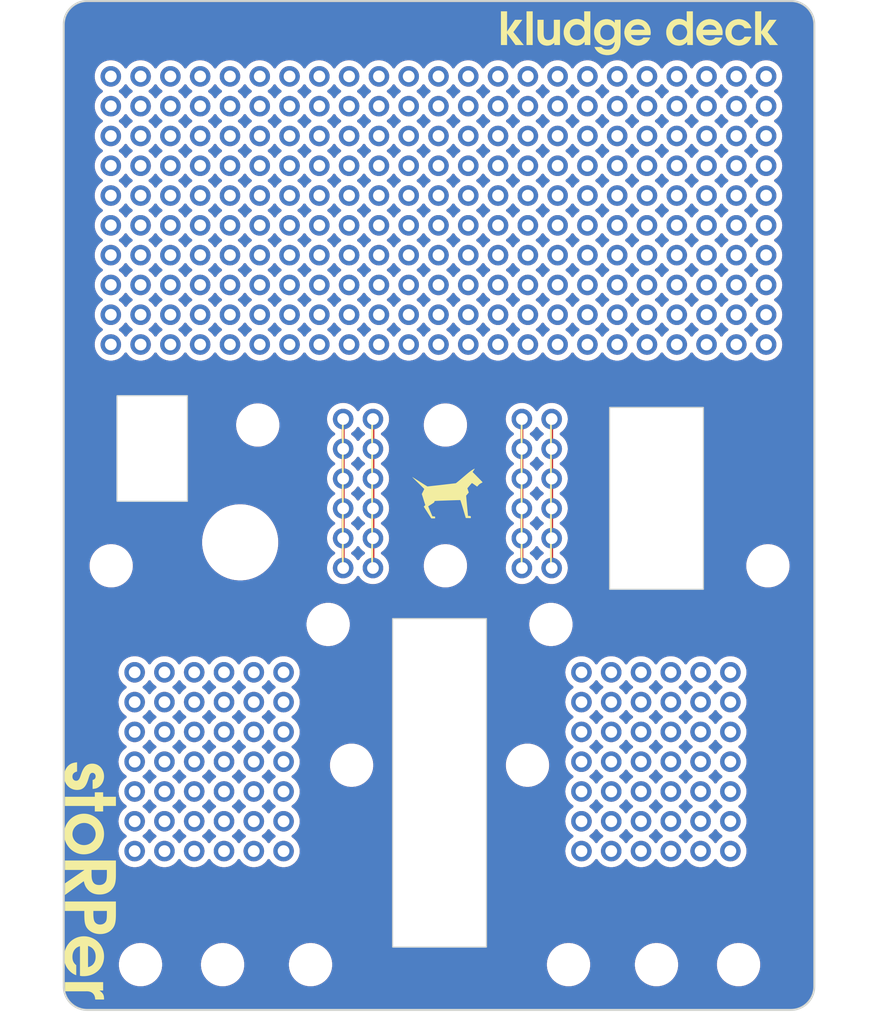
<source format=kicad_pcb>
(kicad_pcb (version 20240108) (generator "pcbnew") (generator_version "8.0")
  (layers (0 "F.Cu" signal) (31 "B.Cu" signal) (34 "B.Paste" user) (35 "F.Paste" user) (36 "B.SilkS" user "B.Silkscreen") (37 "F.SilkS" user "F.Silkscreen") (38 "B.Mask" user) (39 "F.Mask" user) (44 "Edge.Cuts" user))
  (net 0 "")
  (footprint "Connector_Wire:SolderWirePad_1x01_SMD_1x2mm" (layer "F.Cu") (at 190.55 89.1775)
    (property "Reference" "REF**" (hide yes))
    (property "Value" "SolderWirePad_1x01_SMD_1x2mm" (hide yes))
  )
  (footprint "Connector_Wire:SolderWirePad_1x01_SMD_1x2mm" (layer "F.Cu") (at 182.93 76.4775)
    (property "Reference" "REF**" (hide yes))
    (property "Value" "SolderWirePad_1x01_SMD_1x2mm" (hide yes))
  )
  (footprint "Connector_Wire:SolderWirePad_1x01_SMD_1x2mm" (layer "F.Cu") (at 195.63 79.0175)
    (property "Reference" "REF**" (hide yes))
    (property "Value" "SolderWirePad_1x01_SMD_1x2mm" (hide yes))
  )
  (footprint "Connector_Wire:SolderWirePad_1x01_SMD_1x2mm" (layer "F.Cu") (at 223.062 122.1975)
    (property "Reference" "REF**" (hide yes))
    (property "Value" "SolderWirePad_1x01_SMD_1x2mm" (hide yes))
  )
  (footprint "Connector_Wire:SolderWirePad_1x01_SMD_1x2mm" (layer "F.Cu") (at 223.062 119.6575)
    (property "Reference" "REF**" (hide yes))
    (property "Value" "SolderWirePad_1x01_SMD_1x2mm" (hide yes))
  )
  (footprint "Connector_Wire:SolderWirePad_1x01_SMD_1x2mm" (layer "F.Cu") (at 182.93 68.8575)
    (property "Reference" "REF**" (hide yes))
    (property "Value" "SolderWirePad_1x01_SMD_1x2mm" (hide yes))
  )
  (footprint "Connector_Wire:SolderWirePad_1x01_SMD_1x2mm" (layer "F.Cu") (at 195.122 129.8175)
    (property "Reference" "REF**" (hide yes))
    (property "Value" "SolderWirePad_1x01_SMD_1x2mm" (hide yes))
  )
  (footprint "Connector_Wire:SolderWirePad_1x01_SMD_1x2mm" (layer "F.Cu") (at 238.81 81.5575)
    (property "Reference" "REF**" (hide yes))
    (property "Value" "SolderWirePad_1x01_SMD_1x2mm" (hide yes))
  )
  (footprint "Connector_Wire:SolderWirePad_1x01_SMD_1x2mm" (layer "F.Cu") (at 208.33 68.8575)
    (property "Reference" "REF**" (hide yes))
    (property "Value" "SolderWirePad_1x01_SMD_1x2mm" (hide yes))
  )
  (footprint "Connector_Wire:SolderWirePad_1x01_SMD_1x2mm" (layer "F.Cu") (at 185.47 86.6375)
    (property "Reference" "REF**" (hide yes))
    (property "Value" "SolderWirePad_1x01_SMD_1x2mm" (hide yes))
  )
  (footprint "Connector_Wire:SolderWirePad_1x01_SMD_1x2mm" (layer "F.Cu") (at 223.57 79.0175)
    (property "Reference" "REF**" (hide yes))
    (property "Value" "SolderWirePad_1x01_SMD_1x2mm" (hide yes))
  )
  (footprint "Connector_Wire:SolderWirePad_1x01_SMD_1x2mm" (layer "F.Cu") (at 208.33 73.9375)
    (property "Reference" "REF**" (hide yes))
    (property "Value" "SolderWirePad_1x01_SMD_1x2mm" (hide yes))
  )
  (footprint "Connector_Wire:SolderWirePad_1x01_SMD_1x2mm" (layer "F.Cu") (at 228.65 84.0975)
    (property "Reference" "REF**" (hide yes))
    (property "Value" "SolderWirePad_1x01_SMD_1x2mm" (hide yes))
  )
  (footprint "Connector_Wire:SolderWirePad_1x01_SMD_1x2mm" (layer "F.Cu") (at 231.19 86.6375)
    (property "Reference" "REF**" (hide yes))
    (property "Value" "SolderWirePad_1x01_SMD_1x2mm" (hide yes))
  )
  (footprint "Connector_Wire:SolderWirePad_1x01_SMD_1x2mm" (layer "F.Cu") (at 187.502 122.1975)
    (property "Reference" "REF**" (hide yes))
    (property "Value" "SolderWirePad_1x01_SMD_1x2mm" (hide yes))
  )
  (footprint "Connector_Wire:SolderWirePad_1x01_SMD_1x2mm" (layer "F.Cu") (at 238.81 76.4775)
    (property "Reference" "REF**" (hide yes))
    (property "Value" "SolderWirePad_1x01_SMD_1x2mm" (hide yes))
  )
  (footprint "Connector_Wire:SolderWirePad_1x01_SMD_1x2mm" (layer "F.Cu") (at 184.962 132.3575)
    (property "Reference" "REF**" (hide yes))
    (property "Value" "SolderWirePad_1x01_SMD_1x2mm" (hide yes))
  )
  (footprint "Connector_Wire:SolderWirePad_1x01_SMD_1x2mm" (layer "F.Cu") (at 235.762 117.1175)
    (property "Reference" "REF**" (hide yes))
    (property "Value" "SolderWirePad_1x01_SMD_1x2mm" (hide yes))
  )
  (footprint "Connector_Wire:SolderWirePad_1x01_SMD_1x2mm" (layer "F.Cu") (at 220.522 108.2275 90)
    (property "Reference" "REF**" (hide yes))
    (property "Value" "SolderWirePad_1x01_SMD_1x2mm" (hide yes))
  )
  (footprint "Connector_Wire:SolderWirePad_1x01_SMD_1x2mm" (layer "F.Cu") (at 228.65 76.4775)
    (property "Reference" "REF**" (hide yes))
    (property "Value" "SolderWirePad_1x01_SMD_1x2mm" (hide yes))
  )
  (footprint "Connector_Wire:SolderWirePad_1x01_SMD_1x2mm" (layer "F.Cu") (at 197.662 129.8175)
    (property "Reference" "REF**" (hide yes))
    (property "Value" "SolderWirePad_1x01_SMD_1x2mm" (hide yes))
  )
  (footprint "Connector_Wire:SolderWirePad_1x01_SMD_1x2mm" (layer "F.Cu") (at 223.062 129.8175)
    (property "Reference" "REF**" (hide yes))
    (property "Value" "SolderWirePad_1x01_SMD_1x2mm" (hide yes))
  )
  (footprint "Connector_Wire:SolderWirePad_1x01_SMD_1x2mm" (layer "F.Cu") (at 218.49 73.9375)
    (property "Reference" "REF**" (hide yes))
    (property "Value" "SolderWirePad_1x01_SMD_1x2mm" (hide yes))
  )
  (footprint "Connector_Wire:SolderWirePad_1x01_SMD_1x2mm" (layer "F.Cu") (at 182.93 81.5575)
    (property "Reference" "REF**" (hide yes))
    (property "Value" "SolderWirePad_1x01_SMD_1x2mm" (hide yes))
  )
  (footprint "Connector_Wire:SolderWirePad_1x01_SMD_1x2mm" (layer "F.Cu") (at 213.41 68.8575)
    (property "Reference" "REF**" (hide yes))
    (property "Value" "SolderWirePad_1x01_SMD_1x2mm" (hide yes))
  )
  (footprint "Connector_Wire:SolderWirePad_1x01_SMD_1x2mm" (layer "F.Cu") (at 230.682 117.1175)
    (property "Reference" "REF**" (hide yes))
    (property "Value" "SolderWirePad_1x01_SMD_1x2mm" (hide yes))
  )
  (footprint "Connector_Wire:SolderWirePad_1x01_SMD_1x2mm" (layer "F.Cu") (at 221.03 81.5575)
    (property "Reference" "REF**" (hide yes))
    (property "Value" "SolderWirePad_1x01_SMD_1x2mm" (hide yes))
  )
  (footprint "Connector_Wire:SolderWirePad_1x01_SMD_1x2mm" (layer "F.Cu") (at 238.81 86.6375)
    (property "Reference" "REF**" (hide yes))
    (property "Value" "SolderWirePad_1x01_SMD_1x2mm" (hide yes))
  )
  (footprint "Connector_Wire:SolderWirePad_1x01_SMD_1x2mm" (layer "F.Cu") (at 228.65 68.8575)
    (property "Reference" "REF**" (hide yes))
    (property "Value" "SolderWirePad_1x01_SMD_1x2mm" (hide yes))
  )
  (footprint "Connector_Wire:SolderWirePad_1x01_SMD_1x2mm" (layer "F.Cu") (at 228.65 71.3975)
    (property "Reference" "REF**" (hide yes))
    (property "Value" "SolderWirePad_1x01_SMD_1x2mm" (hide yes))
  )
  (footprint "Connector_Wire:SolderWirePad_1x01_SMD_1x2mm" (layer "F.Cu") (at 221.03 76.4775)
    (property "Reference" "REF**" (hide yes))
    (property "Value" "SolderWirePad_1x01_SMD_1x2mm" (hide yes))
  )
  (footprint "Connector_Wire:SolderWirePad_1x01_SMD_1x2mm" (layer "F.Cu") (at 205.79 66.3175)
    (property "Reference" "REF**" (hide yes))
    (property "Value" "SolderWirePad_1x01_SMD_1x2mm" (hide yes))
  )
  (footprint "Connector_Wire:SolderWirePad_1x01_SMD_1x2mm" (layer "F.Cu") (at 226.11 86.6375)
    (property "Reference" "REF**" (hide yes))
    (property "Value" "SolderWirePad_1x01_SMD_1x2mm" (hide yes))
  )
  (footprint "Connector_Wire:SolderWirePad_1x01_SMD_1x2mm" (layer "F.Cu") (at 210.87 71.3975)
    (property "Reference" "REF**" (hide yes))
    (property "Value" "SolderWirePad_1x01_SMD_1x2mm" (hide yes))
  )
  (footprint "Connector_Wire:SolderWirePad_1x01_SMD_1x2mm" (layer "F.Cu") (at 205.79 76.4775)
    (property "Reference" "REF**" (hide yes))
    (property "Value" "SolderWirePad_1x01_SMD_1x2mm" (hide yes))
  )
  (footprint "Connector_Wire:SolderWirePad_1x01_SMD_1x2mm" (layer "F.Cu") (at 213.41 86.6375)
    (property "Reference" "REF**" (hide yes))
    (property "Value" "SolderWirePad_1x01_SMD_1x2mm" (hide yes))
  )
  (footprint "MountingHole:MountingHole_3.2mm_M3" (layer "F.Cu") (at 195.462 96.0375)
    (property "Reference" "REF**" (hide yes))
    (property "Value" "MountingHole_3.2mm_M3")
  )
  (footprint "Connector_Wire:SolderWirePad_1x01_SMD_1x2mm" (layer "F.Cu") (at 197.662 127.2775)
    (property "Reference" "REF**" (hide yes))
    (property "Value" "SolderWirePad_1x01_SMD_1x2mm" (hide yes))
  )
  (footprint "Connector_Wire:SolderWirePad_1x01_SMD_1x2mm" (layer "F.Cu") (at 202.742 95.5275 90)
    (property "Reference" "REF**" (hide yes))
    (property "Value" "SolderWirePad_1x01_SMD_1x2mm" (hide yes))
  )
  (footprint "Connector_Wire:SolderWirePad_1x01_SMD_1x2mm" (layer "F.Cu") (at 198.17 89.1775)
    (property "Reference" "REF**" (hide yes))
    (property "Value" "SolderWirePad_1x01_SMD_1x2mm" (hide yes))
  )
  (footprint "Connector_Wire:SolderWirePad_1x01_SMD_1x2mm" (layer "F.Cu") (at 188.01 73.9375)
    (property "Reference" "REF**" (hide yes))
    (property "Value" "SolderWirePad_1x01_SMD_1x2mm" (hide yes))
  )
  (footprint "Connector_Wire:SolderWirePad_1x01_SMD_1x2mm" (layer "F.Cu") (at 205.79 86.6375)
    (property "Reference" "REF**" (hide yes))
    (property "Value" "SolderWirePad_1x01_SMD_1x2mm" (hide yes))
  )
  (footprint "Connector_Wire:SolderWirePad_1x01_SMD_1x2mm" (layer "F.Cu") (at 208.33 66.3175)
    (property "Reference" "REF**" (hide yes))
    (property "Value" "SolderWirePad_1x01_SMD_1x2mm" (hide yes))
  )
  (footprint "Connector_Wire:SolderWirePad_1x01_SMD_1x2mm" (layer "F.Cu") (at 188.01 79.0175)
    (property "Reference" "REF**" (hide yes))
    (property "Value" "SolderWirePad_1x01_SMD_1x2mm" (hide yes))
  )
  (footprint "Connector_Wire:SolderWirePad_1x01_SMD_1x2mm" (layer "F.Cu") (at 182.93 79.0175)
    (property "Reference" "REF**" (hide yes))
    (property "Value" "SolderWirePad_1x01_SMD_1x2mm" (hide yes))
  )
  (footprint "Connector_Wire:SolderWirePad_1x01_SMD_1x2mm" (layer "F.Cu") (at 215.95 79.0175)
    (property "Reference" "REF**" (hide yes))
    (property "Value" "SolderWirePad_1x01_SMD_1x2mm" (hide yes))
  )
  (footprint "Connector_Wire:SolderWirePad_1x01_SMD_1x2mm" (layer "F.Cu") (at 228.142 119.6575)
    (property "Reference" "REF**" (hide yes))
    (property "Value" "SolderWirePad_1x01_SMD_1x2mm" (hide yes))
  )
  (footprint "Connector_Wire:SolderWirePad_1x01_SMD_1x2mm" (layer "F.Cu") (at 218.49 71.3975)
    (property "Reference" "REF**" (hide yes))
    (property "Value" "SolderWirePad_1x01_SMD_1x2mm" (hide yes))
  )
  (footprint "Connector_Wire:SolderWirePad_1x01_SMD_1x2mm" (layer "F.Cu") (at 223.57 84.0975)
    (property "Reference" "REF**" (hide yes))
    (property "Value" "SolderWirePad_1x01_SMD_1x2mm" (hide yes))
  )
  (footprint "Connector_Wire:SolderWirePad_1x01_SMD_1x2mm" (layer "F.Cu") (at 215.95 81.5575)
    (property "Reference" "REF**" (hide yes))
    (property "Value" "SolderWirePad_1x01_SMD_1x2mm" (hide yes))
  )
  (footprint "Connector_Wire:SolderWirePad_1x01_SMD_1x2mm" (layer "F.Cu") (at 210.87 68.8575)
    (property "Reference" "REF**" (hide yes))
    (property "Value" "SolderWirePad_1x01_SMD_1x2mm" (hide yes))
  )
  (footprint "Connector_Wire:SolderWirePad_1x01_SMD_1x2mm" (layer "F.Cu") (at 236.27 89.1775)
    (property "Reference" "REF**" (hide yes))
    (property "Value" "SolderWirePad_1x01_SMD_1x2mm" (hide yes))
  )
  (footprint "Connector_Wire:SolderWirePad_1x01_SMD_1x2mm" (layer "F.Cu") (at 210.87 66.3175)
    (property "Reference" "REF**" (hide yes))
    (property "Value" "SolderWirePad_1x01_SMD_1x2mm" (hide yes))
  )
  (footprint "Connector_Wire:SolderWirePad_1x01_SMD_1x2mm" (layer "F.Cu") (at 198.17 86.6375)
    (property "Reference" "REF**" (hide yes))
    (property "Value" "SolderWirePad_1x01_SMD_1x2mm" (hide yes))
  )
  (footprint "Connector_Wire:SolderWirePad_1x01_SMD_1x2mm" (layer "F.Cu") (at 197.662 124.7375)
    (property "Reference" "REF**" (hide yes))
    (property "Value" "SolderWirePad_1x01_SMD_1x2mm" (hide yes))
  )
  (footprint "Connector_Wire:SolderWirePad_1x01_SMD_1x2mm" (layer "F.Cu") (at 217.982 100.6075 90)
    (property "Reference" "REF**" (hide yes))
    (property "Value" "SolderWirePad_1x01_SMD_1x2mm" (hide yes))
  )
  (footprint "Connector_Wire:SolderWirePad_1x01_SMD_1x2mm" (layer "F.Cu") (at 200.71 71.3975)
    (property "Reference" "REF**" (hide yes))
    (property "Value" "SolderWirePad_1x01_SMD_1x2mm" (hide yes))
  )
  (footprint "Connector_Wire:SolderWirePad_1x01_SMD_1x2mm" (layer "F.Cu") (at 225.602 132.3575)
    (property "Reference" "REF**" (hide yes))
    (property "Value" "SolderWirePad_1x01_SMD_1x2mm" (hide yes))
  )
  (footprint "Connector_Wire:SolderWirePad_1x01_SMD_1x2mm" (layer "F.Cu") (at 236.27 81.5575)
    (property "Reference" "REF**" (hide yes))
    (property "Value" "SolderWirePad_1x01_SMD_1x2mm" (hide yes))
  )
  (footprint "Connector_Wire:SolderWirePad_1x01_SMD_1x2mm" (layer "F.Cu") (at 228.142 124.7375)
    (property "Reference" "REF**" (hide yes))
    (property "Value" "SolderWirePad_1x01_SMD_1x2mm" (hide yes))
  )
  (footprint "Connector_Wire:SolderWirePad_1x01_SMD_1x2mm" (layer "F.Cu") (at 215.95 68.8575)
    (property "Reference" "REF**" (hide yes))
    (property "Value" "SolderWirePad_1x01_SMD_1x2mm" (hide yes))
  )
  (footprint "Connector_Wire:SolderWirePad_1x01_SMD_1x2mm" (layer "F.Cu") (at 202.742 100.6075 90)
    (property "Reference" "REF**" (hide yes))
    (property "Value" "SolderWirePad_1x01_SMD_1x2mm" (hide yes))
  )
  (footprint "Connector_Wire:SolderWirePad_1x01_SMD_1x2mm" (layer "F.Cu") (at 190.042 132.3575)
    (property "Reference" "REF**" (hide yes))
    (property "Value" "SolderWirePad_1x01_SMD_1x2mm" (hide yes))
  )
  (footprint "Connector_Wire:SolderWirePad_1x01_SMD_1x2mm" (layer "F.Cu") (at 231.19 71.3975)
    (property "Reference" "REF**" (hide yes))
    (property "Value" "SolderWirePad_1x01_SMD_1x2mm" (hide yes))
  )
  (footprint "Connector_Wire:SolderWirePad_1x01_SMD_1x2mm" (layer "F.Cu") (at 231.19 66.3175)
    (property "Reference" "REF**" (hide yes))
    (property "Value" "SolderWirePad_1x01_SMD_1x2mm" (hide yes))
  )
  (footprint "Connector_Wire:SolderWirePad_1x01_SMD_1x2mm" (layer "F.Cu") (at 220.522 100.6075 90)
    (property "Reference" "REF**" (hide yes))
    (property "Value" "SolderWirePad_1x01_SMD_1x2mm" (hide yes))
  )
  (footprint "Connector_Wire:SolderWirePad_1x01_SMD_1x2mm" (layer "F.Cu") (at 213.41 71.3975)
    (property "Reference" "REF**" (hide yes))
    (property "Value" "SolderWirePad_1x01_SMD_1x2mm" (hide yes))
  )
  (footprint "Connector_Wire:SolderWirePad_1x01_SMD_1x2mm" (layer "F.Cu") (at 228.65 86.6375)
    (property "Reference" "REF**" (hide yes))
    (property "Value" "SolderWirePad_1x01_SMD_1x2mm" (hide yes))
  )
  (footprint "Connector_Wire:SolderWirePad_1x01_SMD_1x2mm" (layer "F.Cu") (at 208.33 79.0175)
    (property "Reference" "REF**" (hide yes))
    (property "Value" "SolderWirePad_1x01_SMD_1x2mm" (hide yes))
  )
  (footprint "Connector_Wire:SolderWirePad_1x01_SMD_1x2mm" (layer "F.Cu") (at 215.95 71.3975)
    (property "Reference" "REF**" (hide yes))
    (property "Value" "SolderWirePad_1x01_SMD_1x2mm" (hide yes))
  )
  (footprint "Connector_Wire:SolderWirePad_1x01_SMD_1x2mm" (layer "F.Cu") (at 226.11 68.8575)
    (property "Reference" "REF**" (hide yes))
    (property "Value" "SolderWirePad_1x01_SMD_1x2mm" (hide yes))
  )
  (footprint "Connector_Wire:SolderWirePad_1x01_SMD_1x2mm" (layer "F.Cu") (at 192.582 129.8175)
    (property "Reference" "REF**" (hide yes))
    (property "Value" "SolderWirePad_1x01_SMD_1x2mm" (hide yes))
  )
  (footprint "MountingHole:MountingHole_3.2mm_M3" (layer "F.Cu") (at 221.962 142.0375)
    (property "Reference" "REF**" (hide yes))
    (property "Value" "MountingHole_3.2mm_M3")
  )
  (footprint "Connector_Wire:SolderWirePad_1x01_SMD_1x2mm" (layer "F.Cu") (at 187.502 132.3575)
    (property "Reference" "REF**" (hide yes))
    (property "Value" "SolderWirePad_1x01_SMD_1x2mm" (hide yes))
  )
  (footprint "Connector_Wire:SolderWirePad_1x01_SMD_1x2mm" (layer "F.Cu") (at 213.41 76.4775)
    (property "Reference" "REF**" (hide yes))
    (property "Value" "SolderWirePad_1x01_SMD_1x2mm" (hide yes))
  )
  (footprint "Connector_Wire:SolderWirePad_1x01_SMD_1x2mm" (layer "F.Cu") (at 195.122 119.6575)
    (property "Reference" "REF**" (hide yes))
    (property "Value" "SolderWirePad_1x01_SMD_1x2mm" (hide yes))
  )
  (footprint "Connector_Wire:SolderWirePad_1x01_SMD_1x2mm" (layer "F.Cu") (at 235.762 132.3575)
    (property "Reference" "REF**" (hide yes))
    (property "Value" "SolderWirePad_1x01_SMD_1x2mm" (hide yes))
  )
  (footprint "Connector_Wire:SolderWirePad_1x01_SMD_1x2mm" (layer "F.Cu") (at 192.582 117.1175)
    (property "Reference" "REF**" (hide yes))
    (property "Value" "SolderWirePad_1x01_SMD_1x2mm" (hide yes))
  )
  (footprint "Connector_Wire:SolderWirePad_1x01_SMD_1x2mm" (layer "F.Cu") (at 231.19 89.1775)
    (property "Reference" "REF**" (hide yes))
    (property "Value" "SolderWirePad_1x01_SMD_1x2mm" (hide yes))
  )
  (footprint "Connector_Wire:SolderWirePad_1x01_SMD_1x2mm" (layer "F.Cu") (at 218.49 76.4775)
    (property "Reference" "REF**" (hide yes))
    (property "Value" "SolderWirePad_1x01_SMD_1x2mm" (hide yes))
  )
  (footprint "Connector_Wire:SolderWirePad_1x01_SMD_1x2mm" (layer "F.Cu") (at 190.042 124.7375)
    (property "Reference" "REF**" (hide yes))
    (property "Value" "SolderWirePad_1x01_SMD_1x2mm" (hide yes))
  )
  (footprint "Connector_Wire:SolderWirePad_1x01_SMD_1x2mm" (layer "F.Cu") (at 223.062 117.1175)
    (property "Reference" "REF**" (hide yes))
    (property "Value" "SolderWirePad_1x01_SMD_1x2mm" (hide yes))
  )
  (footprint "Connector_Wire:SolderWirePad_1x01_SMD_1x2mm" (layer "F.Cu") (at 198.17 76.4775)
    (property "Reference" "REF**" (hide yes))
    (property "Value" "SolderWirePad_1x01_SMD_1x2mm" (hide yes))
  )
  (footprint "Connector_Wire:SolderWirePad_1x01_SMD_1x2mm" (layer "F.Cu") (at 226.11 66.3175)
    (property "Reference" "REF**" (hide yes))
    (property "Value" "SolderWirePad_1x01_SMD_1x2mm" (hide yes))
  )
  (footprint "Connector_Wire:SolderWirePad_1x01_SMD_1x2mm" (layer "F.Cu") (at 230.682 132.3575)
    (property "Reference" "REF**" (hide yes))
    (property "Value" "SolderWirePad_1x01_SMD_1x2mm" (hide yes))
  )
  (footprint "Connector_Wire:SolderWirePad_1x01_SMD_1x2mm" (layer "F.Cu") (at 225.602 127.2775)
    (property "Reference" "REF**" (hide yes))
    (property "Value" "SolderWirePad_1x01_SMD_1x2mm" (hide yes))
  )
  (footprint "Connector_Wire:SolderWirePad_1x01_SMD_1x2mm" (layer "F.Cu") (at 200.71 79.0175)
    (property "Reference" "REF**" (hide yes))
    (property "Value" "SolderWirePad_1x01_SMD_1x2mm" (hide yes))
  )
  (footprint "Connector_Wire:SolderWirePad_1x01_SMD_1x2mm" (layer "F.Cu") (at 190.55 76.4775)
    (property "Reference" "REF**" (hide yes))
    (property "Value" "SolderWirePad_1x01_SMD_1x2mm" (hide yes))
  )
  (footprint "Connector_Wire:SolderWirePad_1x01_SMD_1x2mm" (layer "F.Cu") (at 226.11 71.3975)
    (property "Reference" "REF**" (hide yes))
    (property "Value" "SolderWirePad_1x01_SMD_1x2mm" (hide yes))
  )
  (footprint "Connector_Wire:SolderWirePad_1x01_SMD_1x2mm" (layer "F.Cu") (at 236.27 73.9375)
    (property "Reference" "REF**" (hide yes))
    (property "Value" "SolderWirePad_1x01_SMD_1x2mm" (hide yes))
  )
  (footprint "Connector_Wire:SolderWirePad_1x01_SMD_1x2mm" (layer "F.Cu") (at 226.11 76.4775)
    (property "Reference" "REF**" (hide yes))
    (property "Value" "SolderWirePad_1x01_SMD_1x2mm" (hide yes))
  )
  (footprint "Connector_Wire:SolderWirePad_1x01_SMD_1x2mm" (layer "F.Cu") (at 190.55 71.3975)
    (property "Reference" "REF**" (hide yes))
    (property "Value" "SolderWirePad_1x01_SMD_1x2mm" (hide yes))
  )
  (footprint "Connector_Wire:SolderWirePad_1x01_SMD_1x2mm" (layer "F.Cu") (at 195.63 76.4775)
    (property "Reference" "REF**" (hide yes))
    (property "Value" "SolderWirePad_1x01_SMD_1x2mm" (hide yes))
  )
  (footprint "Connector_Wire:SolderWirePad_1x01_SMD_1x2mm" (layer "F.Cu") (at 218.49 89.1775)
    (property "Reference" "REF**" (hide yes))
    (property "Value" "SolderWirePad_1x01_SMD_1x2mm" (hide yes))
  )
  (footprint "Connector_Wire:SolderWirePad_1x01_SMD_1x2mm" (layer "F.Cu") (at 218.49 79.0175)
    (property "Reference" "REF**" (hide yes))
    (property "Value" "SolderWirePad_1x01_SMD_1x2mm" (hide yes))
  )
  (footprint "Connector_Wire:SolderWirePad_1x01_SMD_1x2mm" (layer "F.Cu") (at 210.87 86.6375)
    (property "Reference" "REF**" (hide yes))
    (property "Value" "SolderWirePad_1x01_SMD_1x2mm" (hide yes))
  )
  (footprint "Connector_Wire:SolderWirePad_1x01_SMD_1x2mm" (layer "F.Cu") (at 217.982 108.2275 90)
    (property "Reference" "REF**" (hide yes))
    (property "Value" "SolderWirePad_1x01_SMD_1x2mm" (hide yes))
  )
  (footprint "Connector_Wire:SolderWirePad_1x01_SMD_1x2mm" (layer "F.Cu") (at 228.142 127.2775)
    (property "Reference" "REF**" (hide yes))
    (property "Value" "SolderWirePad_1x01_SMD_1x2mm" (hide yes))
  )
  (footprint "Connector_Wire:SolderWirePad_1x01_SMD_1x2mm" (layer "F.Cu") (at 231.19 79.0175)
    (property "Reference" "REF**" (hide yes))
    (property "Value" "SolderWirePad_1x01_SMD_1x2mm" (hide yes))
  )
  (footprint "Connector_Wire:SolderWirePad_1x01_SMD_1x2mm" (layer "F.Cu") (at 213.41 73.9375)
    (property "Reference" "REF**" (hide yes))
    (property "Value" "SolderWirePad_1x01_SMD_1x2mm" (hide yes))
  )
  (footprint "Connector_Wire:SolderWirePad_1x01_SMD_1x2mm" (layer "F.Cu") (at 193.09 79.0175)
    (property "Reference" "REF**" (hide yes))
    (property "Value" "SolderWirePad_1x01_SMD_1x2mm" (hide yes))
  )
  (footprint "Connector_Wire:SolderWirePad_1x01_SMD_1x2mm" (layer "F.Cu") (at 221.03 68.8575)
    (property "Reference" "REF**" (hide yes))
    (property "Value" "SolderWirePad_1x01_SMD_1x2mm" (hide yes))
  )
  (footprint "Connector_Wire:SolderWirePad_1x01_SMD_1x2mm" (layer "F.Cu") (at 187.502 129.8175)
    (property "Reference" "REF**" (hide yes))
    (property "Value" "SolderWirePad_1x01_SMD_1x2mm" (hide yes))
  )
  (footprint "Connector_Wire:SolderWirePad_1x01_SMD_1x2mm" (layer "F.Cu") (at 195.63 81.5575)
    (property "Reference" "REF**" (hide yes))
    (property "Value" "SolderWirePad_1x01_SMD_1x2mm" (hide yes))
  )
  (footprint "Connector_Wire:SolderWirePad_1x01_SMD_1x2mm" (layer "F.Cu") (at 230.682 124.7375)
    (property "Reference" "REF**" (hide yes))
    (property "Value" "SolderWirePad_1x01_SMD_1x2mm" (hide yes))
  )
  (footprint "MountingHole:MountingHole_3.2mm_M3" (layer "F.Cu") (at 199.962 142.0375)
    (property "Reference" "REF**" (hide yes))
    (property "Value" "MountingHole_3.2mm_M3")
  )
  (footprint "Connector_Wire:SolderWirePad_1x01_SMD_1x2mm" (layer "F.Cu") (at 203.25 66.3175)
    (property "Reference" "REF**" (hide yes))
    (property "Value" "SolderWirePad_1x01_SMD_1x2mm" (hide yes))
  )
  (footprint "Connector_Wire:SolderWirePad_1x01_SMD_1x2mm" (layer "F.Cu") (at 210.87 89.1775)
    (property "Reference" "REF**" (hide yes))
    (property "Value" "SolderWirePad_1x01_SMD_1x2mm" (hide yes))
  )
  (footprint "Connector_Wire:SolderWirePad_1x01_SMD_1x2mm" (layer "F.Cu") (at 223.062 132.3575)
    (property "Reference" "REF**" (hide yes))
    (property "Value" "SolderWirePad_1x01_SMD_1x2mm" (hide yes))
  )
  (footprint "Connector_Wire:SolderWirePad_1x01_SMD_1x2mm" (layer "F.Cu") (at 185.47 81.5575)
    (property "Reference" "REF**" (hide yes))
    (property "Value" "SolderWirePad_1x01_SMD_1x2mm" (hide yes))
  )
  (footprint "MountingHole:MountingHole_3.2mm_M3" (layer "F.Cu") (at 236.462 142.0375)
    (property "Reference" "REF**" (hide yes))
    (property "Value" "MountingHole_3.2mm_M3")
  )
  (footprint "Connector_Wire:SolderWirePad_1x01_SMD_1x2mm" (layer "F.Cu") (at 182.93 89.1775)
    (property "Reference" "REF**" (hide yes))
    (property "Value" "SolderWirePad_1x01_SMD_1x2mm" (hide yes))
  )
  (footprint "Connector_Wire:SolderWirePad_1x01_SMD_1x2mm" (layer "F.Cu") (at 182.93 73.9375)
    (property "Reference" "REF**" (hide yes))
    (property "Value" "SolderWirePad_1x01_SMD_1x2mm" (hide yes))
  )
  (footprint "Connector_Wire:SolderWirePad_1x01_SMD_1x2mm" (layer "F.Cu") (at 233.222 119.6575)
    (property "Reference" "REF**" (hide yes))
    (property "Value" "SolderWirePad_1x01_SMD_1x2mm" (hide yes))
  )
  (footprint "Connector_Wire:SolderWirePad_1x01_SMD_1x2mm" (layer "F.Cu") (at 197.662 117.1175)
    (property "Reference" "REF**" (hide yes))
    (property "Value" "SolderWirePad_1x01_SMD_1x2mm" (hide yes))
  )
  (footprint "Connector_Wire:SolderWirePad_1x01_SMD_1x2mm" (layer "F.Cu") (at 230.682 119.6575)
    (property "Reference" "REF**" (hide yes))
    (property "Value" "SolderWirePad_1x01_SMD_1x2mm" (hide yes))
  )
  (footprint "Connector_Wire:SolderWirePad_1x01_SMD_1x2mm" (layer "F.Cu") (at 192.582 124.7375)
    (property "Reference" "REF**" (hide yes))
    (property "Value" "SolderWirePad_1x01_SMD_1x2mm" (hide yes))
  )
  (footprint "Connector_Wire:SolderWirePad_1x01_SMD_1x2mm" (layer "F.Cu") (at 197.662 132.3575)
    (property "Reference" "REF**" (hide yes))
    (property "Value" "SolderWirePad_1x01_SMD_1x2mm" (hide yes))
  )
  (footprint "Connector_Wire:SolderWirePad_1x01_SMD_1x2mm" (layer "F.Cu") (at 195.122 117.1175)
    (property "Reference" "REF**" (hide yes))
    (property "Value" "SolderWirePad_1x01_SMD_1x2mm" (hide yes))
  )
  (footprint "Connector_Wire:SolderWirePad_1x01_SMD_1x2mm" (layer "F.Cu") (at 230.682 127.2775)
    (property "Reference" "REF**" (hide yes))
    (property "Value" "SolderWirePad_1x01_SMD_1x2mm" (hide yes))
  )
  (footprint "Connector_Wire:SolderWirePad_1x01_SMD_1x2mm" (layer "F.Cu") (at 218.49 68.8575)
    (property "Reference" "REF**" (hide yes))
    (property "Value" "SolderWirePad_1x01_SMD_1x2mm" (hide yes))
  )
  (footprint "Connector_Wire:SolderWirePad_1x01_SMD_1x2mm" (layer "F.Cu") (at 205.282 98.0675 90)
    (property "Reference" "REF**" (hide yes))
    (property "Value" "SolderWirePad_1x01_SMD_1x2mm" (hide yes))
  )
  (footprint "Connector_Wire:SolderWirePad_1x01_SMD_1x2mm" (layer "F.Cu") (at 185.47 73.9375)
    (property "Reference" "REF**" (hide yes))
    (property "Value" "SolderWirePad_1x01_SMD_1x2mm" (hide yes))
  )
  (footprint "Connector_Wire:SolderWirePad_1x01_SMD_1x2mm" (layer "F.Cu") (at 218.49 66.3175)
    (property "Reference" "REF**" (hide yes))
    (property "Value" "SolderWirePad_1x01_SMD_1x2mm" (hide yes))
  )
  (footprint "Connector_Wire:SolderWirePad_1x01_SMD_1x2mm" (layer "F.Cu") (at 215.95 84.0975)
    (property "Reference" "REF**" (hide yes))
    (property "Value" "SolderWirePad_1x01_SMD_1x2mm" (hide yes))
  )
  (footprint "Connector_Wire:SolderWirePad_1x01_SMD_1x2mm" (layer "F.Cu") (at 205.79 89.1775)
    (property "Reference" "REF**" (hide yes))
    (property "Value" "SolderWirePad_1x01_SMD_1x2mm" (hide yes))
  )
  (footprint "Connector_Wire:SolderWirePad_1x01_SMD_1x2mm" (layer "F.Cu") (at 193.09 66.3175)
    (property "Reference" "REF**" (hide yes))
    (property "Value" "SolderWirePad_1x01_SMD_1x2mm" (hide yes))
  )
  (footprint "Connector_Wire:SolderWirePad_1x01_SMD_1x2mm" (layer "F.Cu") (at 195.122 122.1975)
    (property "Reference" "REF**" (hide yes))
    (property "Value" "SolderWirePad_1x01_SMD_1x2mm" (hide yes))
  )
  (footprint "Connector_Wire:SolderWirePad_1x01_SMD_1x2mm" (layer "F.Cu") (at 225.602 117.1175)
    (property "Reference" "REF**" (hide yes))
    (property "Value" "SolderWirePad_1x01_SMD_1x2mm" (hide yes))
  )
  (footprint "Connector_Wire:SolderWirePad_1x01_SMD_1x2mm" (layer "F.Cu") (at 238.81 89.1775)
    (property "Reference" "REF**" (hide yes))
    (property "Value" "SolderWirePad_1x01_SMD_1x2mm" (hide yes))
  )
  (footprint "Connector_Wire:SolderWirePad_1x01_SMD_1x2mm" (layer "F.Cu") (at 238.81 66.3175)
    (property "Reference" "REF**" (hide yes))
    (property "Value" "SolderWirePad_1x01_SMD_1x2mm" (hide yes))
  )
  (footprint "Connector_Wire:SolderWirePad_1x01_SMD_1x2mm" (layer "F.Cu") (at 182.93 71.3975)
    (property "Reference" "REF**" (hide yes))
    (property "Value" "SolderWirePad_1x01_SMD_1x2mm" (hide yes))
  )
  (footprint "Connector_Wire:SolderWirePad_1x01_SMD_1x2mm" (layer "F.Cu") (at 187.502 117.1175)
    (property "Reference" "REF**" (hide yes))
    (property "Value" "SolderWirePad_1x01_SMD_1x2mm" (hide yes))
  )
  (footprint "Connector_Wire:SolderWirePad_1x01_SMD_1x2mm" (layer "F.Cu") (at 220.522 95.5275 90)
    (property "Reference" "REF**" (hide yes))
    (property "Value" "SolderWirePad_1x01_SMD_1x2mm" (hide yes))
  )
  (footprint "Connector_Wire:SolderWirePad_1x01_SMD_1x2mm" (layer "F.Cu") (at 203.25 86.6375)
    (property "Reference" "REF**" (hide yes))
    (property "Value" "SolderWirePad_1x01_SMD_1x2mm" (hide yes))
  )
  (footprint "Connector_Wire:SolderWirePad_1x01_SMD_1x2mm" (layer "F.Cu") (at 233.73 73.9375)
    (property "Reference" "REF**" (hide yes))
    (property "Value" "SolderWirePad_1x01_SMD_1x2mm" (hide yes))
  )
  (footprint "MountingHole:MountingHole_4.3mm_M4" (layer "F.Cu") (at 193.962 106.0375)
    (property "Reference" "REF**" (hide yes))
    (property "Value" "MountingHole_4.3mm_M4")
  )
  (footprint "Connector_Wire:SolderWirePad_1x01_SMD_1x2mm" (layer "F.Cu") (at 228.65 89.1775)
    (property "Reference" "REF**" (hide yes))
    (property "Value" "SolderWirePad_1x01_SMD_1x2mm" (hide yes))
  )
  (footprint "Connector_Wire:SolderWirePad_1x01_SMD_1x2mm" (layer "F.Cu") (at 225.602 119.6575)
    (property "Reference" "REF**" (hide yes))
    (property "Value" "SolderWirePad_1x01_SMD_1x2mm" (hide yes))
  )
  (footprint "Connector_Wire:SolderWirePad_1x01_SMD_1x2mm" (layer "F.Cu") (at 233.222 132.3575)
    (property "Reference" "REF**" (hide yes))
    (property "Value" "SolderWirePad_1x01_SMD_1x2mm" (hide yes))
  )
  (footprint "Connector_Wire:SolderWirePad_1x01_SMD_1x2mm" (layer "F.Cu") (at 184.962 129.8175)
    (property "Reference" "REF**" (hide yes))
    (property "Value" "SolderWirePad_1x01_SMD_1x2mm" (hide yes))
  )
  (footprint "Connector_Wire:SolderWirePad_1x01_SMD_1x2mm" (layer "F.Cu") (at 233.73 66.3175)
    (property "Reference" "REF**" (hide yes))
    (property "Value" "SolderWirePad_1x01_SMD_1x2mm" (hide yes))
  )
  (footprint "Connector_Wire:SolderWirePad_1x01_SMD_1x2mm" (layer "F.Cu") (at 205.79 81.5575)
    (property "Reference" "REF**" (hide yes))
    (property "Value" "SolderWirePad_1x01_SMD_1x2mm" (hide yes))
  )
  (footprint "Connector_Wire:SolderWirePad_1x01_SMD_1x2mm" (layer "F.Cu") (at 217.982 95.5275 90)
    (property "Reference" "REF**" (hide yes))
    (property "Value" "SolderWirePad_1x01_SMD_1x2mm" (hide yes))
  )
  (footprint "Connector_Wire:SolderWirePad_1x01_SMD_1x2mm" (layer "F.Cu") (at 188.01 68.8575)
    (property "Reference" "REF**" (hide yes))
    (property "Value" "SolderWirePad_1x01_SMD_1x2mm" (hide yes))
  )
  (footprint "Connector_Wire:SolderWirePad_1x01_SMD_1x2mm" (layer "F.Cu") (at 203.25 79.0175)
    (property "Reference" "REF**" (hide yes))
    (property "Value" "SolderWirePad_1x01_SMD_1x2mm" (hide yes))
  )
  (footprint "Connector_Wire:SolderWirePad_1x01_SMD_1x2mm" (layer "F.Cu") (at 185.47 89.1775)
    (property "Reference" "REF**" (hide yes))
    (property "Value" "SolderWirePad_1x01_SMD_1x2mm" (hide yes))
  )
  (footprint "Connector_Wire:SolderWirePad_1x01_SMD_1x2mm" (layer "F.Cu") (at 215.95 66.3175)
    (property "Reference" "REF**" (hide yes))
    (property "Value" "SolderWirePad_1x01_SMD_1x2mm" (hide yes))
  )
  (footprint "Connector_Wire:SolderWirePad_1x01_SMD_1x2mm" (layer "F.Cu") (at 220.522 98.0675 90)
    (property "Reference" "REF**" (hide yes))
    (property "Value" "SolderWirePad_1x01_SMD_1x2mm" (hide yes))
  )
  (footprint "Connector_Wire:SolderWirePad_1x01_SMD_1x2mm" (layer "F.Cu") (at 188.01 84.0975)
    (property "Reference" "REF**" (hide yes))
    (property "Value" "SolderWirePad_1x01_SMD_1x2mm" (hide yes))
  )
  (footprint "Connector_Wire:SolderWirePad_1x01_SMD_1x2mm" (layer "F.Cu") (at 203.25 71.3975)
    (property "Reference" "REF**" (hide yes))
    (property "Value" "SolderWirePad_1x01_SMD_1x2mm" (hide yes))
  )
  (footprint "Connector_Wire:SolderWirePad_1x01_SMD_1x2mm" (layer "F.Cu") (at 221.03 89.1775)
    (property "Reference" "REF**" (hide yes))
    (property "Value" "SolderWirePad_1x01_SMD_1x2mm" (hide yes))
  )
  (footprint "Connector_Wire:SolderWirePad_1x01_SMD_1x2mm" (layer "F.Cu") (at 221.03 71.3975)
    (property "Reference" "REF**" (hide yes))
    (property "Value" "SolderWirePad_1x01_SMD_1x2mm" (hide yes))
  )
  (footprint "Connector_Wire:SolderWirePad_1x01_SMD_1x2mm" (layer "F.Cu") (at 223.57 89.1775)
    (property "Reference" "REF**" (hide yes))
    (property "Value" "SolderWirePad_1x01_SMD_1x2mm" (hide yes))
  )
  (footprint "Connector_Wire:SolderWirePad_1x01_SMD_1x2mm" (layer "F.Cu") (at 228.142 117.1175)
    (property "Reference" "REF**" (hide yes))
    (property "Value" "SolderWirePad_1x01_SMD_1x2mm" (hide yes))
  )
  (footprint "MountingHole:MountingHole_3.2mm_M3" (layer "F.Cu") (at 182.962 108.0375)
    (property "Reference" "REF**" (hide yes))
    (property "Value" "MountingHole_3.2mm_M3")
  )
  (footprint "Connector_Wire:SolderWirePad_1x01_SMD_1x2mm" (layer "F.Cu") (at 205.79 84.0975)
    (property "Reference" "REF**" (hide yes))
    (property "Value" "SolderWirePad_1x01_SMD_1x2mm" (hide yes))
  )
  (footprint "Connector_Wire:SolderWirePad_1x01_SMD_1x2mm" (layer "F.Cu") (at 188.01 86.6375)
    (property "Reference" "REF**" (hide yes))
    (property "Value" "SolderWirePad_1x01_SMD_1x2mm" (hide yes))
  )
  (footprint "Connector_Wire:SolderWirePad_1x01_SMD_1x2mm" (layer "F.Cu") (at 202.742 103.1475 90)
    (property "Reference" "REF**" (hide yes))
    (property "Value" "SolderWirePad_1x01_SMD_1x2mm" (hide yes))
  )
  (footprint "Connector_Wire:SolderWirePad_1x01_SMD_1x2mm" (layer "F.Cu") (at 235.762 119.6575)
    (property "Reference" "REF**" (hide yes))
    (property "Value" "SolderWirePad_1x01_SMD_1x2mm" (hide yes))
  )
  (footprint "Connector_Wire:SolderWirePad_1x01_SMD_1x2mm" (layer "F.Cu") (at 187.502 119.6575)
    (property "Reference" "REF**" (hide yes))
    (property "Value" "SolderWirePad_1x01_SMD_1x2mm" (hide yes))
  )
  (footprint "Connector_Wire:SolderWirePad_1x01_SMD_1x2mm" (layer "F.Cu") (at 203.25 89.1775)
    (property "Reference" "REF**" (hide yes))
    (property "Value" "SolderWirePad_1x01_SMD_1x2mm" (hide yes))
  )
  (footprint "Connector_Wire:SolderWirePad_1x01_SMD_1x2mm" (layer "F.Cu") (at 225.602 122.1975)
    (property "Reference" "REF**" (hide yes))
    (property "Value" "SolderWirePad_1x01_SMD_1x2mm" (hide yes))
  )
  (footprint "MountingHole:MountingHole_3.2mm_M3" (layer "F.Cu") (at 238.962 108.0375)
    (property "Reference" "REF**" (hide yes))
    (property "Value" "MountingHole_3.2mm_M3")
  )
  (footprint "Connector_Wire:SolderWirePad_1x01_SMD_1x2mm" (layer "F.Cu") (at 210.87 76.4775)
    (property "Reference" "REF**" (hide yes))
    (property "Value" "SolderWirePad_1x01_SMD_1x2mm" (hide yes))
  )
  (footprint "Connector_Wire:SolderWirePad_1x01_SMD_1x2mm" (layer "F.Cu") (at 213.41 89.1775)
    (property "Reference" "REF**" (hide yes))
    (property "Value" "SolderWirePad_1x01_SMD_1x2mm" (hide yes))
  )
  (footprint "MountingHole:MountingHole_3.2mm_M3" (layer "F.Cu") (at 220.462 113.0375)
    (property "Reference" "REF**" (hide yes))
    (property "Value" "MountingHole_3.2mm_M3")
  )
  (footprint "Connector_Wire:SolderWirePad_1x01_SMD_1x2mm" (layer "F.Cu") (at 238.81 79.0175)
    (property "Reference" "REF**" (hide yes))
    (property "Value" "SolderWirePad_1x01_SMD_1x2mm" (hide yes))
  )
  (footprint "Connector_Wire:SolderWirePad_1x01_SMD_1x2mm" (layer "F.Cu") (at 233.73 86.6375)
    (property "Reference" "REF**" (hide yes))
    (property "Value" "SolderWirePad_1x01_SMD_1x2mm" (hide yes))
  )
  (footprint "Connector_Wire:SolderWirePad_1x01_SMD_1x2mm" (layer "F.Cu") (at 202.742 105.6875 90)
    (property "Reference" "REF**" (hide yes))
    (property "Value" "SolderWirePad_1x01_SMD_1x2mm" (hide yes))
  )
  (footprint "Connector_Wire:SolderWirePad_1x01_SMD_1x2mm" (layer "F.Cu") (at 223.57 86.6375)
    (property "Reference" "REF**" (hide yes))
    (property "Value" "SolderWirePad_1x01_SMD_1x2mm" (hide yes))
  )
  (footprint "MountingHole:MountingHole_3.2mm_M3" (layer "F.Cu") (at 211.462 96.0375)
    (property "Reference" "REF**" (hide yes))
    (property "Value" "MountingHole_3.2mm_M3")
  )
  (footprint "Connector_Wire:SolderWirePad_1x01_SMD_1x2mm" (layer "F.Cu") (at 185.47 66.3175)
    (property "Reference" "REF**" (hide yes))
    (property "Value" "SolderWirePad_1x01_SMD_1x2mm" (hide yes))
  )
  (footprint "Connector_Wire:SolderWirePad_1x01_SMD_1x2mm" (layer "F.Cu") (at 193.09 86.6375)
    (property "Reference" "REF**" (hide yes))
    (property "Value" "SolderWirePad_1x01_SMD_1x2mm" (hide yes))
  )
  (footprint "Connector_Wire:SolderWirePad_1x01_SMD_1x2mm" (layer "F.Cu") (at 197.662 119.6575)
    (property "Reference" "REF**" (hide yes))
    (property "Value" "SolderWirePad_1x01_SMD_1x2mm" (hide yes))
  )
  (footprint "Connector_Wire:SolderWirePad_1x01_SMD_1x2mm" (layer "F.Cu") (at 197.662 122.1975)
    (property "Reference" "REF**" (hide yes))
    (property "Value" "SolderWirePad_1x01_SMD_1x2mm" (hide yes))
  )
  (footprint "Connector_Wire:SolderWirePad_1x01_SMD_1x2mm" (layer "F.Cu") (at 208.33 76.4775)
    (property "Reference" "REF**" (hide yes))
    (property "Value" "SolderWirePad_1x01_SMD_1x2mm" (hide yes))
  )
  (footprint "Connector_Wire:SolderWirePad_1x01_SMD_1x2mm" (layer "F.Cu") (at 205.79 79.0175)
    (property "Reference" "REF**" (hide yes))
    (property "Value" "SolderWirePad_1x01_SMD_1x2mm" (hide yes))
  )
  (footprint "Connector_Wire:SolderWirePad_1x01_SMD_1x2mm" (layer "F.Cu") (at 203.25 76.4775)
    (property "Reference" "REF**" (hide yes))
    (property "Value" "SolderWirePad_1x01_SMD_1x2mm" (hide yes))
  )
  (footprint "Connector_Wire:SolderWirePad_1x01_SMD_1x2mm" (layer "F.Cu") (at 195.63 84.0975)
    (property "Reference" "REF**" (hide yes))
    (property "Value" "SolderWirePad_1x01_SMD_1x2mm" (hide yes))
  )
  (footprint "Connector_Wire:SolderWirePad_1x01_SMD_1x2mm" (layer "F.Cu") (at 210.87 73.9375)
    (property "Reference" "REF**" (hide yes))
    (property "Value" "SolderWirePad_1x01_SMD_1x2mm" (hide yes))
  )
  (footprint "Connector_Wire:SolderWirePad_1x01_SMD_1x2mm" (layer "F.Cu") (at 184.962 117.1175)
    (property "Reference" "REF**" (hide yes))
    (property "Value" "SolderWirePad_1x01_SMD_1x2mm" (hide yes))
  )
  (footprint "Connector_Wire:SolderWirePad_1x01_SMD_1x2mm" (layer "F.Cu") (at 188.01 81.5575)
    (property "Reference" "REF**" (hide yes))
    (property "Value" "SolderWirePad_1x01_SMD_1x2mm" (hide yes))
  )
  (footprint "Connector_Wire:SolderWirePad_1x01_SMD_1x2mm" (layer "F.Cu") (at 205.282 100.6075 90)
    (property "Reference" "REF**" (hide yes))
    (property "Value" "SolderWirePad_1x01_SMD_1x2mm" (hide yes))
  )
  (footprint "Connector_Wire:SolderWirePad_1x01_SMD_1x2mm" (layer "F.Cu") (at 228.65 73.9375)
    (property "Reference" "REF**" (hide yes))
    (property "Value" "SolderWirePad_1x01_SMD_1x2mm" (hide yes))
  )
  (footprint "Connector_Wire:SolderWirePad_1x01_SMD_1x2mm" (layer "F.Cu") (at 205.282 95.5275 90)
    (property "Reference" "REF**" (hide yes))
    (property "Value" "SolderWirePad_1x01_SMD_1x2mm" (hide yes))
  )
  (footprint "Connector_Wire:SolderWirePad_1x01_SMD_1x2mm" (layer "F.Cu") (at 190.042 117.1175)
    (property "Reference" "REF**" (hide yes))
    (property "Value" "SolderWirePad_1x01_SMD_1x2mm" (hide yes))
  )
  (footprint "Connector_Wire:SolderWirePad_1x01_SMD_1x2mm" (layer "F.Cu") (at 205.282 105.6875 90)
    (property "Reference" "REF**" (hide yes))
    (property "Value" "SolderWirePad_1x01_SMD_1x2mm" (hide yes))
  )
  (footprint "Connector_Wire:SolderWirePad_1x01_SMD_1x2mm" (layer "F.Cu") (at 210.87 84.0975)
    (property "Reference" "REF**" (hide yes))
    (property "Value" "SolderWirePad_1x01_SMD_1x2mm" (hide yes))
  )
  (footprint "Connector_Wire:SolderWirePad_1x01_SMD_1x2mm" (layer "F.Cu") (at 233.73 89.1775)
    (property "Reference" "REF**" (hide yes))
    (property "Value" "SolderWirePad_1x01_SMD_1x2mm" (hide yes))
  )
  (footprint "Connector_Wire:SolderWirePad_1x01_SMD_1x2mm" (layer "F.Cu") (at 226.11 73.9375)
    (property "Reference" "REF**" (hide yes))
    (property "Value" "SolderWirePad_1x01_SMD_1x2mm" (hide yes))
  )
  (footprint "Connector_Wire:SolderWirePad_1x01_SMD_1x2mm" (layer "F.Cu") (at 223.57 73.9375)
    (property "Reference" "REF**" (hide yes))
    (property "Value" "SolderWirePad_1x01_SMD_1x2mm" (hide yes))
  )
  (footprint "Connector_Wire:SolderWirePad_1x01_SMD_1x2mm" (layer "F.Cu") (at 223.57 71.3975)
    (property "Reference" "REF**" (hide yes))
    (property "Value" "SolderWirePad_1x01_SMD_1x2mm" (hide yes))
  )
  (footprint "Connector_Wire:SolderWirePad_1x01_SMD_1x2mm" (layer "F.Cu") (at 221.03 66.3175)
    (property "Reference" "REF**" (hide yes))
    (property "Value" "SolderWirePad_1x01_SMD_1x2mm" (hide yes))
  )
  (footprint "MountingHole:MountingHole_3.2mm_M3" (layer "F.Cu") (at 211.462 108.0375)
    (property "Reference" "REF**" (hide yes))
    (property "Value" "MountingHole_3.2mm_M3")
  )
  (footprint "Connector_Wire:SolderWirePad_1x01_SMD_1x2mm" (layer "F.Cu") (at 236.27 76.4775)
    (property "Reference" "REF**" (hide yes))
    (property "Value" "SolderWirePad_1x01_SMD_1x2mm" (hide yes))
  )
  (footprint "Connector_Wire:SolderWirePad_1x01_SMD_1x2mm" (layer "F.Cu") (at 205.79 73.9375)
    (property "Reference" "REF**" (hide yes))
    (property "Value" "SolderWirePad_1x01_SMD_1x2mm" (hide yes))
  )
  (footprint "Connector_Wire:SolderWirePad_1x01_SMD_1x2mm" (layer "F.Cu") (at 187.502 124.7375)
    (property "Reference" "REF**" (hide yes))
    (property "Value" "SolderWirePad_1x01_SMD_1x2mm" (hide yes))
  )
  (footprint "Connector_Wire:SolderWirePad_1x01_SMD_1x2mm" (layer "F.Cu") (at 200.71 81.5575)
    (property "Reference" "REF**" (hide yes))
    (property "Value" "SolderWirePad_1x01_SMD_1x2mm" (hide yes))
  )
  (footprint "Connector_Wire:SolderWirePad_1x01_SMD_1x2mm" (layer "F.Cu") (at 215.95 86.6375)
    (property "Reference" "REF**" (hide yes))
    (property "Value" "SolderWirePad_1x01_SMD_1x2mm" (hide yes))
  )
  (footprint "Connector_Wire:SolderWirePad_1x01_SMD_1x2mm" (layer "F.Cu") (at 192.582 122.1975)
    (property "Reference" "REF**" (hide yes))
    (property "Value" "SolderWirePad_1x01_SMD_1x2mm" (hide yes))
  )
  (footprint "Connector_Wire:SolderWirePad_1x01_SMD_1x2mm" (layer "F.Cu") (at 235.762 124.7375)
    (property "Reference" "REF**" (hide yes))
    (property "Value" "SolderWirePad_1x01_SMD_1x2mm" (hide yes))
  )
  (footprint "Connector_Wire:SolderWirePad_1x01_SMD_1x2mm" (layer "F.Cu") (at 203.25 81.5575)
    (property "Reference" "REF**" (hide yes))
    (property "Value" "SolderWirePad_1x01_SMD_1x2mm" (hide yes))
  )
  (footprint "Connector_Wire:SolderWirePad_1x01_SMD_1x2mm" (layer "F.Cu") (at 208.33 89.1775)
    (property "Reference" "REF**" (hide yes))
    (property "Value" "SolderWirePad_1x01_SMD_1x2mm" (hide yes))
  )
  (footprint "Connector_Wire:SolderWirePad_1x01_SMD_1x2mm" (layer "F.Cu") (at 182.93 86.6375)
    (property "Reference" "REF**" (hide yes))
    (property "Value" "SolderWirePad_1x01_SMD_1x2mm" (hide yes))
  )
  (footprint "Connector_Wire:SolderWirePad_1x01_SMD_1x2mm" (layer "F.Cu") (at 235.762 127.2775)
    (property "Reference" "REF**" (hide yes))
    (property "Value" "SolderWirePad_1x01_SMD_1x2mm" (hide yes))
  )
  (footprint "Connector_Wire:SolderWirePad_1x01_SMD_1x2mm" (layer "F.Cu") (at 205.282 103.1475 90)
    (property "Reference" "REF**" (hide yes))
    (property "Value" "SolderWirePad_1x01_SMD_1x2mm" (hide yes))
  )
  (footprint "Connector_Wire:SolderWirePad_1x01_SMD_1x2mm" (layer "F.Cu") (at 190.55 84.0975)
    (property "Reference" "REF**" (hide yes))
    (property "Value" "SolderWirePad_1x01_SMD_1x2mm" (hide yes))
  )
  (footprint "Connector_Wire:SolderWirePad_1x01_SMD_1x2mm" (layer "F.Cu") (at 202.742 108.2275 90)
    (property "Reference" "REF**" (hide yes))
    (property "Value" "SolderWirePad_1x01_SMD_1x2mm" (hide yes))
  )
  (footprint "Connector_Wire:SolderWirePad_1x01_SMD_1x2mm" (layer "F.Cu") (at 218.49 86.6375)
    (property "Reference" "REF**" (hide yes))
    (property "Value" "SolderWirePad_1x01_SMD_1x2mm" (hide yes))
  )
  (footprint "Connector_Wire:SolderWirePad_1x01_SMD_1x2mm" (layer "F.Cu") (at 195.63 66.3175)
    (property "Reference" "REF**" (hide yes))
    (property "Value" "SolderWirePad_1x01_SMD_1x2mm" (hide yes))
  )
  (footprint "Connector_Wire:SolderWirePad_1x01_SMD_1x2mm" (layer "F.Cu") (at 226.11 89.1775)
    (property "Reference" "REF**" (hide yes))
    (property "Value" "SolderWirePad_1x01_SMD_1x2mm" (hide yes))
  )
  (footprint "Connector_Wire:SolderWirePad_1x01_SMD_1x2mm" (layer "F.Cu") (at 220.522 105.6875 90)
    (property "Reference" "REF**" (hide yes))
    (property "Value" "SolderWirePad_1x01_SMD_1x2mm" (hide yes))
  )
  (footprint "Connector_Wire:SolderWirePad_1x01_SMD_1x2mm" (layer "F.Cu") (at 226.11 79.0175)
    (property "Reference" "REF**" (hide yes))
    (property "Value" "SolderWirePad_1x01_SMD_1x2mm" (hide yes))
  )
  (footprint "Connector_Wire:SolderWirePad_1x01_SMD_1x2mm" (layer "F.Cu") (at 233.73 71.3975)
    (property "Reference" "REF**" (hide yes))
    (property "Value" "SolderWirePad_1x01_SMD_1x2mm" (hide yes))
  )
  (footprint "Connector_Wire:SolderWirePad_1x01_SMD_1x2mm" (layer "F.Cu") (at 221.03 79.0175)
    (property "Reference" "REF**" (hide yes))
    (property "Value" "SolderWirePad_1x01_SMD_1x2mm" (hide yes))
  )
  (footprint "Connector_Wire:SolderWirePad_1x01_SMD_1x2mm" (layer "F.Cu") (at 231.19 68.8575)
    (property "Reference" "REF**" (hide yes))
    (property "Value" "SolderWirePad_1x01_SMD_1x2mm" (hide yes))
  )
  (footprint "Connector_Wire:SolderWirePad_1x01_SMD_1x2mm" (layer "F.Cu") (at 233.73 79.0175)
    (property "Reference" "REF**" (hide yes))
    (property "Value" "SolderWirePad_1x01_SMD_1x2mm" (hide yes))
  )
  (footprint "Connector_Wire:SolderWirePad_1x01_SMD_1x2mm" (layer "F.Cu") (at 198.17 66.3175)
    (property "Reference" "REF**" (hide yes))
    (property "Value" "SolderWirePad_1x01_SMD_1x2mm" (hide yes))
  )
  (footprint "Connector_Wire:SolderWirePad_1x01_SMD_1x2mm" (layer "F.Cu") (at 233.73 76.4775)
    (property "Reference" "REF**" (hide yes))
    (property "Value" "SolderWirePad_1x01_SMD_1x2mm" (hide yes))
  )
  (footprint "Connector_Wire:SolderWirePad_1x01_SMD_1x2mm" (layer "F.Cu") (at 226.11 81.5575)
    (property "Reference" "REF**" (hide yes))
    (property "Value" "SolderWirePad_1x01_SMD_1x2mm" (hide yes))
  )
  (footprint "Connector_Wire:SolderWirePad_1x01_SMD_1x2mm" (layer "F.Cu") (at 218.49 84.0975)
    (property "Reference" "REF**" (hide yes))
    (property "Value" "SolderWirePad_1x01_SMD_1x2mm" (hide yes))
  )
  (footprint "Connector_Wire:SolderWirePad_1x01_SMD_1x2mm" (layer "F.Cu") (at 192.582 119.6575)
    (property "Reference" "REF**" (hide yes))
    (property "Value" "SolderWirePad_1x01_SMD_1x2mm" (hide yes))
  )
  (footprint "Connector_Wire:SolderWirePad_1x01_SMD_1x2mm" (layer "F.Cu") (at 233.73 84.0975)
    (property "Reference" "REF**" (hide yes))
    (property "Value" "SolderWirePad_1x01_SMD_1x2mm" (hide yes))
  )
  (footprint "Connector_Wire:SolderWirePad_1x01_SMD_1x2mm" (layer "F.Cu") (at 223.062 124.7375)
    (property "Reference" "REF**" (hide yes))
    (property "Value" "SolderWirePad_1x01_SMD_1x2mm" (hide yes))
  )
  (footprint "Connector_Wire:SolderWirePad_1x01_SMD_1x2mm" (layer "F.Cu") (at 233.73 81.5575)
    (property "Reference" "REF**" (hide yes))
    (property "Value" "SolderWirePad_1x01_SMD_1x2mm" (hide yes))
  )
  (footprint "Connector_Wire:SolderWirePad_1x01_SMD_1x2mm" (layer "F.Cu") (at 238.81 71.3975)
    (property "Reference" "REF**" (hide yes))
    (property "Value" "SolderWirePad_1x01_SMD_1x2mm" (hide yes))
  )
  (footprint "Connector_Wire:SolderWirePad_1x01_SMD_1x2mm" (layer "F.Cu") (at 236.27 68.8575)
    (property "Reference" "REF**" (hide yes))
    (property "Value" "SolderWirePad_1x01_SMD_1x2mm" (hide yes))
  )
  (footprint "Connector_Wire:SolderWirePad_1x01_SMD_1x2mm" (layer "F.Cu") (at 231.19 76.4775)
    (property "Reference" "REF**" (hide yes))
    (property "Value" "SolderWirePad_1x01_SMD_1x2mm" (hide yes))
  )
  (footprint "Connector_Wire:SolderWirePad_1x01_SMD_1x2mm" (layer "F.Cu") (at 208.33 81.5575)
    (property "Reference" "REF**" (hide yes))
    (property "Value" "SolderWirePad_1x01_SMD_1x2mm" (hide yes))
  )
  (footprint "Connector_Wire:SolderWirePad_1x01_SMD_1x2mm" (layer "F.Cu") (at 198.17 84.0975)
    (property "Reference" "REF**" (hide yes))
    (property "Value" "SolderWirePad_1x01_SMD_1x2mm" (hide yes))
  )
  (footprint "Connector_Wire:SolderWirePad_1x01_SMD_1x2mm" (layer "F.Cu") (at 200.71 76.4775)
    (property "Reference" "REF**" (hide yes))
    (property "Value" "SolderWirePad_1x01_SMD_1x2mm" (hide yes))
  )
  (footprint "Connector_Wire:SolderWirePad_1x01_SMD_1x2mm" (layer "F.Cu") (at 236.27 84.0975)
    (property "Reference" "REF**" (hide yes))
    (property "Value" "SolderWirePad_1x01_SMD_1x2mm" (hide yes))
  )
  (footprint "Connector_Wire:SolderWirePad_1x01_SMD_1x2mm" (layer "F.Cu") (at 188.01 66.3175)
    (property "Reference" "REF**" (hide yes))
    (property "Value" "SolderWirePad_1x01_SMD_1x2mm" (hide yes))
  )
  (footprint "MountingHole:MountingHole_3.2mm_M3" (layer "F.Cu") (at 203.462 125.0375)
    (property "Reference" "REF**" (hide yes))
    (property "Value" "MountingHole_3.2mm_M3")
  )
  (footprint "Connector_Wire:SolderWirePad_1x01_SMD_1x2mm" (layer "F.Cu") (at 217.982 103.1475 90)
    (property "Reference" "REF**" (hide yes))
    (property "Value" "SolderWirePad_1x01_SMD_1x2mm" (hide yes))
  )
  (footprint "Connector_Wire:SolderWirePad_1x01_SMD_1x2mm" (layer "F.Cu") (at 198.17 68.8575)
    (property "Reference" "REF**" (hide yes))
    (property "Value" "SolderWirePad_1x01_SMD_1x2mm" (hide yes))
  )
  (footprint "Connector_Wire:SolderWirePad_1x01_SMD_1x2mm" (layer "F.Cu") (at 230.682 129.8175)
    (property "Reference" "REF**" (hide yes))
    (property "Value" "SolderWirePad_1x01_SMD_1x2mm" (hide yes))
  )
  (footprint "Connector_Wire:SolderWirePad_1x01_SMD_1x2mm" (layer "F.Cu") (at 190.042 127.2775)
    (property "Reference" "REF**" (hide yes))
    (property "Value" "SolderWirePad_1x01_SMD_1x2mm" (hide yes))
  )
  (footprint "Connector_Wire:SolderWirePad_1x01_SMD_1x2mm" (layer "F.Cu") (at 210.87 81.5575)
    (property "Reference" "REF**" (hide yes))
    (property "Value" "SolderWirePad_1x01_SMD_1x2mm" (hide yes))
  )
  (footprint "Connector_Wire:SolderWirePad_1x01_SMD_1x2mm" (layer "F.Cu") (at 190.55 86.6375)
    (property "Reference" "REF**" (hide yes))
    (property "Value" "SolderWirePad_1x01_SMD_1x2mm" (hide yes))
  )
  (footprint "Connector_Wire:SolderWirePad_1x01_SMD_1x2mm" (layer "F.Cu") (at 213.41 79.0175)
    (property "Reference" "REF**" (hide yes))
    (property "Value" "SolderWirePad_1x01_SMD_1x2mm" (hide yes))
  )
  (footprint "Connector_Wire:SolderWirePad_1x01_SMD_1x2mm" (layer "F.Cu") (at 205.79 68.8575)
    (property "Reference" "REF**" (hide yes))
    (property "Value" "SolderWirePad_1x01_SMD_1x2mm" (hide yes))
  )
  (footprint "Connector_Wire:SolderWirePad_1x01_SMD_1x2mm" (layer "F.Cu") (at 193.09 84.0975)
    (property "Reference" "REF**" (hide yes))
    (property "Value" "SolderWirePad_1x01_SMD_1x2mm" (hide yes))
  )
  (footprint "Connector_Wire:SolderWirePad_1x01_SMD_1x2mm" (layer "F.Cu") (at 225.602 124.7375)
    (property "Reference" "REF**" (hide yes))
    (property "Value" "SolderWirePad_1x01_SMD_1x2mm" (hide yes))
  )
  (footprint "Connector_Wire:SolderWirePad_1x01_SMD_1x2mm" (layer "F.Cu") (at 236.27 86.6375)
    (property "Reference" "REF**" (hide yes))
    (property "Value" "SolderWirePad_1x01_SMD_1x2mm" (hide yes))
  )
  (footprint "Connector_Wire:SolderWirePad_1x01_SMD_1x2mm" (layer "F.Cu") (at 233.222 117.1175)
    (property "Reference" "REF**" (hide yes))
    (property "Value" "SolderWirePad_1x01_SMD_1x2mm" (hide yes))
  )
  (footprint "Connector_Wire:SolderWirePad_1x01_SMD_1x2mm" (layer "F.Cu") (at 236.27 71.3975)
    (property "Reference" "REF**" (hide yes))
    (property "Value" "SolderWirePad_1x01_SMD_1x2mm" (hide yes))
  )
  (footprint "Connector_Wire:SolderWirePad_1x01_SMD_1x2mm" (layer "F.Cu") (at 213.41 84.0975)
    (property "Reference" "REF**" (hide yes))
    (property "Value" "SolderWirePad_1x01_SMD_1x2mm" (hide yes))
  )
  (footprint "Connector_Wire:SolderWirePad_1x01_SMD_1x2mm" (layer "F.Cu") (at 238.81 84.0975)
    (property "Reference" "REF**" (hide yes))
    (property "Value" "SolderWirePad_1x01_SMD_1x2mm" (hide yes))
  )
  (footprint "Connector_Wire:SolderWirePad_1x01_SMD_1x2mm" (layer "F.Cu") (at 215.95 76.4775)
    (property "Reference" "REF**" (hide yes))
    (property "Value" "SolderWirePad_1x01_SMD_1x2mm" (hide yes))
  )
  (footprint "Connector_Wire:SolderWirePad_1x01_SMD_1x2mm" (layer "F.Cu") (at 185.47 76.4775)
    (property "Reference" "REF**" (hide yes))
    (property "Value" "SolderWirePad_1x01_SMD_1x2mm" (hide yes))
  )
  (footprint "Connector_Wire:SolderWirePad_1x01_SMD_1x2mm" (layer "F.Cu") (at 195.122 124.7375)
    (property "Reference" "REF**" (hide yes))
    (property "Value" "SolderWirePad_1x01_SMD_1x2mm" (hide yes))
  )
  (footprint "Connector_Wire:SolderWirePad_1x01_SMD_1x2mm" (layer "F.Cu") (at 230.682 122.1975)
    (property "Reference" "REF**" (hide yes))
    (property "Value" "SolderWirePad_1x01_SMD_1x2mm" (hide yes))
  )
  (footprint "Connector_Wire:SolderWirePad_1x01_SMD_1x2mm" (layer "F.Cu") (at 205.79 71.3975)
    (property "Reference" "REF**" (hide yes))
    (property "Value" "SolderWirePad_1x01_SMD_1x2mm" (hide yes))
  )
  (footprint "Connector_Wire:SolderWirePad_1x01_SMD_1x2mm" (layer "F.Cu") (at 190.042 129.8175)
    (property "Reference" "REF**" (hide yes))
    (property "Value" "SolderWirePad_1x01_SMD_1x2mm" (hide yes))
  )
  (footprint "Connector_Wire:SolderWirePad_1x01_SMD_1x2mm" (layer "F.Cu") (at 203.25 84.0975)
    (property "Reference" "REF**" (hide yes))
    (property "Value" "SolderWirePad_1x01_SMD_1x2mm" (hide yes))
  )
  (footprint "Connector_Wire:SolderWirePad_1x01_SMD_1x2mm" (layer "F.Cu") (at 200.71 89.1775)
    (property "Reference" "REF**" (hide yes))
    (property "Value" "SolderWirePad_1x01_SMD_1x2mm" (hide yes))
  )
  (footprint "Connector_Wire:SolderWirePad_1x01_SMD_1x2mm" (layer "F.Cu") (at 195.63 71.3975)
    (property "Reference" "REF**" (hide yes))
    (property "Value" "SolderWirePad_1x01_SMD_1x2mm" (hide yes))
  )
  (footprint "Connector_Wire:SolderWirePad_1x01_SMD_1x2mm" (layer "F.Cu") (at 190.55 81.5575)
    (property "Reference" "REF**" (hide yes))
    (property "Value" "SolderWirePad_1x01_SMD_1x2mm" (hide yes))
  )
  (footprint "Connector_Wire:SolderWirePad_1x01_SMD_1x2mm" (layer "F.Cu") (at 213.41 81.5575)
    (property "Reference" "REF**" (hide yes))
    (property "Value" "SolderWirePad_1x01_SMD_1x2mm" (hide yes))
  )
  (footprint "Connector_Wire:SolderWirePad_1x01_SMD_1x2mm" (layer "F.Cu") (at 228.142 132.3575)
    (property "Reference" "REF**" (hide yes))
    (property "Value" "SolderWirePad_1x01_SMD_1x2mm" (hide yes))
  )
  (footprint "Connector_Wire:SolderWirePad_1x01_SMD_1x2mm" (layer "F.Cu") (at 198.17 81.5575)
    (property "Reference" "REF**" (hide yes))
    (property "Value" "SolderWirePad_1x01_SMD_1x2mm" (hide yes))
  )
  (footprint "Connector_Wire:SolderWirePad_1x01_SMD_1x2mm" (layer "F.Cu") (at 182.93 66.3175)
    (property "Reference" "REF**" (hide yes))
    (property "Value" "SolderWirePad_1x01_SMD_1x2mm" (hide yes))
  )
  (footprint "Connector_Wire:SolderWirePad_1x01_SMD_1x2mm" (layer "F.Cu") (at 190.042 119.6575)
    (property "Reference" "REF**" (hide yes))
    (property "Value" "SolderWirePad_1x01_SMD_1x2mm" (hide yes))
  )
  (footprint "Connector_Wire:SolderWirePad_1x01_SMD_1x2mm" (layer "F.Cu") (at 195.63 89.1775)
    (property "Reference" "REF**" (hide yes))
    (property "Value" "SolderWirePad_1x01_SMD_1x2mm" (hide yes))
  )
  (footprint "Connector_Wire:SolderWirePad_1x01_SMD_1x2mm" (layer "F.Cu") (at 193.09 81.5575)
    (property "Reference" "REF**" (hide yes))
    (property "Value" "SolderWirePad_1x01_SMD_1x2mm" (hide yes))
  )
  (footprint "Connector_Wire:SolderWirePad_1x01_SMD_1x2mm" (layer "F.Cu") (at 215.95 89.1775)
    (property "Reference" "REF**" (hide yes))
    (property "Value" "SolderWirePad_1x01_SMD_1x2mm" (hide yes))
  )
  (footprint "Connector_Wire:SolderWirePad_1x01_SMD_1x2mm" (layer "F.Cu") (at 188.01 76.4775)
    (property "Reference" "REF**" (hide yes))
    (property "Value" "SolderWirePad_1x01_SMD_1x2mm" (hide yes))
  )
  (footprint "Connector_Wire:SolderWirePad_1x01_SMD_1x2mm" (layer "F.Cu") (at 231.19 73.9375)
    (property "Reference" "REF**" (hide yes))
    (property "Value" "SolderWirePad_1x01_SMD_1x2mm" (hide yes))
  )
  (footprint "Connector_Wire:SolderWirePad_1x01_SMD_1x2mm" (layer "F.Cu") (at 233.222 127.2775)
    (property "Reference" "REF**" (hide yes))
    (property "Value" "SolderWirePad_1x01_SMD_1x2mm" (hide yes))
  )
  (footprint "Connector_Wire:SolderWirePad_1x01_SMD_1x2mm" (layer "F.Cu") (at 228.65 66.3175)
    (property "Reference" "REF**" (hide yes))
    (property "Value" "SolderWirePad_1x01_SMD_1x2mm" (hide yes))
  )
  (footprint "Connector_Wire:SolderWirePad_1x01_SMD_1x2mm" (layer "F.Cu") (at 213.41 66.3175)
    (property "Reference" "REF**" (hide yes))
    (property "Value" "SolderWirePad_1x01_SMD_1x2mm" (hide yes))
  )
  (footprint "Connector_Wire:SolderWirePad_1x01_SMD_1x2mm" (layer "F.Cu") (at 223.57 66.3175)
    (property "Reference" "REF**" (hide yes))
    (property "Value" "SolderWirePad_1x01_SMD_1x2mm" (hide yes))
  )
  (footprint "Connector_Wire:SolderWirePad_1x01_SMD_1x2mm" (layer "F.Cu") (at 195.122 127.2775)
    (property "Reference" "REF**" (hide yes))
    (property "Value" "SolderWirePad_1x01_SMD_1x2mm" (hide yes))
  )
  (footprint "Connector_Wire:SolderWirePad_1x01_SMD_1x2mm" (layer "F.Cu") (at 233.222 124.7375)
    (property "Reference" "REF**" (hide yes))
    (property "Value" "SolderWirePad_1x01_SMD_1x2mm" (hide yes))
  )
  (footprint "Connector_Wire:SolderWirePad_1x01_SMD_1x2mm" (layer "F.Cu") (at 208.33 71.3975)
    (property "Reference" "REF**" (hide yes))
    (property "Value" "SolderWirePad_1x01_SMD_1x2mm" (hide yes))
  )
  (footprint "Connector_Wire:SolderWirePad_1x01_SMD_1x2mm" (layer "F.Cu") (at 238.81 73.9375)
    (property "Reference" "REF**" (hide yes))
    (property "Value" "SolderWirePad_1x01_SMD_1x2mm" (hide yes))
  )
  (footprint "Connector_Wire:SolderWirePad_1x01_SMD_1x2mm" (layer "F.Cu") (at 210.87 79.0175)
    (property "Reference" "REF**" (hide yes))
    (property "Value" "SolderWirePad_1x01_SMD_1x2mm" (hide yes))
  )
  (footprint "Connector_Wire:SolderWirePad_1x01_SMD_1x2mm" (layer "F.Cu") (at 185.47 71.3975)
    (property "Reference" "REF**" (hide yes))
    (property "Value" "SolderWirePad_1x01_SMD_1x2mm" (hide yes))
  )
  (footprint "Connector_Wire:SolderWirePad_1x01_SMD_1x2mm" (layer "F.Cu") (at 217.982 105.6875 90)
    (property "Reference" "REF**" (hide yes))
    (property "Value" "SolderWirePad_1x01_SMD_1x2mm" (hide yes))
  )
  (footprint "Connector_Wire:SolderWirePad_1x01_SMD_1x2mm" (layer "F.Cu") (at 235.762 129.8175)
    (property "Reference" "REF**" (hide yes))
    (property "Value" "SolderWirePad_1x01_SMD_1x2mm" (hide yes))
  )
  (footprint "Connector_Wire:SolderWirePad_1x01_SMD_1x2mm" (layer "F.Cu") (at 231.19 84.0975)
    (property "Reference" "REF**" (hide yes))
    (property "Value" "SolderWirePad_1x01_SMD_1x2mm" (hide yes))
  )
  (footprint "Connector_Wire:SolderWirePad_1x01_SMD_1x2mm" (layer "F.Cu") (at 190.55 68.8575)
    (property "Reference" "REF**" (hide yes))
    (property "Value" "SolderWirePad_1x01_SMD_1x2mm" (hide yes))
  )
  (footprint "Connector_Wire:SolderWirePad_1x01_SMD_1x2mm" (layer "F.Cu") (at 198.17 79.0175)
    (property "Reference" "REF**" (hide yes))
    (property "Value" "SolderWirePad_1x01_SMD_1x2mm" (hide yes))
  )
  (footprint "Connector_Wire:SolderWirePad_1x01_SMD_1x2mm" (layer "F.Cu") (at 195.63 68.8575)
    (property "Reference" "REF**" (hide yes))
    (property "Value" "SolderWirePad_1x01_SMD_1x2mm" (hide yes))
  )
  (footprint "Connector_Wire:SolderWirePad_1x01_SMD_1x2mm" (layer "F.Cu") (at 195.63 73.9375)
    (property "Reference" "REF**" (hide yes))
    (property "Value" "SolderWirePad_1x01_SMD_1x2mm" (hide yes))
  )
  (footprint "Connector_Wire:SolderWirePad_1x01_SMD_1x2mm" (layer "F.Cu") (at 193.09 68.8575)
    (property "Reference" "REF**" (hide yes))
    (property "Value" "SolderWirePad_1x01_SMD_1x2mm" (hide yes))
  )
  (footprint "Connector_Wire:SolderWirePad_1x01_SMD_1x2mm" (layer "F.Cu") (at 184.962 122.1975)
    (property "Reference" "REF**" (hide yes))
    (property "Value" "SolderWirePad_1x01_SMD_1x2mm" (hide yes))
  )
  (footprint "Connector_Wire:SolderWirePad_1x01_SMD_1x2mm" (layer "F.Cu") (at 195.122 132.3575)
    (property "Reference" "REF**" (hide yes))
    (property "Value" "SolderWirePad_1x01_SMD_1x2mm" (hide yes))
  )
  (footprint "Connector_Wire:SolderWirePad_1x01_SMD_1x2mm" (layer "F.Cu") (at 200.71 84.0975)
    (property "Reference" "REF**" (hide yes))
    (property "Value" "SolderWirePad_1x01_SMD_1x2mm" (hide yes))
  )
  (footprint "Connector_Wire:SolderWirePad_1x01_SMD_1x2mm" (layer "F.Cu") (at 192.582 132.3575)
    (property "Reference" "REF**" (hide yes))
    (property "Value" "SolderWirePad_1x01_SMD_1x2mm" (hide yes))
  )
  (footprint "Connector_Wire:SolderWirePad_1x01_SMD_1x2mm" (layer "F.Cu") (at 185.47 79.0175)
    (property "Reference" "REF**" (hide yes))
    (property "Value" "SolderWirePad_1x01_SMD_1x2mm" (hide yes))
  )
  (footprint "Connector_Wire:SolderWirePad_1x01_SMD_1x2mm" (layer "F.Cu") (at 184.962 119.6575)
    (property "Reference" "REF**" (hide yes))
    (property "Value" "SolderWirePad_1x01_SMD_1x2mm" (hide yes))
  )
  (footprint "Connector_Wire:SolderWirePad_1x01_SMD_1x2mm" (layer "F.Cu") (at 221.03 73.9375)
    (property "Reference" "REF**" (hide yes))
    (property "Value" "SolderWirePad_1x01_SMD_1x2mm" (hide yes))
  )
  (footprint "Connector_Wire:SolderWirePad_1x01_SMD_1x2mm" (layer "F.Cu") (at 203.25 73.9375)
    (property "Reference" "REF**" (hide yes))
    (property "Value" "SolderWirePad_1x01_SMD_1x2mm" (hide yes))
  )
  (footprint "Connector_Wire:SolderWirePad_1x01_SMD_1x2mm" (layer "F.Cu") (at 233.222 129.8175)
    (property "Reference" "REF**" (hide yes))
    (property "Value" "SolderWirePad_1x01_SMD_1x2mm" (hide yes))
  )
  (footprint "Connector_Wire:SolderWirePad_1x01_SMD_1x2mm" (layer "F.Cu") (at 184.962 127.2775)
    (property "Reference" "REF**" (hide yes))
    (property "Value" "SolderWirePad_1x01_SMD_1x2mm" (hide yes))
  )
  (footprint "Connector_Wire:SolderWirePad_1x01_SMD_1x2mm" (layer "F.Cu") (at 188.01 71.3975)
    (property "Reference" "REF**" (hide yes))
    (property "Value" "SolderWirePad_1x01_SMD_1x2mm" (hide yes))
  )
  (footprint "MountingHole:MountingHole_3.2mm_M3" (layer "F.Cu") (at 218.462 125.0375)
    (property "Reference" "REF**" (hide yes))
    (property "Value" "MountingHole_3.2mm_M3")
  )
  (footprint "Connector_Wire:SolderWirePad_1x01_SMD_1x2mm" (layer "F.Cu") (at 205.282 108.2275 90)
    (property "Reference" "REF**" (hide yes))
    (property "Value" "SolderWirePad_1x01_SMD_1x2mm" (hide yes))
  )
  (footprint "Connector_Wire:SolderWirePad_1x01_SMD_1x2mm" (layer "F.Cu") (at 208.33 84.0975)
    (property "Reference" "REF**" (hide yes))
    (property "Value" "SolderWirePad_1x01_SMD_1x2mm" (hide yes))
  )
  (footprint "Connector_Wire:SolderWirePad_1x01_SMD_1x2mm" (layer "F.Cu") (at 200.71 68.8575)
    (property "Reference" "REF**" (hide yes))
    (property "Value" "SolderWirePad_1x01_SMD_1x2mm" (hide yes))
  )
  (footprint "MountingHole:MountingHole_3.2mm_M3" (layer "F.Cu") (at 185.462 142.0375)
    (property "Reference" "REF**" (hide yes))
    (property "Value" "MountingHole_3.2mm_M3")
  )
  (footprint "Connector_Wire:SolderWirePad_1x01_SMD_1x2mm" (layer "F.Cu") (at 185.47 68.8575)
    (property "Reference" "REF**" (hide yes))
    (property "Value" "SolderWirePad_1x01_SMD_1x2mm" (hide yes))
  )
  (footprint "Connector_Wire:SolderWirePad_1x01_SMD_1x2mm" (layer "F.Cu") (at 195.63 86.6375)
    (property "Reference" "REF**" (hide yes))
    (property "Value" "SolderWirePad_1x01_SMD_1x2mm" (hide yes))
  )
  (footprint "Connector_Wire:SolderWirePad_1x01_SMD_1x2mm" (layer "F.Cu") (at 182.93 84.0975)
    (property "Reference" "REF**" (hide yes))
    (property "Value" "SolderWirePad_1x01_SMD_1x2mm" (hide yes))
  )
  (footprint "Connector_Wire:SolderWirePad_1x01_SMD_1x2mm" (layer "F.Cu") (at 187.502 127.2775)
    (property "Reference" "REF**" (hide yes))
    (property "Value" "SolderWirePad_1x01_SMD_1x2mm" (hide yes))
  )
  (footprint "Connector_Wire:SolderWirePad_1x01_SMD_1x2mm" (layer "F.Cu") (at 202.742 98.0675 90)
    (property "Reference" "REF**" (hide yes))
    (property "Value" "SolderWirePad_1x01_SMD_1x2mm" (hide yes))
  )
  (footprint "MountingHole:MountingHole_3.2mm_M3" (layer "F.Cu") (at 201.462 113.0375)
    (property "Reference" "REF**" (hide yes))
    (property "Value" "MountingHole_3.2mm_M3")
  )
  (footprint "Connector_Wire:SolderWirePad_1x01_SMD_1x2mm" (layer "F.Cu") (at 185.47 84.0975)
    (property "Reference" "REF**" (hide yes))
    (property "Value" "SolderWirePad_1x01_SMD_1x2mm" (hide yes))
  )
  (footprint "Connector_Wire:SolderWirePad_1x01_SMD_1x2mm" (layer "F.Cu") (at 193.09 89.1775)
    (property "Reference" "REF**" (hide yes))
    (property "Value" "SolderWirePad_1x01_SMD_1x2mm" (hide yes))
  )
  (footprint "Connector_Wire:SolderWirePad_1x01_SMD_1x2mm" (layer "F.Cu") (at 200.71 66.3175)
    (property "Reference" "REF**" (hide yes))
    (property "Value" "SolderWirePad_1x01_SMD_1x2mm" (hide yes))
  )
  (footprint "Connector_Wire:SolderWirePad_1x01_SMD_1x2mm" (layer "F.Cu") (at 228.65 79.0175)
    (property "Reference" "REF**" (hide yes))
    (property "Value" "SolderWirePad_1x01_SMD_1x2mm" (hide yes))
  )
  (footprint "Connector_Wire:SolderWirePad_1x01_SMD_1x2mm" (layer "F.Cu") (at 184.962 124.7375)
    (property "Reference" "REF**" (hide yes))
    (property "Value" "SolderWirePad_1x01_SMD_1x2mm" (hide yes))
  )
  (footprint "Connector_Wire:SolderWirePad_1x01_SMD_1x2mm" (layer "F.Cu") (at 233.73 68.8575)
    (property "Reference" "REF**" (hide yes))
    (property "Value" "SolderWirePad_1x01_SMD_1x2mm" (hide yes))
  )
  (footprint "Connector_Wire:SolderWirePad_1x01_SMD_1x2mm" (layer "F.Cu") (at 223.57 81.5575)
    (property "Reference" "REF**" (hide yes))
    (property "Value" "SolderWirePad_1x01_SMD_1x2mm" (hide yes))
  )
  (footprint "Connector_Wire:SolderWirePad_1x01_SMD_1x2mm" (layer "F.Cu") (at 203.25 68.8575)
    (property "Reference" "REF**" (hide yes))
    (property "Value" "SolderWirePad_1x01_SMD_1x2mm" (hide yes))
  )
  (footprint "MountingHole:MountingHole_3.2mm_M3" (layer "F.Cu") (at 229.462 142.0375)
    (property "Reference" "REF**" (hide yes))
    (property "Value" "MountingHole_3.2mm_M3")
  )
  (footprint "Connector_Wire:SolderWirePad_1x01_SMD_1x2mm" (layer "F.Cu") (at 193.09 76.4775)
    (property "Reference" "REF**" (hide yes))
    (property "Value" "SolderWirePad_1x01_SMD_1x2mm" (hide yes))
  )
  (footprint "Connector_Wire:SolderWirePad_1x01_SMD_1x2mm" (layer "F.Cu") (at 190.55 73.9375)
    (property "Reference" "REF**" (hide yes))
    (property "Value" "SolderWirePad_1x01_SMD_1x2mm" (hide yes))
  )
  (footprint "Connector_Wire:SolderWirePad_1x01_SMD_1x2mm" (layer "F.Cu") (at 228.142 129.8175)
    (property "Reference" "REF**" (hide yes))
    (property "Value" "SolderWirePad_1x01_SMD_1x2mm" (hide yes))
  )
  (footprint "Connector_Wire:SolderWirePad_1x01_SMD_1x2mm" (layer "F.Cu") (at 215.95 73.9375)
    (property "Reference" "REF**" (hide yes))
    (property "Value" "SolderWirePad_1x01_SMD_1x2mm" (hide yes))
  )
  (footprint "Connector_Wire:SolderWirePad_1x01_SMD_1x2mm" (layer "F.Cu") (at 192.582 127.2775)
    (property "Reference" "REF**" (hide yes))
    (property "Value" "SolderWirePad_1x01_SMD_1x2mm" (hide yes))
  )
  (footprint "Connector_Wire:SolderWirePad_1x01_SMD_1x2mm" (layer "F.Cu") (at 218.49 81.5575)
    (property "Reference" "REF**" (hide yes))
    (property "Value" "SolderWirePad_1x01_SMD_1x2mm" (hide yes))
  )
  (footprint "Connector_Wire:SolderWirePad_1x01_SMD_1x2mm" (layer "F.Cu") (at 223.57 76.4775)
    (property "Reference" "REF**" (hide yes))
    (property "Value" "SolderWirePad_1x01_SMD_1x2mm" (hide yes))
  )
  (footprint "Connector_Wire:SolderWirePad_1x01_SMD_1x2mm" (layer "F.Cu") (at 188.01 89.1775)
    (property "Reference" "REF**" (hide yes))
    (property "Value" "SolderWirePad_1x01_SMD_1x2mm" (hide yes))
  )
  (footprint "Connector_Wire:SolderWirePad_1x01_SMD_1x2mm" (layer "F.Cu") (at 190.042 122.1975)
    (property "Reference" "REF**" (hide yes))
    (property "Value" "SolderWirePad_1x01_SMD_1x2mm" (hide yes))
  )
  (footprint "Connector_Wire:SolderWirePad_1x01_SMD_1x2mm" (layer "F.Cu") (at 228.65 81.5575)
    (property "Reference" "REF**" (hide yes))
    (property "Value" "SolderWirePad_1x01_SMD_1x2mm" (hide yes))
  )
  (footprint "Connector_Wire:SolderWirePad_1x01_SMD_1x2mm" (layer "F.Cu") (at 208.33 86.6375)
    (property "Reference" "REF**" (hide yes))
    (property "Value" "SolderWirePad_1x01_SMD_1x2mm" (hide yes))
  )
  (footprint "Connector_Wire:SolderWirePad_1x01_SMD_1x2mm" (layer "F.Cu") (at 190.55 79.0175)
    (property "Reference" "REF**" (hide yes))
    (property "Value" "SolderWirePad_1x01_SMD_1x2mm" (hide yes))
  )
  (footprint "Connector_Wire:SolderWirePad_1x01_SMD_1x2mm" (layer "F.Cu") (at 198.17 71.3975)
    (property "Reference" "REF**" (hide yes))
    (property "Value" "SolderWirePad_1x01_SMD_1x2mm" (hide yes))
  )
  (footprint "Connector_Wire:SolderWirePad_1x01_SMD_1x2mm" (layer "F.Cu") (at 223.57 68.8575)
    (property "Reference" "REF**" (hide yes))
    (property "Value" "SolderWirePad_1x01_SMD_1x2mm" (hide yes))
  )
  (footprint "Connector_Wire:SolderWirePad_1x01_SMD_1x2mm" (layer "F.Cu") (at 225.602 129.8175)
    (property "Reference" "REF**" (hide yes))
    (property "Value" "SolderWirePad_1x01_SMD_1x2mm" (hide yes))
  )
  (footprint "Connector_Wire:SolderWirePad_1x01_SMD_1x2mm" (layer "F.Cu") (at 223.062 127.2775)
    (property "Reference" "REF**" (hide yes))
    (property "Value" "SolderWirePad_1x01_SMD_1x2mm" (hide yes))
  )
  (footprint "Connector_Wire:SolderWirePad_1x01_SMD_1x2mm" (layer "F.Cu") (at 198.17 73.9375)
    (property "Reference" "REF**" (hide yes))
    (property "Value" "SolderWirePad_1x01_SMD_1x2mm" (hide yes))
  )
  (footprint "Connector_Wire:SolderWirePad_1x01_SMD_1x2mm" (layer "F.Cu") (at 233.222 122.1975)
    (property "Reference" "REF**" (hide yes))
    (property "Value" "SolderWirePad_1x01_SMD_1x2mm" (hide yes))
  )
  (footprint "Connector_Wire:SolderWirePad_1x01_SMD_1x2mm" (layer "F.Cu") (at 193.09 73.9375)
    (property "Reference" "REF**" (hide yes))
    (property "Value" "SolderWirePad_1x01_SMD_1x2mm" (hide yes))
  )
  (footprint "Connector_Wire:SolderWirePad_1x01_SMD_1x2mm" (layer "F.Cu") (at 190.55 66.3175)
    (property "Reference" "REF**" (hide yes))
    (property "Value" "SolderWirePad_1x01_SMD_1x2mm" (hide yes))
  )
  (footprint "Connector_Wire:SolderWirePad_1x01_SMD_1x2mm" (layer "F.Cu") (at 221.03 84.0975)
    (property "Reference" "REF**" (hide yes))
    (property "Value" "SolderWirePad_1x01_SMD_1x2mm" (hide yes))
  )
  (footprint "MountingHole:MountingHole_3.2mm_M3" (layer "F.Cu") (at 192.462 142.0375)
    (property "Reference" "REF**" (hide yes))
    (property "Value" "MountingHole_3.2mm_M3")
  )
  (footprint "Connector_Wire:SolderWirePad_1x01_SMD_1x2mm" (layer "F.Cu") (at 236.27 66.3175)
    (property "Reference" "REF**" (hide yes))
    (property "Value" "SolderWirePad_1x01_SMD_1x2mm" (hide yes))
  )
  (footprint "Connector_Wire:SolderWirePad_1x01_SMD_1x2mm" (layer "F.Cu") (at 200.71 73.9375)
    (property "Reference" "REF**" (hide yes))
    (property "Value" "SolderWirePad_1x01_SMD_1x2mm" (hide yes))
  )
  (footprint "Connector_Wire:SolderWirePad_1x01_SMD_1x2mm" (layer "F.Cu") (at 217.982 98.0675 90)
    (property "Reference" "REF**" (hide yes))
    (property "Value" "SolderWirePad_1x01_SMD_1x2mm" (hide yes))
  )
  (footprint "Connector_Wire:SolderWirePad_1x01_SMD_1x2mm" (layer "F.Cu") (at 228.142 122.1975)
    (property "Reference" "REF**" (hide yes))
    (property "Value" "SolderWirePad_1x01_SMD_1x2mm" (hide yes))
  )
  (footprint "Connector_Wire:SolderWirePad_1x01_SMD_1x2mm" (layer "F.Cu") (at 235.762 122.1975)
    (property "Reference" "REF**" (hide yes))
    (property "Value" "SolderWirePad_1x01_SMD_1x2mm" (hide yes))
  )
  (footprint "Connector_Wire:SolderWirePad_1x01_SMD_1x2mm" (layer "F.Cu") (at 220.522 103.1475 90)
    (property "Reference" "REF**" (hide yes))
    (property "Value" "SolderWirePad_1x01_SMD_1x2mm" (hide yes))
  )
  (footprint "Connector_Wire:SolderWirePad_1x01_SMD_1x2mm" (layer "F.Cu") (at 221.03 86.6375)
    (property "Reference" "REF**" (hide yes))
    (property "Value" "SolderWirePad_1x01_SMD_1x2mm" (hide yes))
  )
  (footprint "Connector_Wire:SolderWirePad_1x01_SMD_1x2mm" (layer "F.Cu") (at 238.81 68.8575)
    (property "Reference" "REF**" (hide yes))
    (property "Value" "SolderWirePad_1x01_SMD_1x2mm" (hide yes))
  )
  (footprint "Connector_Wire:SolderWirePad_1x01_SMD_1x2mm" (layer "F.Cu") (at 236.27 79.0175)
    (property "Reference" "REF**" (hide yes))
    (property "Value" "SolderWirePad_1x01_SMD_1x2mm" (hide yes))
  )
  (footprint "Connector_Wire:SolderWirePad_1x01_SMD_1x2mm" (layer "F.Cu") (at 200.71 86.6375)
    (property "Reference" "REF**" (hide yes))
    (property "Value" "SolderWirePad_1x01_SMD_1x2mm" (hide yes))
  )
  (footprint "Connector_Wire:SolderWirePad_1x01_SMD_1x2mm" (layer "F.Cu") (at 193.09 71.3975)
    (property "Reference" "REF**" (hide yes))
    (property "Value" "SolderWirePad_1x01_SMD_1x2mm" (hide yes))
  )
  (footprint "Connector_Wire:SolderWirePad_1x01_SMD_1x2mm" (layer "F.Cu") (at 231.19 81.5575)
    (property "Reference" "REF**" (hide yes))
    (property "Value" "SolderWirePad_1x01_SMD_1x2mm" (hide yes))
  )
  (footprint "Connector_Wire:SolderWirePad_1x01_SMD_1x2mm" (layer "F.Cu") (at 226.11 84.0975)
    (property "Reference" "REF**" (hide yes))
    (property "Value" "SolderWirePad_1x01_SMD_1x2mm" (hide yes))
  )
  (gr_poly (pts (xy 232.556296 63.644502) (xy 232.082868 63.644502) (xy 232.082868 63.365102) (xy 232.043557 63.407176) (xy 232.004127 63.446124) (xy 231.964459 63.482002) (xy 231.924432 63.514867) (xy 231.883928 63.544777) (xy 231.842827 63.571787) (xy 231.801009 63.595955) (xy 231.758356 63.617338) (xy 231.714748 63.635992) (xy 231.670066 63.651975) (xy 231.62419 63.665343) (xy 231.577001 63.676153) (xy 231.528379 63.684461) (xy 231.478206 63.690326) (xy 231.426361 63.693803) (xy 231.372726 63.694949) (xy 231.315687 63.693527) (xy 231.25957 63.689302) (xy 231.204434 63.682335) (xy 231.150336 63.672689) (xy 231.097336 63.660425) (xy 231.045491 63.645605) (xy 230.99486 63.628292) (xy 230.945501 63.608546) (xy 230.897471 63.58643) (xy 230.850831 63.562005) (xy 230.805636 63.535333) (xy 230.761947 63.506477) (xy 230.719821 63.475497) (xy 230.679317 63.442456) (xy 230.640492 63.407415) (xy 230.603405 63.370437) (xy 230.568115 63.331583) (xy 230.534679 63.290915) (xy 230.503156 63.248495) (xy 230.473604 63.204384) (xy 230.446081 63.158645) (xy 230.420646 63.111339) (xy 230.397357 63.062528) (xy 230.376272 63.012274) (xy 230.357449 62.960639) (xy 230.340947 62.907684) (xy 230.326824 62.853471) (xy 230.315138 62.798063) (xy 230.305948 62.74152) (xy 230.299311 62.683906) (xy 230.295286 62.625281) (xy 230.293931 62.565707) (xy 230.294466 62.542424) (xy 230.813926 62.542424) (xy 230.814739 62.578173) (xy 230.817152 62.613361) (xy 230.82113 62.64795) (xy 230.826637 62.681904) (xy 230.833635 62.715184) (xy 230.84209 62.747753) (xy 230.851964 62.779573) (xy 230.863221 62.810606) (xy 230.875826 62.840816) (xy 230.889742 62.870163) (xy 230.904932 62.89861) (xy 230.921361 62.926121) (xy 230.938993 62.952657) (xy 230.95779 62.97818) (xy 230.977717 63.002653) (xy 230.998738 63.026038) (xy 231.020815 63.048297) (xy 231.043914 63.069393) (xy 231.067998 63.089289) (xy 231.09303 63.107946) (xy 231.118975 63.125327) (xy 231.145796 63.141394) (xy 231.173457 63.15611) (xy 231.201921 63.169436) (xy 231.231153 63.181336) (xy 231.261115 63.191771) (xy 231.291773 63.200704) (xy 231.32309 63.208098) (xy 231.355028 63.213914) (xy 231.387554 63.218114) (xy 231.420629 63.220663) (xy 231.454217 63.22152) (xy 231.486737 63.220674) (xy 231.518788 63.218161) (xy 231.550333 63.214019) (xy 231.581336 63.208287) (xy 231.611758 63.201003) (xy 231.641564 63.192206) (xy 231.670716 63.181934) (xy 231.699177 63.170224) (xy 231.726911 63.157117) (xy 231.75388 63.142649) (xy 231.780048 63.12686) (xy 231.805377 63.109788) (xy 231.829831 63.091471) (xy 231.853372 63.071947) (xy 231.875964 63.051255) (xy 231.89757 63.029433) (xy 231.918153 63.00652) (xy 231.937676 62.982554) (xy 231.956101 62.957573) (xy 231.973393 62.931616) (xy 231.989513 62.904721) (xy 232.004426 62.876927) (xy 232.018094 62.848271) (xy 232.03048 62.818792) (xy 232.041547 62.788529) (xy 232.051258 62.75752) (xy 232.059577 62.725803) (xy 232.066466 62.693417) (xy 232.071888 62.6604) (xy 232.075807 62.62679) (xy 232.078186 62.592626) (xy 232.078987 62.557946) (xy 232.078185 62.522572) (xy 232.075804 62.48778) (xy 232.071879 62.453604) (xy 232.066443 62.42008) (xy 232.059532 62.387244) (xy 232.051181 62.355132) (xy 232.041425 62.323778) (xy 232.030298 62.293219) (xy 232.017835 62.26349) (xy 232.004071 62.234626) (xy 231.98904 62.206663) (xy 231.972779 62.179637) (xy 231.955321 62.153583) (xy 231.936701 62.128536) (xy 231.916954 62.104533) (xy 231.896115 62.081608) (xy 231.874219 62.059797) (xy 231.8513 62.039136) (xy 231.827394 62.01966) (xy 231.802534 62.001404) (xy 231.776757 61.984405) (xy 231.750097 61.968698) (xy 231.722588 61.954318) (xy 231.694265 61.941301) (xy 231.665164 61.929683) (xy 231.635319 61.919498) (xy 231.604765 61.910782) (xy 231.573536 61.903572) (xy 231.541668 61.897902) (xy 231.509195 61.893808) (xy 231.476153 61.891326) (xy 231.442576 61.89049) (xy 231.409704 61.891314) (xy 231.377323 61.893762) (xy 231.345468 61.897797) (xy 231.314178 61.903383) (xy 231.283486 61.910483) (xy 231.253431 61.919063) (xy 231.224048 61.929085) (xy 231.195373 61.940513) (xy 231.167443 61.953311) (xy 231.140294 61.967443) (xy 231.113962 61.982872) (xy 231.088484 61.999563) (xy 231.063895 62.017478) (xy 231.040231 62.036583) (xy 231.01753 62.056839) (xy 230.995828 62.078213) (xy 230.975159 62.100666) (xy 230.955562 62.124162) (xy 230.937072 62.148667) (xy 230.919725 62.174143) (xy 230.903557 62.200553) (xy 230.888605 62.227863) (xy 230.874905 62.256035) (xy 230.862494 62.285034) (xy 230.851407 62.314823) (xy 230.84168 62.345366) (xy 230.833351 62.376626) (xy 230.826455 62.408568) (xy 230.821028 62.441155) (xy 230.817107 62.47435) (xy 230.814727 62.508119) (xy 230.813926 62.542424) (xy 230.294466 62.542424) (xy 230.295308 62.505736) (xy 230.299396 62.446651) (xy 230.306133 62.388518) (xy 230.315456 62.331404) (xy 230.327304 62.275375) (xy 230.341612 62.220499) (xy 230.35832 62.166843) (xy 230.377364 62.114472) (xy 230.398681 62.063454) (xy 230.42221 62.013856) (xy 230.447887 61.965745) (xy 230.475651 61.919186) (xy 230.505438 61.874248) (xy 230.537187 61.830996) (xy 230.570834 61.789499) (xy 230.606317 61.749821) (xy 230.643573 61.712031) (xy 230.682541 61.676195) (xy 230.723157 61.64238) (xy 230.765359 61.610652) (xy 230.809084 61.581078) (xy 230.85427 61.553726) (xy 230.900855 61.528662) (xy 230.948776 61.505953) (xy 230.997969 61.485665) (xy 231.048374 61.467865) (xy 231.099927 61.452621) (xy 231.152565 61.439998) (xy 231.206227 61.430064) (xy 231.260849 61.422886) (xy 231.31637 61.41853) (xy 231.372726 61.417063) (xy 231.422684 61.418237) (xy 231.472074 61.421725) (xy 231.520782 61.427474) (xy 231.568694 61.435435) (xy 231.615697 61.445556) (xy 231.661676 61.457786) (xy 231.706518 61.472074) (xy 231.75011 61.488368) (xy 231.792338 61.506618) (xy 231.833087 61.526772) (xy 231.872245 61.548779) (xy 231.909698 61.572588) (xy 231.945331 61.598148) (xy 231.979032 61.625407) (xy 232.010687 61.654315) (xy 232.040182 61.684821) (xy 232.040182 60.776772) (xy 232.556296 60.776772)) (fill solid) (layer "F.SilkS"))
  (gr_poly (pts (xy 182.35024 141.428106) (xy 182.343826 141.516757) (xy 182.333241 141.603724) (xy 182.318575 141.688926) (xy 182.299913 141.772279) (xy 182.277343 141.8537) (xy 182.250952 141.933106) (xy 182.220828 142.010414) (xy 182.187058 142.085541) (xy 182.14973 142.158405) (xy 182.108929 142.228922) (xy 182.064745 142.297009) (xy 182.017263 142.362584) (xy 181.966572 142.425563) (xy 181.912758 142.485864) (xy 181.855909 142.543403) (xy 181.796113 142.598098) (xy 181.733455 142.649865) (xy 181.668025 142.698622) (xy 181.599908 142.744285) (xy 181.529192 142.786772) (xy 181.455965 142.826) (xy 181.380313 142.861886) (xy 181.302325 142.894346) (xy 181.222087 142.923299) (xy 181.139686 142.94866) (xy 181.055211 142.970347) (xy 180.968747 142.988277) (xy 180.880383 143.002367) (xy 180.790205 143.012534) (xy 180.698302 143.018695) (xy 180.604759 143.020767) (xy 180.56265 143.020468) (xy 180.52385 143.019479) (xy 180.487257 143.017663) (xy 180.451767 143.014881) (xy 180.416278 143.010996) (xy 180.379684 143.00587) (xy 180.340885 142.999365) (xy 180.298776 142.991344) (xy 180.298773 140.466978) (xy 180.226599 140.487496) (xy 180.191851 140.499871) (xy 180.15802 140.513626) (xy 180.125125 140.528739) (xy 180.093182 140.545187) (xy 180.062212 140.562947) (xy 180.032232 140.581997) (xy 179.975315 140.623875) (xy 179.922579 140.67064) (xy 179.87417 140.722112) (xy 179.830234 140.778109) (xy 179.790919 140.83845) (xy 179.75637 140.902955) (xy 179.726735 140.971442) (xy 179.702159 141.04373) (xy 179.682789 141.119639) (xy 179.668772 141.198986) (xy 179.660255 141.281592) (xy 179.657383 141.367276) (xy 179.658432 141.426473) (xy 179.661635 141.482835) (xy 179.66708 141.53656) (xy 179.674852 141.587845) (xy 179.685038 141.636889) (xy 179.697723 141.68389) (xy 179.712994 141.729047) (xy 179.730937 141.772557) (xy 179.751638 141.814619) (xy 179.775184 141.855432) (xy 179.801661 141.895192) (xy 179.831154 141.9341) (xy 179.86375 141.972352) (xy 179.899536 142.010148) (xy 179.938596 142.047684) (xy 179.981019 142.085161) (xy 179.981019 142.938386) (xy 179.95046 142.928109) (xy 179.920521 142.917125) (xy 179.891134 142.905417) (xy 179.862229 142.892967) (xy 179.833739 142.879758) (xy 179.805593 142.865774) (xy 179.777723 142.850997) (xy 179.750059 142.83541) (xy 179.722534 142.818995) (xy 179.695078 142.801735) (xy 179.667621 142.783614) (xy 179.640096 142.764613) (xy 179.612433 142.744716) (xy 179.584563 142.723906) (xy 179.527927 142.679475) (xy 179.456349 142.614577) (xy 179.389451 142.547826) (xy 179.327224 142.479161) (xy 179.269661 142.408522) (xy 179.216753 142.335849) (xy 179.168491 142.261081) (xy 179.124866 142.184158) (xy 179.085869 142.105021) (xy 179.051493 142.023607) (xy 179.021728 141.939858) (xy 178.996566 141.853712) (xy 178.975999 141.76511) (xy 178.960017 141.673991) (xy 178.948612 141.580294) (xy 178.941775 141.48396) (xy 178.939498 141.384928) (xy 178.941654 141.292371) (xy 178.948057 141.201224) (xy 178.958611 141.111587) (xy 178.973218 141.023561) (xy 178.991781 140.937246) (xy 179.014204 140.852743) (xy 179.040389 140.77015) (xy 179.07024 140.68957) (xy 179.103659 140.611101) (xy 179.14055 140.534844) (xy 179.180815 140.460899) (xy 179.224358 140.389367) (xy 179.271082 140.320347) (xy 179.320889 140.25394) (xy 179.373683 140.190246) (xy 179.429366 140.129365) (xy 179.487843 140.071398) (xy 179.549015 140.016444) (xy 179.612786 139.964605) (xy 179.679059 139.915979) (xy 179.747737 139.870667) (xy 179.818722 139.82877) (xy 179.891919 139.790387) (xy 179.967229 139.75562) (xy 180.044557 139.724567) (xy 180.123804 139.69733) (xy 180.204875 139.674008) (xy 180.287671 139.654702) (xy 180.372097 139.639511) (xy 180.458055 139.628537) (xy 180.545448 139.621879) (xy 180.634179 139.619637) (xy 180.723496 139.621844) (xy 180.811537 139.628396) (xy 180.898202 139.639191) (xy 180.983388 139.654127) (xy 180.987241 139.655001) (xy 180.987241 140.44344) (xy 180.987241 142.249921) (xy 181.063359 142.228627) (xy 181.135004 142.202307) (xy 181.202115 142.171039) (xy 181.233951 142.153575) (xy 181.264631 142.134902) (xy 181.294148 142.115031) (xy 181.322493 142.093972) (xy 181.34966 142.071734) (xy 181.37564 142.048327) (xy 181.400427 142.023761) (xy 181.424012 141.998045) (xy 181.446388 141.971189) (xy 181.467548 141.943203) (xy 181.487484 141.914096) (xy 181.506188 141.883879) (xy 181.523654 141.85256) (xy 181.539872 141.82015) (xy 181.56854 141.752094) (xy 181.59213 141.679788) (xy 181.610583 141.603311) (xy 181.623839 141.522739) (xy 181.631836 141.438151) (xy 181.634516 141.349623) (xy 181.633861 141.306475) (xy 181.631901 141.264198) (xy 181.628639 141.222799) (xy 181.62408 141.182289) (xy 181.618228 141.142674) (xy 181.611088 141.103965) (xy 181.602663 141.06617) (xy 181.592958 141.029297) (xy 181.581977 140.993355) (xy 181.569725 140.958352) (xy 181.556206 140.924297) (xy 181.541424 140.891199) (xy 181.525384 140.859067) (xy 181.508089 140.827909) (xy 181.489545 140.797733) (xy 181.469755 140.768548) (xy 181.448724 140.740364) (xy 181.426456 140.713188) (xy 181.402955 140.687028) (xy 181.378226 140.661895) (xy 181.352274 140.637796) (xy 181.325101 140.61474) (xy 181.296713 140.592736) (xy 181.267114 140.571792) (xy 181.236308 140.551916) (xy 181.2043 140.533118) (xy 181.171094 140.515406) (xy 181.136693 140.498789) (xy 181.101104 140.483275) (xy 181.064329 140.468873) (xy 181.026373 140.455592) (xy 180.987241 140.44344) (xy 180.987241 139.655001) (xy 181.066992 139.673101) (xy 181.148911 139.696011) (xy 181.229045 139.722755) (xy 181.307289 139.75323) (xy 181.383543 139.787333) (xy 181.457703 139.824963) (xy 181.529667 139.866018) (xy 181.599333 139.910394) (xy 181.666598 139.957989) (xy 181.731361 140.008702) (xy 181.793518 140.062429) (xy 181.852967 140.119069) (xy 181.909607 140.178518) (xy 181.963334 140.240675) (xy 182.014046 140.305438) (xy 182.061642 140.372703) (xy 182.106018 140.442369) (xy 182.147072 140.514333) (xy 182.184702 140.588493) (xy 182.218806 140.664747) (xy 182.24928 140.742991) (xy 182.276024 140.823124) (xy 182.298934 140.905044) (xy 182.317908 140.988648) (xy 182.332844 141.073833) (xy 182.343639 141.160498) (xy 182.350191 141.24854) (xy 182.352398 141.337856)) (fill solid) (layer "F.SilkS"))
  (gr_line (start 217.962 95.5375) (end 217.962 108.2875) (stroke (width 0.15)) (layer "F.SilkS"))
  (gr_poly (pts (xy 218.900629 63.644503) (xy 218.384515 63.644503) (xy 218.384515 60.776774) (xy 218.900629 60.776774)) (fill solid) (layer "F.SilkS"))
  (gr_poly (pts (xy 221.228618 61.489676) (xy 221.228868 61.489687) (xy 221.229115 61.489711) (xy 221.229358 61.489746) (xy 221.229597 61.489792) (xy 221.229832 61.48985) (xy 221.230062 61.489918) (xy 221.230288 61.489997) (xy 221.230508 61.490087) (xy 221.230724 61.490187) (xy 221.230933 61.490296) (xy 221.231136 61.490415) (xy 221.231334 61.490542) (xy 221.231524 61.490679) (xy 221.231708 61.490824) (xy 221.231885 61.490978) (xy 221.232054 61.49114) (xy 221.232216 61.491309) (xy 221.23237 61.491486) (xy 221.232515 61.491669) (xy 221.232652 61.49186) (xy 221.23278 61.492057) (xy 221.232898 61.492261) (xy 221.233008 61.49247) (xy 221.233107 61.492685) (xy 221.233197 61.492906) (xy 221.233276 61.493131) (xy 221.233345 61.493361) (xy 221.233402 61.493596) (xy 221.233449 61.493835) (xy 221.233484 61.494078) (xy 221.233507 61.494324) (xy 221.233518 61.494574) (xy 221.233518 63.644963) (xy 221.233507 63.645213) (xy 221.233484 63.64546) (xy 221.233449 63.645703) (xy 221.233402 63.645942) (xy 221.233345 63.646177) (xy 221.233276 63.646407) (xy 221.233197 63.646633) (xy 221.233107 63.646853) (xy 221.233008 63.647069) (xy 221.232898 63.647278) (xy 221.23278 63.647482) (xy 221.232652 63.647679) (xy 221.232515 63.64787) (xy 221.23237 63.648054) (xy 221.232216 63.64823) (xy 221.232054 63.6484) (xy 221.231885 63.648561) (xy 221.231708 63.648715) (xy 221.231524 63.648861) (xy 221.231334 63.648997) (xy 221.231136 63.649125) (xy 221.230933 63.649244) (xy 221.230724 63.649354) (xy 221.230508 63.649453) (xy 221.230288 63.649543) (xy 221.230062 63.649622) (xy 221.229832 63.649691) (xy 221.229597 63.649749) (xy 221.229358 63.649795) (xy 221.229115 63.64983) (xy 221.228868 63.649854) (xy 221.228618 63.649865) (xy 220.752056 63.649865) (xy 220.751783 63.649905) (xy 220.751511 63.64993) (xy 220.751239 63.649939) (xy 220.750967 63.649934) (xy 220.750698 63.649915) (xy 220.75043 63.64988) (xy 220.750164 63.649832) (xy 220.749902 63.649769) (xy 220.749644 63.649692) (xy 220.74939 63.649601) (xy 220.749141 63.649497) (xy 220.748897 63.649378) (xy 220.74866 63.649247) (xy 220.748429 63.649102) (xy 220.748205 63.648945) (xy 220.747989 63.648774) (xy 220.747783 63.648592) (xy 220.747588 63.6484) (xy 220.747405 63.648198) (xy 220.747234 63.647988) (xy 220.747075 63.647769) (xy 220.746928 63.647542) (xy 220.746793 63.647308) (xy 220.746672 63.647068) (xy 220.746564 63.646821) (xy 220.746469 63.646568) (xy 220.746388 63.646311) (xy 220.746321 63.646049) (xy 220.746268 63.645782) (xy 220.746229 63.645513) (xy 220.746205 63.64524) (xy 220.746196 63.644965) (xy 220.746196 63.446723) (xy 220.710088 63.479961) (xy 220.674605 63.510551) (xy 220.639554 63.538561) (xy 220.604739 63.564061) (xy 220.569969 63.587122) (xy 220.535047 63.607812) (xy 220.499781 63.626201) (xy 220.463976 63.642359) (xy 220.427439 63.656356) (xy 220.389975 63.66826) (xy 220.35139 63.678142) (xy 220.311491 63.686072) (xy 220.270083 63.692118) (xy 220.226973 63.69635) (xy 220.181966 63.698839) (xy 220.134868 63.699653) (xy 220.082141 63.69833) (xy 220.030717 63.69438) (xy 219.980645 63.687832) (xy 219.931974 63.678715) (xy 219.884751 63.667057) (xy 219.839025 63.652887) (xy 219.794845 63.636234) (xy 219.752257 63.617126) (xy 219.711312 63.595592) (xy 219.672056 63.571661) (xy 219.634538 63.545362) (xy 219.598807 63.516722) (xy 219.564911 63.485772) (xy 219.532897 63.452539) (xy 219.502815 63.417052) (xy 219.474712 63.37934) (xy 219.452938 63.346194) (xy 219.432937 63.31244) (xy 219.414659 63.277846) (xy 219.398053 63.242183) (xy 219.383067 63.20522) (xy 219.369651 63.166727) (xy 219.357754 63.126473) (xy 219.347326 63.084228) (xy 219.338314 63.03976) (xy 219.330669 62.992841) (xy 219.32434 62.943238) (xy 219.319276 62.890723) (xy 219.315426 62.835063) (xy 219.312738 62.77603) (xy 219.311163 62.713392) (xy 219.310649 62.646918) (xy 219.310651 61.49944) (xy 219.320449 61.49944) (xy 219.320449 62.646907) (xy 219.320955 62.713206) (xy 219.322507 62.77562) (xy 219.325156 62.834383) (xy 219.328953 62.889731) (xy 219.333949 62.941902) (xy 219.340193 62.991129) (xy 219.347739 63.03765) (xy 219.356635 63.0817) (xy 219.366934 63.123515) (xy 219.378686 63.163332) (xy 219.391941 63.201386) (xy 219.406752 63.237912) (xy 219.423168 63.273148) (xy 219.44124 63.307329) (xy 219.46102 63.340691) (xy 219.482559 63.373469) (xy 219.510294 63.410695) (xy 219.539979 63.445729) (xy 219.571567 63.478543) (xy 219.605015 63.509108) (xy 219.640276 63.537395) (xy 219.677305 63.563374) (xy 219.716058 63.587017) (xy 219.756488 63.608295) (xy 219.798551 63.627178) (xy 219.842201 63.643638) (xy 219.887394 63.657645) (xy 219.934083 63.66917) (xy 219.982224 63.678185) (xy 220.031771 63.68466) (xy 220.082679 63.688567) (xy 220.134902 63.689876) (xy 220.182328 63.689096) (xy 220.227564 63.686701) (xy 220.27082 63.682603) (xy 220.312304 63.676715) (xy 220.352226 63.668952) (xy 220.390795 63.659226) (xy 220.428222 63.647451) (xy 220.464715 63.633541) (xy 220.500484 63.617409) (xy 220.535739 63.598968) (xy 220.570688 63.578132) (xy 220.605541 63.554814) (xy 220.640508 63.528927) (xy 220.675797 63.500386) (xy 220.71162 63.469103) (xy 220.748184 63.434993) (xy 220.748463 63.434685) (xy 220.748763 63.434405) (xy 220.749082 63.434153) (xy 220.749417 63.43393) (xy 220.749768 63.433735) (xy 220.750131 63.43357) (xy 220.750505 63.433434) (xy 220.750888 63.433329) (xy 220.751278 63.433254) (xy 220.751674 63.433211) (xy 220.752073 63.433199) (xy 220.752473 63.433219) (xy 220.752872 63.433272) (xy 220.75327 63.433357) (xy 220.753662 63.433476) (xy 220.754049 63.433629) (xy 220.754421 63.433813) (xy 220.754773 63.434025) (xy 220.755103 63.434262) (xy 220.75541 63.434523) (xy 220.755694 63.434806) (xy 220.755952 63.43511) (xy 220.756185 63.435432) (xy 220.756392 63.435772) (xy 220.756571 63.436127) (xy 220.756722 63.436495) (xy 220.756843 63.436875) (xy 220.756933 63.437265) (xy 220.756993 63.437664) (xy 220.75702 63.438069) (xy 220.757013 63.43848) (xy 220.756973 63.438893) (xy 220.756973 63.639089) (xy 221.22377 63.639089) (xy 221.22377 61.49944) (xy 220.71791 61.49944) (xy 220.71791 62.507252) (xy 220.717679 62.55931) (xy 220.716961 62.608015) (xy 220.715721 62.653524) (xy 220.713923 62.695995) (xy 220.711531 62.735584) (xy 220.708511 62.772449) (xy 220.704826 62.806747) (xy 220.700441 62.838634) (xy 220.69532 62.868268) (xy 220.689427 62.895806) (xy 220.682728 62.921405) (xy 220.675186 62.945221) (xy 220.666766 62.967413) (xy 220.657431 62.988136) (xy 220.647148 63.007549) (xy 220.635879 63.025807) (xy 220.621043 63.049458) (xy 220.604602 63.071721) (xy 220.586615 63.092575) (xy 220.567143 63.112003) (xy 220.546245 63.129986) (xy 220.523981 63.146504) (xy 220.500411 63.161539) (xy 220.475595 63.175071) (xy 220.449593 63.187083) (xy 220.422464 63.197554) (xy 220.394269 63.206466) (xy 220.365068 63.2138) (xy 220.33492 63.219538) (xy 220.303885 63.223659) (xy 220.272023 63.226146) (xy 220.239395 63.226979) (xy 220.214808 63.226459) (xy 220.190932 63.224892) (xy 220.167769 63.222271) (xy 220.145322 63.218586) (xy 220.123592 63.213829) (xy 220.102584 63.207992) (xy 220.0823 63.201066) (xy 220.062742 63.193042) (xy 220.043913 63.183912) (xy 220.025816 63.173667) (xy 220.008454 63.162299) (xy 219.991829 63.149798) (xy 219.975943 63.136158) (xy 219.960801 63.121368) (xy 219.946403 63.105421) (xy 219.932754 63.088307) (xy 219.919259 63.069799) (xy 219.906774 63.049741) (xy 219.895281 63.028026) (xy 219.884759 63.004548) (xy 219.87519 62.979199) (xy 219.866554 62.951872) (xy 219.858833 62.922461) (xy 219.852006 62.890858) (xy 219.846054 62.856957) (xy 219.840959 62.820651) (xy 219.836701 62.781832) (xy 219.83326 62.740395) (xy 219.830617 62.696231) (xy 219.828753 62.649235) (xy 219.827285 62.546315) (xy 219.827285 61.49944) (xy 219.320449 61.49944) (xy 219.310651 61.49944) (xy 219.310651 61.494576) (xy 219.310662 61.494326) (xy 219.310686 61.49408) (xy 219.310721 61.493836) (xy 219.310767 61.493597) (xy 219.310825 61.493362) (xy 219.310893 61.493132) (xy 219.310973 61.492906) (xy 219.311062 61.492686) (xy 219.311162 61.492471) (xy 219.311271 61.492261) (xy 219.31139 61.492058) (xy 219.311517 61.49186) (xy 219.311654 61.49167) (xy 219.311799 61.491486) (xy 219.311953 61.491309) (xy 219.312115 61.49114) (xy 219.312284 61.490978) (xy 219.312461 61.490824) (xy 219.312645 61.490679) (xy 219.312835 61.490542) (xy 219.313032 61.490414) (xy 219.313236 61.490295) (xy 219.313445 61.490186) (xy 219.31366 61.490086) (xy 219.313881 61.489997) (xy 219.314106 61.489917) (xy 219.314336 61.489849) (xy 219.314571 61.489791) (xy 219.31481 61.489744) (xy 219.315053 61.489709) (xy 219.3153 61.489686) (xy 219.315549 61.489674) (xy 219.832115 61.489676) (xy 219.832365 61.489687) (xy 219.832611 61.489711) (xy 219.832854 61.489746) (xy 219.833094 61.489792) (xy 219.833328 61.48985) (xy 219.833559 61.489918) (xy 219.833784 61.489997) (xy 219.834005 61.490087) (xy 219.83422 61.490187) (xy 219.83443 61.490296) (xy 219.834633 61.490415) (xy 219.83483 61.490542) (xy 219.835021 61.490679) (xy 219.835205 61.490824) (xy 219.835382 61.490978) (xy 219.835551 61.49114) (xy 219.835713 61.491309) (xy 219.835867 61.491486) (xy 219.836012 61.491669) (xy 219.836149 61.49186) (xy 219.836277 61.492057) (xy 219.836396 61.492261) (xy 219.836505 61.49247) (xy 219.836605 61.492685) (xy 219.836694 61.492906) (xy 219.836774 61.493131) (xy 219.836842 61.493361) (xy 219.8369 61.493596) (xy 219.836947 61.493835) (xy 219.836982 61.494078) (xy 219.837005 61.494324) (xy 219.837017 61.494574) (xy 219.837017 62.546332) (xy 219.837383 62.599251) (xy 219.838492 62.649073) (xy 219.840359 62.695907) (xy 219.842999 62.739862) (xy 219.846428 62.781047) (xy 219.85066 62.819572) (xy 219.855711 62.855545) (xy 219.861596 62.889075) (xy 219.868331 62.920271) (xy 219.87593 62.949243) (xy 219.884408 62.9761) (xy 219.893782 63.00095) (xy 219.904066 63.023902) (xy 219.915276 63.045066) (xy 219.927426 63.064551) (xy 219.940532 63.082465) (xy 219.953805 63.099108) (xy 219.967788 63.114591) (xy 219.982482 63.128928) (xy 219.99789 63.142129) (xy 220.014015 63.154206) (xy 220.030859 63.165171) (xy 220.048424 63.175036) (xy 220.066713 63.183812) (xy 220.085727 63.191512) (xy 220.10547 63.198147) (xy 220.125944 63.203729) (xy 220.147152 63.208269) (xy 220.169094 63.21178) (xy 220.191775 63.214274) (xy 220.215196 63.215761) (xy 220.23936 63.216254) (xy 220.271473 63.215448) (xy 220.30279 63.213042) (xy 220.333257 63.209053) (xy 220.362819 63.203498) (xy 220.377243 63.200139) (xy 220.391421 63.196395) (xy 220.405345 63.192268) (xy 220.419009 63.18776) (xy 220.432405 63.182873) (xy 220.445527 63.17761) (xy 220.458369 63.171972) (xy 220.470922 63.165963) (xy 220.483181 63.159583) (xy 220.495138 63.152836) (xy 220.506787 63.145722) (xy 220.518121 63.138246) (xy 220.529133 63.130407) (xy 220.539816 63.12221) (xy 220.550163 63.113655) (xy 220.560168 63.104745) (xy 220.569824 63.095482) (xy 220.579123 63.085868) (xy 220.588059 63.075906) (xy 220.596626 63.065598) (xy 220.604815 63.054945) (xy 220.612621 63.04395) (xy 220.620037 63.032615) (xy 220.627056 63.020942) (xy 220.638036 63.003219) (xy 220.648084 62.98432) (xy 220.657228 62.964086) (xy 220.665501 62.942359) (xy 220.672934 62.918978) (xy 220.679557 62.893786) (xy 220.685401 62.866623) (xy 220.690499 62.837331) (xy 220.694881 62.805751) (xy 220.698577 62.771724) (xy 220.704039 62.695691) (xy 220.707134 62.607964) (xy 220.70811 62.50727) (xy 220.708112 61.494576) (xy 220.708123 61.494326) (xy 220.708147 61.49408) (xy 220.708182 61.493836) (xy 220.708228 61.493597) (xy 220.708286 61.493362) (xy 220.708354 61.493132) (xy 220.708433 61.492906) (xy 220.708523 61.492686) (xy 220.708622 61.492471) (xy 220.708732 61.492261) (xy 220.70885 61.492058) (xy 220.708978 61.49186) (xy 220.709115 61.49167) (xy 220.70926 61.491486) (xy 220.709414 61.491309) (xy 220.709576 61.49114) (xy 220.709745 61.490978) (xy 220.709922 61.490824) (xy 220.710105 61.490679) (xy 220.710296 61.490542) (xy 220.710493 61.490414) (xy 220.710697 61.490295) (xy 220.710906 61.490186) (xy 220.711121 61.490086) (xy 220.711342 61.489997) (xy 220.711567 61.489917) (xy 220.711797 61.489849) (xy 220.712032 61.489791) (xy 220.712271 61.489744) (xy 220.712514 61.489709) (xy 220.71276 61.489686) (xy 220.71301 61.489674)) (fill solid) (layer "F.SilkS"))
  (gr_poly (pts (xy 223.813413 63.644502) (xy 223.339986 63.644502) (xy 223.339986 63.365102) (xy 223.300676 63.407176) (xy 223.261246 63.446124) (xy 223.221577 63.482002) (xy 223.18155 63.514867) (xy 223.141046 63.544777) (xy 223.099945 63.571787) (xy 223.058127 63.595955) (xy 223.015475 63.617338) (xy 222.971867 63.635992) (xy 222.927184 63.651975) (xy 222.881308 63.665343) (xy 222.834119 63.676153) (xy 222.785498 63.684461) (xy 222.735324 63.690326) (xy 222.683479 63.693803) (xy 222.629844 63.694949) (xy 222.572805 63.693527) (xy 222.516688 63.689302) (xy 222.461552 63.682335) (xy 222.407455 63.672689) (xy 222.354454 63.660425) (xy 222.30261 63.645605) (xy 222.251978 63.628292) (xy 222.202619 63.608546) (xy 222.15459 63.58643) (xy 222.107949 63.562005) (xy 222.062755 63.535333) (xy 222.019066 63.506477) (xy 221.97694 63.475497) (xy 221.936435 63.442456) (xy 221.89761 63.407415) (xy 221.860524 63.370437) (xy 221.825233 63.331583) (xy 221.791797 63.290915) (xy 221.760274 63.248495) (xy 221.730722 63.204384) (xy 221.7032 63.158645) (xy 221.677764 63.111339) (xy 221.654475 63.062528) (xy 221.63339 63.012274) (xy 221.614567 62.960639) (xy 221.598065 62.907684) (xy 221.583942 62.853471) (xy 221.572256 62.798063) (xy 221.563066 62.74152) (xy 221.556429 62.683906) (xy 221.552404 62.625281) (xy 221.55105 62.565707) (xy 221.551584 62.542424) (xy 222.071044 62.542424) (xy 222.071857 62.578173) (xy 222.07427 62.613361) (xy 222.078248 62.64795) (xy 222.083755 62.681904) (xy 222.090753 62.715184) (xy 222.099208 62.747753) (xy 222.109082 62.779573) (xy 222.12034 62.810606) (xy 222.132944 62.840816) (xy 222.14686 62.870163) (xy 222.162051 62.89861) (xy 222.17848 62.926121) (xy 222.196111 62.952657) (xy 222.214908 62.97818) (xy 222.234835 63.002653) (xy 222.255856 63.026038) (xy 222.277934 63.048297) (xy 222.301033 63.069393) (xy 222.325116 63.089289) (xy 222.350149 63.107946) (xy 222.376093 63.125327) (xy 222.402914 63.141394) (xy 222.430575 63.15611) (xy 222.459039 63.169436) (xy 222.488271 63.181336) (xy 222.518234 63.191771) (xy 222.548891 63.200704) (xy 222.580208 63.208098) (xy 222.612147 63.213914) (xy 222.644672 63.218114) (xy 222.677747 63.220663) (xy 222.711336 63.22152) (xy 222.743856 63.220674) (xy 222.775907 63.218161) (xy 222.807452 63.214019) (xy 222.838454 63.208287) (xy 222.868876 63.201003) (xy 222.898682 63.192206) (xy 222.927834 63.181934) (xy 222.956295 63.170224) (xy 222.984029 63.157117) (xy 223.010998 63.142649) (xy 223.037166 63.12686) (xy 223.062495 63.109788) (xy 223.086949 63.091471) (xy 223.11049 63.071947) (xy 223.133083 63.051255) (xy 223.154689 63.029433) (xy 223.175271 63.00652) (xy 223.194794 62.982554) (xy 223.21322 62.957573) (xy 223.230511 62.931616) (xy 223.246632 62.904721) (xy 223.261544 62.876927) (xy 223.275212 62.848271) (xy 223.287598 62.818792) (xy 223.298665 62.788529) (xy 223.308376 62.75752) (xy 223.316695 62.725803) (xy 223.323584 62.693417) (xy 223.329006 62.6604) (xy 223.332925 62.62679) (xy 223.335304 62.592626) (xy 223.336105 62.557946) (xy 223.335303 62.522572) (xy 223.332923 62.48778) (xy 223.328997 62.453604) (xy 223.323561 62.42008) (xy 223.316651 62.387244) (xy 223.308299 62.355132) (xy 223.298543 62.323778) (xy 223.287416 62.293219) (xy 223.274953 62.26349) (xy 223.261189 62.234626) (xy 223.246159 62.206663) (xy 223.229897 62.179637) (xy 223.212439 62.153583) (xy 223.193819 62.128536) (xy 223.174072 62.104533) (xy 223.153233 62.081608) (xy 223.131337 62.059797) (xy 223.108418 62.039136) (xy 223.084512 62.01966) (xy 223.059653 62.001404) (xy 223.033875 61.984405) (xy 223.007215 61.968698) (xy 222.979706 61.954318) (xy 222.951384 61.941301) (xy 222.922282 61.929683) (xy 222.892437 61.919498) (xy 222.861883 61.910782) (xy 222.830654 61.903572) (xy 222.798786 61.897902) (xy 222.766313 61.893808) (xy 222.733271 61.891326) (xy 222.699694 61.89049) (xy 222.666823 61.891314) (xy 222.634441 61.893762) (xy 222.602587 61.897797) (xy 222.571296 61.903383) (xy 222.540605 61.910483) (xy 222.510549 61.919063) (xy 222.481166 61.929085) (xy 222.452492 61.940513) (xy 222.424562 61.953311) (xy 222.397412 61.967443) (xy 222.37108 61.982872) (xy 222.345602 61.999563) (xy 222.321013 62.017478) (xy 222.29735 62.036583) (xy 222.274649 62.056839) (xy 222.252946 62.078213) (xy 222.232278 62.100666) (xy 222.21268 62.124162) (xy 222.19419 62.148667) (xy 222.176843 62.174143) (xy 222.160675 62.200553) (xy 222.145724 62.227863) (xy 222.132024 62.256035) (xy 222.119612 62.285034) (xy 222.108525 62.314823) (xy 222.098799 62.345366) (xy 222.090469 62.376626) (xy 222.083573 62.408568) (xy 222.078146 62.441155) (xy 222.074225 62.47435) (xy 222.071846 62.508119) (xy 222.071044 62.542424) (xy 221.551584 62.542424) (xy 221.552426 62.505736) (xy 221.556514 62.446651) (xy 221.563251 62.388518) (xy 221.572575 62.331404) (xy 221.584422 62.275375) (xy 221.598731 62.220499) (xy 221.615438 62.166843) (xy 221.634482 62.114472) (xy 221.655799 62.063454) (xy 221.679328 62.013856) (xy 221.705005 61.965745) (xy 221.732769 61.919186) (xy 221.762556 61.874248) (xy 221.794305 61.830996) (xy 221.827952 61.789499) (xy 221.863435 61.749821) (xy 221.900691 61.712031) (xy 221.939659 61.676195) (xy 221.980275 61.64238) (xy 222.022477 61.610652) (xy 222.066202 61.581078) (xy 222.111389 61.553726) (xy 222.157973 61.528662) (xy 222.205894 61.505953) (xy 222.255088 61.485665) (xy 222.305492 61.467865) (xy 222.357045 61.452621) (xy 222.409684 61.439998) (xy 222.463345 61.430064) (xy 222.517968 61.422886) (xy 222.573488 61.41853) (xy 222.629844 61.417063) (xy 222.679802 61.418237) (xy 222.729192 61.421725) (xy 222.7779 61.427474) (xy 222.825812 61.435435) (xy 222.872814 61.445556) (xy 222.918793 61.457786) (xy 222.963636 61.472074) (xy 223.007228 61.488368) (xy 223.049455 61.506618) (xy 223.090205 61.526772) (xy 223.129363 61.548779) (xy 223.166816 61.572588) (xy 223.202449 61.598148) (xy 223.236151 61.625407) (xy 223.267805 61.654315) (xy 223.2973 61.684821) (xy 223.2973 60.776772) (xy 223.813413 60.776772)) (fill solid) (layer "F.SilkS"))
  (gr_poly (pts (xy 232.557008 60.771914) (xy 232.557254 60.771937) (xy 232.557498 60.771972) (xy 232.557737 60.772019) (xy 232.557972 60.772076) (xy 232.558202 60.772145) (xy 232.558428 60.772224) (xy 232.558649 60.772314) (xy 232.558864 60.772413) (xy 232.559074 60.772522) (xy 232.559277 60.772641) (xy 232.559475 60.772769) (xy 232.559665 60.772906) (xy 232.559849 60.773051) (xy 232.560026 60.773205) (xy 232.560195 60.773366) (xy 232.560357 60.773536) (xy 232.560511 60.773713) (xy 232.560656 60.773896) (xy 232.560793 60.774087) (xy 232.560921 60.774284) (xy 232.56104 60.774488) (xy 232.561149 60.774697) (xy 232.561249 60.774913) (xy 232.561338 60.775133) (xy 232.561417 60.775359) (xy 232.561486 60.775589) (xy 232.561543 60.775824) (xy 232.56159 60.776063) (xy 232.561625 60.776306) (xy 232.561648 60.776553) (xy 232.561659 60.776803) (xy 232.561659 63.644967) (xy 232.561648 63.645217) (xy 232.561625 63.645464) (xy 232.56159 63.645707) (xy 232.561544 63.645946) (xy 232.561486 63.646181) (xy 232.561417 63.646411) (xy 232.561338 63.646637) (xy 232.561249 63.646857) (xy 232.561149 63.647072) (xy 232.56104 63.647282) (xy 232.560921 63.647485) (xy 232.560793 63.647683) (xy 232.560656 63.647873) (xy 232.560511 63.648057) (xy 232.560358 63.648234) (xy 232.560196 63.648403) (xy 232.560027 63.648565) (xy 232.55985 63.648719) (xy 232.559666 63.648864) (xy 232.559475 63.649001) (xy 232.559278 63.649129) (xy 232.559075 63.649247) (xy 232.558865 63.649357) (xy 232.55865 63.649456) (xy 232.55843 63.649546) (xy 232.558205 63.649625) (xy 232.557974 63.649693) (xy 232.557739 63.649751) (xy 232.5575 63.649798) (xy 232.557258 63.649833) (xy 232.557011 63.649856) (xy 232.556761 63.649867) (xy 232.083129 63.649867) (xy 232.082879 63.649856) (xy 232.082633 63.649833) (xy 232.08239 63.649798) (xy 232.082151 63.649751) (xy 232.081916 63.649693) (xy 232.081685 63.649625) (xy 232.08146 63.649546) (xy 232.081239 63.649456) (xy 232.081024 63.649357) (xy 232.080814 63.649247) (xy 232.080611 63.649129) (xy 232.080414 63.649001) (xy 232.080223 63.648864) (xy 232.080039 63.648719) (xy 232.079862 63.648565) (xy 232.079693 63.648403) (xy 232.079531 63.648234) (xy 232.079377 63.648057) (xy 232.079232 63.647873) (xy 232.079095 63.647683) (xy 232.078967 63.647485) (xy 232.078848 63.647282) (xy 232.078739 63.647072) (xy 232.078639 63.646857) (xy 232.07855 63.646637) (xy 232.07847 63.646411) (xy 232.078402 63.646181) (xy 232.078344 63.645946) (xy 232.078297 63.645707) (xy 232.078262 63.645464) (xy 232.078239 63.645217) (xy 232.078227 63.644967) (xy 232.078227 63.372506) (xy 232.039257 63.413659) (xy 232.000143 63.451861) (xy 231.960773 63.48715) (xy 231.92103 63.51957) (xy 231.880799 63.549161) (xy 231.839966 63.575963) (xy 231.798415 63.600018) (xy 231.75603 63.621367) (xy 231.712698 63.64005) (xy 231.668302 63.65611) (xy 231.622728 63.669586) (xy 231.57586 63.68052) (xy 231.527583 63.688953) (xy 231.477783 63.694926) (xy 231.426343 63.698479) (xy 231.373149 63.699654) (xy 231.315862 63.698226) (xy 231.259497 63.693983) (xy 231.204115 63.686986) (xy 231.149774 63.677298) (xy 231.096533 63.664982) (xy 231.044449 63.650099) (xy 230.993583 63.632712) (xy 230.943992 63.612882) (xy 230.895736 63.590672) (xy 230.848873 63.566144) (xy 230.803462 63.53936) (xy 230.759561 63.510383) (xy 230.71723 63.479273) (xy 230.676526 63.446095) (xy 230.637509 63.410909) (xy 230.600238 63.373778) (xy 230.56477 63.334764) (xy 230.531165 63.29393) (xy 230.499482 63.251336) (xy 230.469779 63.207047) (xy 230.442115 63.161122) (xy 230.416548 63.113626) (xy 230.393138 63.06462) (xy 230.371943 63.014165) (xy 230.353021 62.962325) (xy 230.336432 62.909162) (xy 230.322234 62.854737) (xy 230.310486 62.799112) (xy 230.301246 62.742351) (xy 230.294573 62.684515) (xy 230.290527 62.625665) (xy 230.289165 62.565865) (xy 230.289166 62.565827) (xy 230.298948 62.565827) (xy 230.300297 62.625173) (xy 230.304305 62.683568) (xy 230.310914 62.740952) (xy 230.320067 62.797263) (xy 230.331705 62.85244) (xy 230.345769 62.906422) (xy 230.362203 62.959148) (xy 230.380947 63.010556) (xy 230.401945 63.060585) (xy 230.425137 63.109175) (xy 230.450466 63.156263) (xy 230.477874 63.201788) (xy 230.507303 63.245689) (xy 230.538694 63.287906) (xy 230.571989 63.328376) (xy 230.607132 63.367039) (xy 230.644062 63.403833) (xy 230.682724 63.438697) (xy 230.723057 63.47157) (xy 230.765005 63.50239) (xy 230.808509 63.531097) (xy 230.853511 63.557629) (xy 230.899954 63.581924) (xy 230.947779 63.603922) (xy 230.996927 63.623561) (xy 231.047342 63.640781) (xy 231.098965 63.655519) (xy 231.151738 63.667715) (xy 231.205602 63.677308) (xy 231.260501 63.684235) (xy 231.316375 63.688437) (xy 231.373167 63.689851) (xy 231.42658 63.688716) (xy 231.478178 63.685272) (xy 231.528085 63.67946) (xy 231.576425 63.671222) (xy 231.623321 63.660499) (xy 231.668896 63.647232) (xy 231.713274 63.631362) (xy 231.756579 63.612831) (xy 231.798935 63.59158) (xy 231.840465 63.56755) (xy 231.881292 63.540682) (xy 231.921541 63.510918) (xy 231.961335 63.478199) (xy 232.000797 63.442466) (xy 232.040051 63.40366) (xy 232.079221 63.361724) (xy 232.079479 63.361445) (xy 232.079754 63.361189) (xy 232.080045 63.360957) (xy 232.080351 63.360748) (xy 232.080669 63.360563) (xy 232.080999 63.360403) (xy 232.081339 63.360268) (xy 232.081688 63.360158) (xy 232.082044 63.360073) (xy 232.082405 63.360015) (xy 232.082771 63.359984) (xy 232.083139 63.359979) (xy 232.083508 63.360002) (xy 232.083878 63.360052) (xy 232.084245 63.360131) (xy 232.084609 63.360238) (xy 232.084965 63.360372) (xy 232.085305 63.360531) (xy 232.08563 63.360714) (xy 232.085939 63.360919) (xy 232.086229 63.361145) (xy 232.086502 63.361391) (xy 232.086755 63.361655) (xy 232.086988 63.361937) (xy 232.0872 63.362235) (xy 232.087389 63.362549) (xy 232.087556 63.362876) (xy 232.087698 63.363215) (xy 232.087816 63.363567) (xy 232.087908 63.363928) (xy 232.087973 63.364298) (xy 232.08801 63.364676) (xy 232.08801 63.63909) (xy 232.550902 63.63909) (xy 232.550902 60.781668) (xy 232.045042 60.781668) (xy 232.045042 61.684949) (xy 232.045026 61.685138) (xy 232.045004 61.685326) (xy 232.044975 61.685513) (xy 232.044939 61.685696) (xy 232.044896 61.685878) (xy 232.044847 61.686058) (xy 232.044792 61.686234) (xy 232.04473 61.686408) (xy 232.044661 61.68658) (xy 232.044587 61.686748) (xy 232.044507 61.686913) (xy 232.04442 61.687075) (xy 232.044329 61.687233) (xy 232.044231 61.687388) (xy 232.044128 61.687539) (xy 232.044019 61.687686) (xy 232.043905 61.687829) (xy 232.043786 61.687968) (xy 232.043662 61.688103) (xy 232.043533 61.688233) (xy 232.043399 61.688358) (xy 232.043261 61.688478) (xy 232.043117 61.688594) (xy 232.04297 61.688704) (xy 232.042818 61.688809) (xy 232.042661 61.688909) (xy 232.042501 61.689003) (xy 232.042337 61.689092) (xy 232.042168 61.689174) (xy 232.041996 61.689251) (xy 232.04182 61.689321) (xy 232.041641 61.689385) (xy 232.041459 61.689442) (xy 232.041276 61.689492) (xy 232.041093 61.689535) (xy 232.040909 61.689571) (xy 232.040724 61.6896) (xy 232.04054 61.689621) (xy 232.04017 61.689644) (xy 232.039802 61.689639) (xy 232.039436 61.689608) (xy 232.039075 61.68955) (xy 232.038719 61.689465) (xy 232.038371 61.689355) (xy 232.03803 61.68922) (xy 232.0377 61.689059) (xy 232.037382 61.688875) (xy 232.037076 61.688665) (xy 232.036929 61.688552) (xy 232.036785 61.688433) (xy 232.036646 61.688307) (xy 232.03651 61.688177) (xy 232.036379 61.68804) (xy 232.036252 61.687897) (xy 232.006984 61.657626) (xy 231.975571 61.628941) (xy 231.942127 61.601894) (xy 231.906762 61.576535) (xy 231.869588 61.552915) (xy 231.830717 61.531083) (xy 231.79026 61.511091) (xy 231.748328 61.492989) (xy 231.705033 61.476827) (xy 231.660486 61.462656) (xy 231.6148 61.450527) (xy 231.568084 61.44049) (xy 231.520452 61.432596) (xy 231.472014 61.426894) (xy 231.422882 61.423436) (xy 231.373167 61.422272) (xy 231.317068 61.423732) (xy 231.261799 61.428065) (xy 231.207422 61.435206) (xy 231.154 61.445089) (xy 231.101594 61.457647) (xy 231.050268 61.472814) (xy 231.000083 61.490524) (xy 230.951103 61.510711) (xy 230.903388 61.533307) (xy 230.857003 61.558248) (xy 230.812008 61.585467) (xy 230.768468 61.614896) (xy 230.726443 61.646471) (xy 230.685996 61.680125) (xy 230.64719 61.715791) (xy 230.610086 61.753404) (xy 230.574749 61.792897) (xy 230.541239 61.834203) (xy 230.509619 61.877257) (xy 230.479952 61.921993) (xy 230.452299 61.968343) (xy 230.426724 62.016242) (xy 230.403289 62.065623) (xy 230.382055 62.11642) (xy 230.363087 62.168568) (xy 230.346444 62.221998) (xy 230.332191 62.276647) (xy 230.32039 62.332446) (xy 230.311103 62.38933) (xy 230.304392 62.447232) (xy 230.300319 62.506087) (xy 230.298948 62.565827) (xy 230.289166 62.565827) (xy 230.290549 62.505666) (xy 230.294657 62.446353) (xy 230.301429 62.387995) (xy 230.310799 62.330657) (xy 230.322706 62.274409) (xy 230.337087 62.219316) (xy 230.353878 62.165446) (xy 230.373017 62.112865) (xy 230.394442 62.061642) (xy 230.418088 62.011844) (xy 230.443893 61.963536) (xy 230.471794 61.916788) (xy 230.501729 61.871665) (xy 230.533634 61.828235) (xy 230.567447 61.786565) (xy 230.603104 61.746722) (xy 230.640542 61.708774) (xy 230.6797 61.672787) (xy 230.720513 61.638829) (xy 230.76292 61.606967) (xy 230.806856 61.577268) (xy 230.85226 61.549799) (xy 230.899067 61.524627) (xy 230.947217 61.50182) (xy 230.996644 61.481445) (xy 231.047287 61.463568) (xy 231.099083 61.448258) (xy 231.151968 61.43558) (xy 231.205881 61.425603) (xy 231.260757 61.418393) (xy 231.316534 61.414018) (xy 231.373149 61.412545) (xy 231.422647 61.413714) (xy 231.471533 61.417184) (xy 231.519707 61.422903) (xy 231.567069 61.430814) (xy 231.613516 61.440866) (xy 231.658949 61.453003) (xy 231.703266 61.467171) (xy 231.746366 61.483317) (xy 231.788149 61.501387) (xy 231.828513 61.521326) (xy 231.867358 61.54308) (xy 231.904583 61.566596) (xy 231.940086 61.591819) (xy 231.973767 61.618696) (xy 232.005525 61.647172) (xy 232.035259 61.677193) (xy 232.035261 60.776803) (xy 232.035272 60.776553) (xy 232.035295 60.776306) (xy 232.03533 60.776063) (xy 232.035376 60.775824) (xy 232.035434 60.775589) (xy 232.035503 60.775359) (xy 232.035582 60.775133) (xy 232.035671 60.774913) (xy 232.035771 60.774697) (xy 232.03588 60.774488) (xy 232.035999 60.774284) (xy 232.036127 60.774087) (xy 232.036264 60.773896) (xy 232.036409 60.773713) (xy 232.036562 60.773536) (xy 232.036724 60.773366) (xy 232.036893 60.773205) (xy 232.03707 60.773051) (xy 232.037254 60.772906) (xy 232.037445 60.772769) (xy 232.037642 60.772641) (xy 232.037845 60.772522) (xy 232.038055 60.772413) (xy 232.03827 60.772314) (xy 232.03849 60.772224) (xy 232.038715 60.772145) (xy 232.038946 60.772076) (xy 232.039181 60.772019) (xy 232.039419 60.771972) (xy 232.039662 60.771937) (xy 232.039909 60.771914) (xy 232.040159 60.771903) (xy 232.556757 60.771903)) (fill solid) (layer "F.SilkS"))
  (gr_poly (pts (xy 213.960089 99.75616) (xy 213.960472 99.75707) (xy 213.9606 99.758317) (xy 213.960479 99.759892) (xy 213.960112 99.761786) (xy 213.959507 99.76399) (xy 213.957598 99.769293) (xy 213.954795 99.775733) (xy 213.951139 99.783239) (xy 213.946672 99.791741) (xy 213.941435 99.80117) (xy 213.935471 99.811454) (xy 213.928821 99.822524) (xy 213.921526 99.834311) (xy 213.91363 99.846743) (xy 213.905172 99.859752) (xy 213.896196 99.873267) (xy 213.886743 99.887218) (xy 213.876855 99.901535) (xy 213.778951 100.041914) (xy 214.205911 100.47328) (xy 214.371605 100.641679) (xy 214.507149 100.781367) (xy 214.598562 100.87779) (xy 214.623351 100.905231) (xy 214.631864 100.9164) (xy 214.631686 100.917113) (xy 214.631158 100.917998) (xy 214.63029 100.919051) (xy 214.62909 100.920266) (xy 214.62573 100.92316) (xy 214.62115 100.92664) (xy 214.615422 100.930664) (xy 214.608617 100.93519) (xy 214.600806 100.940177) (xy 214.592062 100.945583) (xy 214.572059 100.957484) (xy 214.549178 100.970561) (xy 214.523994 100.98448) (xy 214.497078 100.998908) (xy 214.478551 101.008864) (xy 214.461026 101.018638) (xy 214.44441 101.028302) (xy 214.428611 101.037929) (xy 214.413533 101.047593) (xy 214.399084 101.057366) (xy 214.385171 101.067322) (xy 214.371699 101.077533) (xy 214.358576 101.088072) (xy 214.345708 101.099013) (xy 214.333 101.110428) (xy 214.320361 101.12239) (xy 214.307696 101.134973) (xy 214.294913 101.14825) (xy 214.281916 101.162292) (xy 214.268614 101.177175) (xy 214.249414 101.198776) (xy 214.231155 101.218919) (xy 214.214262 101.237162) (xy 214.199158 101.253066) (xy 214.186267 101.266189) (xy 214.176015 101.276089) (xy 214.168824 101.282326) (xy 214.16651 101.283933) (xy 214.16512 101.284459) (xy 214.163141 101.28367) (xy 214.159087 101.281354) (xy 214.145201 101.272458) (xy 214.124357 101.258397) (xy 214.097452 101.239798) (xy 214.06538 101.217289) (xy 214.029037 101.191496) (xy 213.947121 101.132568) (xy 213.904762 101.102215) (xy 213.864579 101.074091) (xy 213.827498 101.048797) (xy 213.794446 101.026936) (xy 213.766351 101.009112) (xy 213.74414 100.995927) (xy 213.728741 100.987983) (xy 213.723885 100.986165) (xy 213.72108 100.985884) (xy 213.718415 100.987761) (xy 213.713946 100.991761) (xy 213.707775 100.997777) (xy 213.700006 101.005698) (xy 213.680087 101.026826) (xy 213.655017 101.054275) (xy 213.625625 101.087177) (xy 213.592738 101.124662) (xy 213.557185 101.165861) (xy 213.519794 101.209906) (xy 213.335379 101.428965) (xy 213.395335 101.610303) (xy 213.455278 101.791653) (xy 213.341495 101.92535) (xy 213.227694 102.059112) (xy 213.302494 102.868945) (xy 213.357512 103.456275) (xy 213.384766 103.73117) (xy 213.392262 103.783634) (xy 213.496434 103.787868) (xy 213.51851 103.788834) (xy 213.538265 103.790211) (xy 213.555807 103.792096) (xy 213.571241 103.794586) (xy 213.578201 103.796089) (xy 213.584675 103.797779) (xy 213.590675 103.799669) (xy 213.596215 103.80177) (xy 213.601308 103.804096) (xy 213.605968 103.806659) (xy 213.610208 103.809469) (xy 213.614041 103.812541) (xy 213.61748 103.815885) (xy 213.620539 103.819514) (xy 213.623232 103.82344) (xy 213.625571 103.827675) (xy 213.627569 103.832231) (xy 213.629241 103.837121) (xy 213.6306 103.842357) (xy 213.631658 103.84795) (xy 213.63243 103.853914) (xy 213.632928 103.860259) (xy 213.633157 103.874145) (xy 213.632452 103.889704) (xy 213.63092 103.907035) (xy 213.623554 103.976262) (xy 213.410607 103.969963) (xy 213.197653 103.963664) (xy 212.972776 103.203473) (xy 212.884012 102.907794) (xy 212.808566 102.664669) (xy 212.754419 102.499259) (xy 212.737826 102.45356) (xy 212.729551 102.436726) (xy 212.41506 102.443294) (xy 211.728728 102.465198) (xy 211.01518 102.490731) (xy 210.619043 102.508186) (xy 210.5911 102.510536) (xy 210.579725 102.511732) (xy 210.569907 102.513064) (xy 210.561519 102.51462) (xy 210.554429 102.516492) (xy 210.551331 102.517574) (xy 210.548509 102.518769) (xy 210.545947 102.520087) (xy 210.543629 102.521541) (xy 210.541539 102.523141) (xy 210.539661 102.524899) (xy 210.537978 102.526825) (xy 210.536473 102.528932) (xy 210.535132 102.531231) (xy 210.533938 102.533732) (xy 210.532875 102.536447) (xy 210.531926 102.539387) (xy 210.530306 102.545989) (xy 210.52895 102.553627) (xy 210.526512 102.572374) (xy 210.525159 102.582141) (xy 210.524315 102.586734) (xy 210.523305 102.59118) (xy 210.522088 102.595513) (xy 210.520622 102.599767) (xy 210.518869 102.603977) (xy 210.516785 102.608177) (xy 210.514332 102.612402) (xy 210.511467 102.616685) (xy 210.50815 102.621062) (xy 210.50434 102.625568) (xy 210.499996 102.630235) (xy 210.495078 102.635099) (xy 210.489545 102.640195) (xy 210.483355 102.645555) (xy 210.476468 102.651217) (xy 210.468843 102.657212) (xy 210.46044 102.663576) (xy 210.451217 102.670344) (xy 210.441133 102.67755) (xy 210.430148 102.685227) (xy 210.405311 102.702137) (xy 210.376379 102.721348) (xy 210.343026 102.743137) (xy 210.261745 102.795549) (xy 210.077552 102.914392) (xy 210.01995 102.951977) (xy 209.996931 102.96748) (xy 209.997155 102.970435) (xy 209.999222 102.977566) (xy 210.008528 103.003499) (xy 210.024128 103.04355) (xy 210.045304 103.095994) (xy 210.101506 103.231149) (xy 210.171381 103.395148) (xy 210.352696 103.816471) (xy 210.434291 103.822772) (xy 210.484936 103.827105) (xy 210.505554 103.829295) (xy 210.523298 103.831678) (xy 210.538366 103.834388) (xy 210.550955 103.837557) (xy 210.556381 103.839356) (xy 210.561262 103.84132) (xy 210.565621 103.843466) (xy 210.569483 103.845809) (xy 210.572874 103.848368) (xy 210.575817 103.851159) (xy 210.578338 103.854197) (xy 210.58046 103.857501) (xy 210.58221 103.861086) (xy 210.58361 103.86497) (xy 210.584686 103.869169) (xy 210.585463 103.873699) (xy 210.586217 103.883821) (xy 210.586068 103.895469) (xy 210.585215 103.908778) (xy 210.583854 103.923879) (xy 210.576526 103.999406) (xy 210.416456 103.999406) (xy 210.256386 103.999218) (xy 209.934 103.495728) (xy 209.934113 103.495049) (xy 209.611728 102.991561) (xy 209.679057 102.928549) (xy 209.746391 102.865494) (xy 209.596879 102.391799) (xy 209.447368 101.918052) (xy 209.55213 101.709988) (xy 209.592838 101.628229) (xy 209.626231 101.559406) (xy 209.648861 101.510753) (xy 209.655061 101.496251) (xy 209.657277 101.489504) (xy 209.654617 101.485662) (xy 209.646726 101.476811) (xy 209.616317 101.445141) (xy 209.568186 101.396612) (xy 209.504472 101.333339) (xy 209.338838 101.171025) (xy 209.136513 100.975127) (xy 208.935486 100.779824) (xy 208.773381 100.619153) (xy 208.666748 100.509747) (xy 208.639405 100.479465) (xy 208.633132 100.471339) (xy 208.632136 100.468236) (xy 208.633813 100.468385) (xy 208.637091 100.469595) (xy 208.648281 100.475091) (xy 208.68805 100.497645) (xy 208.748806 100.534208) (xy 208.827912 100.583088) (xy 209.03062 100.711037) (xy 209.275076 100.867966) (xy 209.520997 101.025189) (xy 209.727691 101.154086) (xy 209.873454 101.241347) (xy 209.916703 101.265205) (xy 209.929732 101.271463) (xy 209.93658 101.273662) (xy 211.129963 101.1411) (xy 212.348307 100.99911) (xy 212.354774 100.995723) (xy 212.367082 100.987289) (xy 212.407941 100.956322) (xy 212.468319 100.908291) (xy 212.545654 100.84528) (xy 212.637384 100.769371) (xy 212.740944 100.682647) (xy 212.853772 100.58719) (xy 212.973305 100.485084) (xy 213.275925 100.227454) (xy 213.39058 100.132025) (xy 213.486042 100.054685) (xy 213.566243 99.992307) (xy 213.635115 99.941765) (xy 213.696591 99.899933) (xy 213.754602 99.863686) (xy 213.792999 99.840983) (xy 213.829423 99.82002) (xy 213.863034 99.801239) (xy 213.892989 99.785084) (xy 213.918449 99.771998) (xy 213.938573 99.762426) (xy 213.952519 99.75681) (xy 213.956912 99.755625) (xy 213.959446 99.755595)) (fill solid) (layer "F.SilkS"))
  (gr_poly (pts (xy 236.4718 61.438912) (xy 236.527856 61.440192) (xy 236.58346 61.444009) (xy 236.638527 61.450327) (xy 236.692972 61.459109) (xy 236.746709 61.470319) (xy 236.799654 61.483922) (xy 236.851721 61.499881) (xy 236.902824 61.51816) (xy 236.952878 61.538724) (xy 237.001798 61.561536) (xy 237.049499 61.58656) (xy 237.095895 61.61376) (xy 237.1409 61.6431) (xy 237.18443 61.674544) (xy 237.226399 61.708056) (xy 237.266722 61.7436) (xy 237.293562 61.768909) (xy 237.318701 61.793879) (xy 237.342258 61.818694) (xy 237.364351 61.843539) (xy 237.385101 61.8686) (xy 237.404626 61.89406) (xy 237.423045 61.920106) (xy 237.440477 61.946922) (xy 237.457042 61.974693) (xy 237.472859 62.003604) (xy 237.488047 62.033841) (xy 237.502724 62.065587) (xy 237.51701 62.099029) (xy 237.531025 62.13435) (xy 237.544886 62.171737) (xy 237.558714 62.211373) (xy 237.558757 62.211625) (xy 237.558787 62.211876) (xy 237.558804 62.212126) (xy 237.558808 62.212375) (xy 237.5588 62.212621) (xy 237.55878 62.212866) (xy 237.558748 62.213108) (xy 237.558705 62.213346) (xy 237.55865 62.213582) (xy 237.558584 62.213813) (xy 237.558508 62.214041) (xy 237.55842 62.214264) (xy 237.558323 62.214482) (xy 237.558215 62.214695) (xy 237.558097 62.214903) (xy 237.55797 62.215105) (xy 237.557833 62.2153) (xy 237.557687 62.215489) (xy 237.557532 62.215671) (xy 237.557368 62.215845) (xy 237.557196 62.216012) (xy 237.557016 62.21617) (xy 237.556828 62.216321) (xy 237.556632 62.216462) (xy 237.556429 62.216594) (xy 237.556218 62.216717) (xy 237.556 62.21683) (xy 237.555776 62.216932) (xy 237.555545 62.217024) (xy 237.555308 62.217105) (xy 237.555065 62.217175) (xy 237.554816 62.217232) (xy 236.972788 62.217232) (xy 236.972613 62.217261) (xy 236.972437 62.217283) (xy 236.972261 62.217298) (xy 236.972086 62.217308) (xy 236.971911 62.217311) (xy 236.971737 62.217308) (xy 236.971391 62.217285) (xy 236.971049 62.217237) (xy 236.970712 62.217167) (xy 236.970381 62.217073) (xy 236.970058 62.216957) (xy 236.969743 62.21682) (xy 236.969439 62.216661) (xy 236.969145 62.216481) (xy 236.968864 62.21628) (xy 236.968596 62.21606) (xy 236.968467 62.215942) (xy 236.968342 62.21582) (xy 236.968221 62.215693) (xy 236.968104 62.215561) (xy 236.967991 62.215424) (xy 236.967883 62.215283) (xy 236.947701 62.179593) (xy 236.926174 62.146246) (xy 236.903282 62.115238) (xy 236.879003 62.086562) (xy 236.853316 62.060213) (xy 236.826199 62.036185) (xy 236.797633 62.014473) (xy 236.767595 61.99507) (xy 236.736064 61.977972) (xy 236.70302 61.963171) (xy 236.668442 61.950663) (xy 236.632307 61.940443) (xy 236.594596 61.932503) (xy 236.555286 61.926839) (xy 236.514358 61.923445) (xy 236.471789 61.922314) (xy 236.438509 61.923087) (xy 236.405891 61.925388) (xy 236.37396 61.929188) (xy 236.342742 61.93446) (xy 236.312263 61.941175) (xy 236.282549 61.949306) (xy 236.253626 61.958824) (xy 236.225519 61.969702) (xy 236.198256 61.981911) (xy 236.171861 61.995425) (xy 236.14636 62.010213) (xy 236.12178 62.026249) (xy 236.098146 62.043505) (xy 236.075485 62.061953) (xy 236.053822 62.081564) (xy 236.033183 62.102311) (xy 236.013594 62.124165) (xy 235.995081 62.1471) (xy 235.97767 62.171085) (xy 235.961387 62.196095) (xy 235.946257 62.2221) (xy 235.932307 62.249073) (xy 235.919563 62.276986) (xy 235.90805 62.30581) (xy 235.897795 62.335518) (xy 235.888823 62.366082) (xy 235.88116 62.397474) (xy 235.874832 62.429665) (xy 235.869865 62.462629) (xy 235.866285 62.496336) (xy 235.864118 62.530758) (xy 235.86339 62.565869) (xy 235.864163 62.600644) (xy 235.866461 62.634814) (xy 235.870251 62.668345) (xy 235.8755 62.701207) (xy 235.882177 62.733365) (xy 235.890248 62.764787) (xy 235.899682 62.79544) (xy 235.910446 62.825292) (xy 235.922508 62.85431) (xy 235.935834 62.882461) (xy 235.950394 62.909712) (xy 235.966154 62.936031) (xy 235.983082 62.961385) (xy 236.001145 62.985742) (xy 236.020312 63.009068) (xy 236.040549 63.03133) (xy 236.061824 63.052498) (xy 236.084106 63.072536) (xy 236.10736 63.091413) (xy 236.131556 63.109097) (xy 236.156661 63.125553) (xy 236.182641 63.140751) (xy 236.209466 63.154656) (xy 236.237102 63.167236) (xy 236.265516 63.178459) (xy 236.294678 63.188291) (xy 236.324553 63.196701) (xy 236.35511 63.203655) (xy 236.386317 63.209121) (xy 236.41814 63.213065) (xy 236.450548 63.215456) (xy 236.483508 63.21626) (xy 236.5225 63.215276) (xy 236.559988 63.212296) (xy 236.596045 63.207275) (xy 236.61356 63.203986) (xy 236.630745 63.200169) (xy 236.647609 63.195819) (xy 236.664161 63.190932) (xy 236.68041 63.185501) (xy 236.696365 63.17952) (xy 236.712036 63.172985) (xy 236.727431 63.165889) (xy 236.74256 63.158227) (xy 236.757432 63.149994) (xy 236.772057 63.141184) (xy 236.786442 63.131791) (xy 236.800598 63.121809) (xy 236.814533 63.111234) (xy 236.828257 63.10006) (xy 236.841778 63.08828) (xy 236.855107 63.07589) (xy 236.868251 63.062884) (xy 236.894025 63.035001) (xy 236.919173 63.004587) (xy 236.943768 62.971597) (xy 236.967883 62.935986) (xy 236.968056 62.935636) (xy 236.968253 62.935305) (xy 236.968473 62.934992) (xy 236.968715 62.934698) (xy 236.968977 62.934426) (xy 236.969258 62.934175) (xy 236.969556 62.933946) (xy 236.96987 62.933741) (xy 236.970199 62.933559) (xy 236.97054 62.933403) (xy 236.970893 62.933272) (xy 236.971257 62.933168) (xy 236.971629 62.933092) (xy 236.972009 62.933044) (xy 236.972394 62.933025) (xy 236.972785 62.933036) (xy 237.554816 62.933036) (xy 237.555098 62.933086) (xy 237.555376 62.933152) (xy 237.555648 62.933233) (xy 237.555914 62.933329) (xy 237.556173 62.933439) (xy 237.556426 62.933564) (xy 237.55667 62.933703) (xy 237.556907 62.933854) (xy 237.557134 62.934019) (xy 237.557352 62.934197) (xy 237.55756 62.934387) (xy 237.557757 62.934588) (xy 237.557943 62.934801) (xy 237.558117 62.935026) (xy 237.558279 62.93526) (xy 237.558428 62.935506) (xy 237.558563 62.935759) (xy 237.558682 62.936018) (xy 237.558786 62.936283) (xy 237.558875 62.936551) (xy 237.558948 62.936823) (xy 237.559005 62.937099) (xy 237.559047 62.937376) (xy 237.559073 62.937656) (xy 237.559084 62.937936) (xy 237.559079 62.938217) (xy 237.559058 62.938497) (xy 237.559021 62.938777) (xy 237.558968 62.939055) (xy 237.5589 62.93933) (xy 237.558815 62.939603) (xy 237.558714 62.939872) (xy 237.52273 63.027967) (xy 237.482026 63.111134) (xy 237.436728 63.189268) (xy 237.386963 63.262265) (xy 237.332858 63.330022) (xy 237.274539 63.392433) (xy 237.212132 63.449395) (xy 237.145765 63.500804) (xy 237.075563 63.546554) (xy 237.001654 63.586543) (xy 236.924164 63.620665) (xy 236.843219 63.648817) (xy 236.758946 63.670895) (xy 236.671472 63.686793) (xy 236.580923 63.696409) (xy 236.487425 63.699637) (xy 236.427894 63.698177) (xy 236.369164 63.693842) (xy 236.311308 63.686702) (xy 236.254397 63.676825) (xy 236.198502 63.664281) (xy 236.143695 63.649139) (xy 236.090046 63.631467) (xy 236.037628 63.611336) (xy 235.986511 63.588813) (xy 235.936767 63.563969) (xy 235.888468 63.536871) (xy 235.841684 63.50759) (xy 235.796486 63.476194) (xy 235.752947 63.442753) (xy 235.711138 63.407335) (xy 235.671129 63.370009) (xy 235.632992 63.330845) (xy 235.596799 63.289912) (xy 235.562621 63.247279) (xy 235.530528 63.203014) (xy 235.500594 63.157188) (xy 235.472888 63.109868) (xy 235.447482 63.061125) (xy 235.424448 63.011026) (xy 235.403856 62.959642) (xy 235.385779 62.907041) (xy 235.370287 62.853293) (xy 235.357451 62.798466) (xy 235.347344 62.742629) (xy 235.340037 62.685853) (xy 235.3356 62.628205) (xy 235.334105 62.569754) (xy 235.334105 62.569752) (xy 235.343894 62.569752) (xy 235.345375 62.627694) (xy 235.349773 62.68484) (xy 235.357017 62.741124) (xy 235.367035 62.796475) (xy 235.379758 62.850826) (xy 235.395115 62.904108) (xy 235.413035 62.956253) (xy 235.433447 63.007192) (xy 235.456282 63.056857) (xy 235.481467 63.105179) (xy 235.508933 63.15209) (xy 235.538609 63.19752) (xy 235.570424 63.241403) (xy 235.604308 63.283668) (xy 235.64019 63.324248) (xy 235.678 63.363075) (xy 235.717666 63.400079) (xy 235.759119 63.435192) (xy 235.802287 63.468345) (xy 235.8471 63.499471) (xy 235.893487 63.5285) (xy 235.941378 63.555365) (xy 235.990702 63.579996) (xy 236.041388 63.602325) (xy 236.093366 63.622284) (xy 236.146565 63.639804) (xy 236.200915 63.654816) (xy 236.256344 63.667253) (xy 236.312783 63.677045) (xy 236.37016 63.684124) (xy 236.428406 63.688422) (xy 236.487448 63.68987) (xy 236.533976 63.689075) (xy 236.579781 63.686699) (xy 236.624851 63.682754) (xy 236.66917 63.677253) (xy 236.712723 63.670209) (xy 236.755497 63.661635) (xy 236.797476 63.651542) (xy 236.838646 63.639943) (xy 236.878993 63.626852) (xy 236.918501 63.612281) (xy 236.957156 63.596242) (xy 236.994943 63.578748) (xy 237.031849 63.559812) (xy 237.067858 63.539447) (xy 237.102955 63.517664) (xy 237.137127 63.494477) (xy 237.170358 63.469898) (xy 237.202634 63.44394) (xy 237.233941 63.416616) (xy 237.264263 63.387938) (xy 237.293586 63.357918) (xy 237.321896 63.32657) (xy 237.349177 63.293906) (xy 237.375417 63.259939) (xy 237.400598 63.224681) (xy 237.424708 63.188146) (xy 237.447732 63.150344) (xy 237.469654 63.11129) (xy 237.490461 63.070996) (xy 237.510138 63.029475) (xy 237.52867 62.986738) (xy 237.546042 62.942799) (xy 236.972777 62.942799) (xy 236.948531 62.978226) (xy 236.923748 63.011171) (xy 236.898361 63.041662) (xy 236.872305 63.069725) (xy 236.845513 63.095387) (xy 236.817921 63.118676) (xy 236.789463 63.139619) (xy 236.760073 63.158242) (xy 236.729685 63.174573) (xy 236.698233 63.188639) (xy 236.665653 63.200467) (xy 236.631878 63.210083) (xy 236.596843 63.217516) (xy 236.560482 63.222791) (xy 236.522729 63.225937) (xy 236.483519 63.226979) (xy 236.450072 63.226158) (xy 236.417182 63.223716) (xy 236.384881 63.219688) (xy 236.353204 63.214107) (xy 236.322182 63.207009) (xy 236.29185 63.198426) (xy 236.26224 63.188393) (xy 236.233386 63.176944) (xy 236.20532 63.164113) (xy 236.178075 63.149933) (xy 236.151686 63.13444) (xy 236.126184 63.117667) (xy 236.101604 63.099648) (xy 236.077978 63.080418) (xy 236.055339 63.060009) (xy 236.03372 63.038457) (xy 236.013156 63.015795) (xy 235.993677 62.992057) (xy 235.975319 62.967278) (xy 235.958114 62.941491) (xy 235.942094 62.91473) (xy 235.927294 62.88703) (xy 235.913746 62.858425) (xy 235.901484 62.828948) (xy 235.89054 62.798634) (xy 235.880948 62.767516) (xy 235.872741 62.735629) (xy 235.865952 62.703007) (xy 235.860613 62.669683) (xy 235.856759 62.635693) (xy 235.854423 62.601069) (xy 235.853636 62.565846) (xy 235.854378 62.530318) (xy 235.856586 62.495474) (xy 235.860234 62.461343) (xy 235.865294 62.427953) (xy 235.87174 62.395334) (xy 235.879546 62.363516) (xy 235.888683 62.332526) (xy 235.899126 62.302395) (xy 235.910848 62.273152) (xy 235.923822 62.244825) (xy 235.938021 62.217444) (xy 235.953418 62.191038) (xy 235.969987 62.165636) (xy 235.987701 62.141268) (xy 236.006533 62.117961) (xy 236.026456 62.095747) (xy 236.047444 62.074652) (xy 236.06947 62.054708) (xy 236.092507 62.035942) (xy 236.116527 62.018385) (xy 236.141506 62.002064) (xy 236.167415 61.98701) (xy 236.194228 61.973251) (xy 236.221917 61.960817) (xy 236.250458 61.949737) (xy 236.279822 61.940039) (xy 236.309982 61.931754) (xy 236.340913 61.92491) (xy 236.372587 61.919535) (xy 236.404977 61.915661) (xy 236.438057 61.913314) (xy 236.4718 61.912526) (xy 236.493375 61.912816) (xy 236.514546 61.913686) (xy 236.535316 61.915135) (xy 236.555688 61.917163) (xy 236.575662 61.91977) (xy 236.595242 61.922955) (xy 236.61443 61.926719) (xy 236.633227 61.931059) (xy 236.651636 61.935977) (xy 236.669659 61.941471) (xy 236.687297 61.947541) (xy 236.704554 61.954188) (xy 236.721431 61.96141) (xy 236.737931 61.969207) (xy 236.754055 61.977578) (xy 236.769806 61.986524) (xy 236.785185 61.996044) (xy 236.800196 62.006138) (xy 236.814839 62.016804) (xy 236.829118 62.028044) (xy 236.843034 62.039856) (xy 236.856589 62.052239) (xy 236.869786 62.065195) (xy 236.882626 62.078721) (xy 236.895112 62.092818) (xy 236.907247 62.107486) (xy 236.919031 62.122723) (xy 236.930467 62.138531) (xy 236.941558 62.154907) (xy 236.952305 62.171852) (xy 236.972777 62.207448) (xy 237.546019 62.207448) (xy 237.532463 62.169041) (xy 237.518875 62.132758) (xy 237.505138 62.098426) (xy 237.491136 62.06587) (xy 237.476752 62.034917) (xy 237.461868 62.005391) (xy 237.446369 61.97712) (xy 237.430137 61.94993) (xy 237.413055 61.923646) (xy 237.395007 61.898094) (xy 237.375876 61.8731) (xy 237.355545 61.848491) (xy 237.333898 61.824092) (xy 237.310816 61.799729) (xy 237.286185 61.775229) (xy 237.259886 61.750417) (xy 237.219932 61.715211) (xy 237.178343 61.682042) (xy 237.135204 61.650942) (xy 237.0906 61.621942) (xy 237.044616 61.595075) (xy 236.997335 61.570375) (xy 236.948842 61.547873) (xy 236.899221 61.527601) (xy 236.848558 61.509593) (xy 236.796936 61.493881) (xy 236.744439 61.480497) (xy 236.691153 61.469473) (xy 236.637162 61.460843) (xy 236.58255 61.454638) (xy 236.527401 61.450891) (xy 236.471812 61.449636) (xy 236.412822 61.451061) (xy 236.354704 61.455294) (xy 236.297535 61.462272) (xy 236.241379 61.471929) (xy 236.186301 61.484202) (xy 236.132367 61.499026) (xy 236.07964 61.516338) (xy 236.028187 61.536072) (xy 235.978071 61.558166) (xy 235.929358 61.582554) (xy 235.882113 61.609172) (xy 235.8364 61.637957) (xy 235.792285 61.668845) (xy 235.749832 61.70177) (xy 235.709106 61.736669) (xy 235.670172 61.773477) (xy 235.633095 61.812131) (xy 235.59794 61.852566) (xy 235.564771 61.894719) (xy 235.533654 61.938524) (xy 235.504654 61.983918) (xy 235.477835 62.030836) (xy 235.453262 62.079215) (xy 235.431 62.12899) (xy 235.411114 62.180097) (xy 235.39367 62.232472) (xy 235.378731 62.286051) (xy 235.366362 62.340769) (xy 235.35663 62.396562) (xy 235.349597 62.453367) (xy 235.34533 62.511118) (xy 235.343894 62.569752) (xy 235.334105 62.569752) (xy 235.335555 62.510629) (xy 235.339862 62.452385) (xy 235.346959 62.395089) (xy 235.356782 62.338806) (xy 235.369264 62.283601) (xy 235.38434 62.229539) (xy 235.401944 62.176685) (xy 235.422012 62.125105) (xy 235.444476 62.074864) (xy 235.469271 62.026027) (xy 235.496333 61.978659) (xy 235.525595 61.932826) (xy 235.556991 61.888593) (xy 235.590456 61.846025) (xy 235.625924 61.805187) (xy 235.663331 61.766145) (xy 235.702609 61.728963) (xy 235.743693 61.693708) (xy 235.786519 61.660443) (xy 235.831019 61.629236) (xy 235.877129 61.60015) (xy 235.924783 61.57325) (xy 235.973916 61.548604) (xy 236.024461 61.526274) (xy 236.076352 61.506327) (xy 236.129526 61.488829) (xy 236.183915 61.473843) (xy 236.239454 61.461436) (xy 236.296078 61.451672) (xy 236.353721 61.444617) (xy 236.412317 61.440336) (xy 236.4718 61.438895)) (fill solid) (layer "F.SilkS"))
  (gr_poly (pts (xy 218.900758 60.771914) (xy 218.901005 60.771937) (xy 218.901248 60.771972) (xy 218.901487 60.772019) (xy 218.901722 60.772076) (xy 218.901953 60.772145) (xy 218.902178 60.772224) (xy 218.902399 60.772314) (xy 218.902614 60.772413) (xy 218.902823 60.772522) (xy 218.903027 60.772641) (xy 218.903224 60.772769) (xy 218.903415 60.772906) (xy 218.903599 60.773051) (xy 218.903776 60.773205) (xy 218.903945 60.773366) (xy 218.904107 60.773536) (xy 218.90426 60.773713) (xy 218.904406 60.773896) (xy 218.904543 60.774087) (xy 218.904671 60.774284) (xy 218.904789 60.774488) (xy 218.904899 60.774697) (xy 218.904998 60.774913) (xy 218.905088 60.775133) (xy 218.905167 60.775359) (xy 218.905236 60.775589) (xy 218.905294 60.775824) (xy 218.90534 60.776063) (xy 218.905376 60.776306) (xy 218.905399 60.776553) (xy 218.90541 60.776803) (xy 218.905408 63.644967) (xy 218.905397 63.645217) (xy 218.905374 63.645464) (xy 218.905339 63.645707) (xy 218.905293 63.645946) (xy 218.905235 63.646181) (xy 218.905166 63.646411) (xy 218.905087 63.646637) (xy 218.904998 63.646857) (xy 218.904898 63.647072) (xy 218.904789 63.647282) (xy 218.90467 63.647485) (xy 218.904542 63.647683) (xy 218.904405 63.647873) (xy 218.90426 63.648057) (xy 218.904107 63.648234) (xy 218.903945 63.648403) (xy 218.903776 63.648565) (xy 218.903599 63.648719) (xy 218.903415 63.648864) (xy 218.903224 63.649001) (xy 218.903027 63.649129) (xy 218.902824 63.649247) (xy 218.902615 63.649357) (xy 218.902399 63.649456) (xy 218.902179 63.649546) (xy 218.901954 63.649625) (xy 218.901723 63.649693) (xy 218.901489 63.649751) (xy 218.90125 63.649798) (xy 218.901007 63.649833) (xy 218.90076 63.649856) (xy 218.90051 63.649867) (xy 218.384887 63.649867) (xy 218.384637 63.649856) (xy 218.38439 63.649833) (xy 218.384147 63.649798) (xy 218.383908 63.649751) (xy 218.383673 63.649693) (xy 218.383443 63.649625) (xy 218.383217 63.649546) (xy 218.382997 63.649456) (xy 218.382782 63.649357) (xy 218.382572 63.649247) (xy 218.382369 63.649129) (xy 218.382171 63.649001) (xy 218.381981 63.648864) (xy 218.381797 63.648719) (xy 218.38162 63.648565) (xy 218.381451 63.648403) (xy 218.381289 63.648234) (xy 218.381135 63.648057) (xy 218.38099 63.647873) (xy 218.380853 63.647683) (xy 218.380725 63.647485) (xy 218.380606 63.647282) (xy 218.380497 63.647072) (xy 218.380397 63.646857) (xy 218.380308 63.646637) (xy 218.380228 63.646411) (xy 218.38016 63.646181) (xy 218.380102 63.645946) (xy 218.380055 63.645707) (xy 218.38002 63.645464) (xy 218.379997 63.645217) (xy 218.379985 63.644967) (xy 218.379987 60.781668) (xy 218.389768 60.781668) (xy 218.389768 63.63909) (xy 218.895627 63.63909) (xy 218.895627 60.781668) (xy 218.389768 60.781668) (xy 218.379987 60.781668) (xy 218.379987 60.776803) (xy 218.379998 60.776553) (xy 218.380022 60.776306) (xy 218.380057 60.776063) (xy 218.380103 60.775824) (xy 218.380161 60.775589) (xy 218.380229 60.775359) (xy 218.380308 60.775133) (xy 218.380398 60.774913) (xy 218.380498 60.774697) (xy 218.380607 60.774488) (xy 218.380725 60.774284) (xy 218.380853 60.774087) (xy 218.38099 60.773896) (xy 218.381135 60.773713) (xy 218.381289 60.773536) (xy 218.381451 60.773366) (xy 218.38162 60.773205) (xy 218.381797 60.773051) (xy 218.38198 60.772906) (xy 218.382171 60.772769) (xy 218.382368 60.772641) (xy 218.382572 60.772522) (xy 218.382781 60.772413) (xy 218.382996 60.772314) (xy 218.383217 60.772224) (xy 218.383442 60.772145) (xy 218.383672 60.772076) (xy 218.383907 60.772019) (xy 218.384146 60.771972) (xy 218.384389 60.771937) (xy 218.384635 60.771914) (xy 218.384885 60.771903) (xy 218.900508 60.771903)) (fill solid) (layer "F.SilkS"))
  (gr_poly (pts (xy 182.352395 130.893245) (xy 182.350188 130.9847) (xy 182.343633 131.074747) (xy 182.332831 131.163287) (xy 182.317882 131.250223) (xy 182.298886 131.335457) (xy 182.275944 131.41889) (xy 182.249154 131.500425) (xy 182.218619 131.579963) (xy 182.184437 131.657407) (xy 182.14671 131.732658) (xy 182.105537 131.805618) (xy 182.061018 131.87619) (xy 182.013255 131.944275) (xy 181.962346 132.009775) (xy 181.908392 132.072593) (xy 181.851494 132.132629) (xy 181.791751 132.189786) (xy 181.729263 132.243967) (xy 181.664132 132.295072) (xy 181.596457 132.343004) (xy 181.526338 132.387666) (xy 181.453876 132.428958) (xy 181.379171 132.466782) (xy 181.302322 132.501042) (xy 181.223431 132.531638) (xy 181.142597 132.558473) (xy 181.05992 132.581448) (xy 180.975502 132.600466) (xy 180.889441 132.615428) (xy 180.801839 132.626237) (xy 180.712794 132.632794) (xy 180.622409 132.635002) (xy 180.536818 132.632711) (xy 180.452235 132.625915) (xy 180.368773 132.61473) (xy 180.286544 132.599271) (xy 180.205659 132.579652) (xy 180.126231 132.55599) (xy 180.048372 132.5284) (xy 179.972194 132.496996) (xy 179.897808 132.461895) (xy 179.825327 132.423211) (xy 179.754864 132.38106) (xy 179.686529 132.335557) (xy 179.620435 132.286817) (xy 179.556695 132.234956) (xy 179.49542 132.180089) (xy 179.436722 132.122331) (xy 179.380713 132.061798) (xy 179.327506 131.998604) (xy 179.277212 131.932865) (xy 179.229944 131.864697) (xy 179.185813 131.794214) (xy 179.144931 131.721533) (xy 179.107412 131.646767) (xy 179.073366 131.570033) (xy 179.042906 131.491446) (xy 179.016143 131.411121) (xy 178.993191 131.329173) (xy 178.97416 131.245718) (xy 178.959163 131.160871) (xy 178.948313 131.074747) (xy 178.94172 130.987462) (xy 178.939498 130.89913) (xy 178.941721 130.810298) (xy 178.948319 130.72261) (xy 178.959183 130.636176) (xy 178.974206 130.551106) (xy 178.993281 130.467509) (xy 179.016298 130.385497) (xy 179.043152 130.305179) (xy 179.073734 130.226664) (xy 179.107935 130.150063) (xy 179.14565 130.075485) (xy 179.186769 130.003041) (xy 179.231185 129.932839) (xy 179.27879 129.864991) (xy 179.329477 129.799606) (xy 179.383137 129.736794) (xy 179.439664 129.676665) (xy 179.498949 129.619329) (xy 179.560884 129.564895) (xy 179.625362 129.513474) (xy 179.692275 129.465175) (xy 179.761516 129.420109) (xy 179.832976 129.378385) (xy 179.906548 129.340112) (xy 179.982123 129.305402) (xy 180.059596 129.274364) (xy 180.138856 129.247108) (xy 180.219798 129.223744) (xy 180.302312 129.204381) (xy 180.386292 129.18913) (xy 180.47163 129.1781) (xy 180.558217 129.171401) (xy 180.645946 129.169144) (xy 180.65772 129.169449) (xy 180.65772 129.957608) (xy 180.605667 129.958822) (xy 180.554363 129.962429) (xy 180.503867 129.968371) (xy 180.454239 129.976594) (xy 180.405537 129.98704) (xy 180.357821 129.999654) (xy 180.31115 130.01438) (xy 180.265584 130.031162) (xy 180.221181 130.049943) (xy 180.178002 130.070668) (xy 180.136104 130.093281) (xy 180.095548 130.117725) (xy 180.056392 130.143946) (xy 180.018697 130.171885) (xy 179.982521 130.201489) (xy 179.947923 130.232699) (xy 179.914963 130.265462) (xy 179.8837 130.29972) (xy 179.854193 130.335417) (xy 179.826502 130.372498) (xy 179.800685 130.410906) (xy 179.776803 130.450585) (xy 179.754913 130.49148) (xy 179.735077 130.533535) (xy 179.717352 130.576692) (xy 179.701798 130.620897) (xy 179.688475 130.666093) (xy 179.677441 130.712224) (xy 179.668755 130.759235) (xy 179.662478 130.807068) (xy 179.658669 130.855669) (xy 179.657386 130.904981) (xy 179.658668 130.953241) (xy 179.662476 131.000888) (xy 179.668746 131.047863) (xy 179.677418 131.094106) (xy 179.68843 131.139555) (xy 179.701721 131.184151) (xy 179.717229 131.227834) (xy 179.734893 131.270543) (xy 179.754652 131.312217) (xy 179.776444 131.352796) (xy 179.800208 131.392221) (xy 179.825882 131.43043) (xy 179.853405 131.467363) (xy 179.882715 131.502961) (xy 179.913752 131.537162) (xy 179.946453 131.569906) (xy 179.980757 131.601134) (xy 180.016603 131.630784) (xy 180.05393 131.658796) (xy 180.092676 131.68511) (xy 180.132779 131.709666) (xy 180.174178 131.732403) (xy 180.216812 131.753261) (xy 180.26062 131.77218) (xy 180.305539 131.789099) (xy 180.351509 131.803957) (xy 180.398468 131.816696) (xy 180.446354 131.827253) (xy 180.495107 131.83557) (xy 180.544665 131.841585) (xy 180.594966 131.845238) (xy 180.645949 131.846469) (xy 180.696932 131.845238) (xy 180.747234 131.841584) (xy 180.796791 131.835565) (xy 180.845544 131.827242) (xy 180.893431 131.816674) (xy 180.94039 131.803919) (xy 180.98636 131.789037) (xy 181.031279 131.772088) (xy 181.075086 131.753131) (xy 181.11772 131.732224) (xy 181.15912 131.709428) (xy 181.199223 131.684801) (xy 181.237969 131.658402) (xy 181.275295 131.630292) (xy 181.311141 131.600529) (xy 181.345446 131.569172) (xy 181.378147 131.536281) (xy 181.409183 131.501915) (xy 181.438494 131.466133) (xy 181.466017 131.428994) (xy 181.491691 131.390559) (xy 181.515454 131.350885) (xy 181.537246 131.310033) (xy 181.557005 131.268061) (xy 181.57467 131.225029) (xy 181.590178 131.180996) (xy 181.603469 131.136021) (xy 181.614481 131.090164) (xy 181.623153 131.043484) (xy 181.629423 130.996039) (xy 181.63323 130.94789) (xy 181.634513 130.899096) (xy 181.63323 130.850837) (xy 181.629426 130.803189) (xy 181.623162 130.756214) (xy 181.614504 130.709971) (xy 181.603514 130.664522) (xy 181.590256 130.619926) (xy 181.574793 130.576243) (xy 181.55719 130.533535) (xy 181.537509 130.49186) (xy 181.515814 130.451281) (xy 181.49217 130.411856) (xy 181.466638 130.373647) (xy 181.439284 130.336714) (xy 181.41017 130.301116) (xy 181.37936 130.266915) (xy 181.346918 130.234171) (xy 181.312907 130.202943) (xy 181.277391 130.173293) (xy 181.240434 130.145281) (xy 181.202098 130.118967) (xy 181.162448 130.094411) (xy 181.121546 130.071674) (xy 181.079458 130.050816) (xy 181.036246 130.031897) (xy 180.991973 130.014978) (xy 180.946704 130.00012) (xy 180.900502 129.987381) (xy 180.85343 129.976824) (xy 180.805552 129.968507) (xy 180.756932 129.962492) (xy 180.707634 129.958839) (xy 180.65772 129.957608) (xy 180.65772 129.169449) (xy 180.733158 129.171401) (xy 180.819294 129.178098) (xy 180.904242 129.189125) (xy 180.987892 129.204369) (xy 181.070132 129.223721) (xy 181.150853 129.247069) (xy 181.229941 129.274303) (xy 181.307288 129.305311) (xy 181.382782 129.339982) (xy 181.456311 129.378205) (xy 181.527765 129.41987) (xy 181.597033 129.464865) (xy 181.664004 129.513079) (xy 181.728567 129.564402) (xy 181.790611 129.618723) (xy 181.850024 129.67593) (xy 181.906697 129.735912) (xy 181.960518 129.798559) (xy 182.011375 129.86376) (xy 182.059159 129.931403) (xy 182.103758 130.001377) (xy 182.14506 130.073573) (xy 182.182956 130.147878) (xy 182.217334 130.224181) (xy 182.248084 130.302373) (xy 182.275093 130.382341) (xy 182.298251 130.463974) (xy 182.317448 130.547163) (xy 182.332572 130.631795) (xy 182.343512 130.71776) (xy 182.350158 130.804947) (xy 182.352398 130.893245)) (fill solid) (layer "F.SilkS"))
  (gr_poly (pts (xy 225.259905 61.445456) (xy 225.315275 61.449153) (xy 225.368781 61.455328) (xy 225.420445 61.463993) (xy 225.470289 61.475159) (xy 225.518338 61.488837) (xy 225.564613 61.50504) (xy 225.609137 61.523777) (xy 225.651933 61.545062) (xy 225.693023 61.568904) (xy 225.732432 61.595316) (xy 225.77018 61.624308) (xy 225.806291 61.655892) (xy 225.840788 61.69008) (xy 225.873693 61.726883) (xy 225.905029 61.766312) (xy 225.905029 61.494674) (xy 226.397859 61.494675) (xy 226.397859 63.237042) (xy 226.397081 63.31246) (xy 226.394729 63.384541) (xy 226.390773 63.453405) (xy 226.385187 63.519171) (xy 226.37794 63.581958) (xy 226.369005 63.641886) (xy 226.358353 63.699074) (xy 226.345957 63.753641) (xy 226.331786 63.805708) (xy 226.315814 63.855392) (xy 226.298011 63.902814) (xy 226.27835 63.948094) (xy 226.256801 63.991349) (xy 226.233337 64.0327) (xy 226.207928 64.072267) (xy 226.180547 64.110167) (xy 226.14149 64.156775) (xy 226.100011 64.200541) (xy 226.056144 64.241442) (xy 226.009925 64.279456) (xy 225.961385 64.314559) (xy 225.910561 64.346729) (xy 225.857486 64.375943) (xy 225.802194 64.402178) (xy 225.744719 64.425412) (xy 225.685095 64.445622) (xy 225.623356 64.462785) (xy 225.559537 64.476879) (xy 225.493672 64.48788) (xy 225.425795 64.495767) (xy 225.355939 64.500515) (xy 225.284139 64.502103) (xy 225.235029 64.501366) (xy 225.186666 64.499165) (xy 225.139069 64.495513) (xy 225.092257 64.490423) (xy 225.046249 64.48391) (xy 225.001065 64.475986) (xy 224.956723 64.466665) (xy 224.913244 64.455961) (xy 224.870645 64.443886) (xy 224.828947 64.430456) (xy 224.788168 64.415682) (xy 224.748328 64.399579) (xy 224.709446 64.38216) (xy 224.67154 64.363439) (xy 224.634631 64.343428) (xy 224.598737 64.322142) (xy 224.563878 64.299594) (xy 224.530073 64.275798) (xy 224.49734 64.250767) (xy 224.4657 64.224515) (xy 224.43517 64.197054) (xy 224.405772 64.168399) (xy 224.377523 64.138563) (xy 224.350443 64.10756) (xy 224.32455 64.075402) (xy 224.299866 64.042105) (xy 224.276407 64.00768) (xy 224.254194 63.972142) (xy 224.233246 63.935504) (xy 224.213582 63.897779) (xy 224.195221 63.858982) (xy 224.178182 63.819125) (xy 224.764146 63.819125) (xy 224.792501 63.849195) (xy 224.820907 63.876871) (xy 224.849506 63.902217) (xy 224.87844 63.925295) (xy 224.907852 63.946167) (xy 224.937884 63.964896) (xy 224.968677 63.981545) (xy 225.000374 63.996175) (xy 225.033117 64.008851) (xy 225.067048 64.019633) (xy 225.10231 64.028585) (xy 225.139043 64.035769) (xy 225.177391 64.041248) (xy 225.217496 64.045084) (xy 225.259499 64.047339) (xy 225.303543 64.048077) (xy 225.373394 64.045437) (xy 225.406687 64.042133) (xy 225.438892 64.037505) (xy 225.470011 64.031548) (xy 225.500046 64.024263) (xy 225.528999 64.015646) (xy 225.556869 64.005695) (xy 225.58366 63.994408) (xy 225.609372 63.981783) (xy 225.634007 63.967819) (xy 225.657567 63.952512) (xy 225.680051 63.93586) (xy 225.701463 63.917862) (xy 225.721804 63.898516) (xy 225.741074 63.877819) (xy 225.759276 63.855769) (xy 225.77641 63.832363) (xy 225.792479 63.807601) (xy 225.807483 63.78148) (xy 225.821424 63.753997) (xy 225.834304 63.72515) (xy 225.846124 63.694938) (xy 225.856884 63.663358) (xy 225.866588 63.630408) (xy 225.875236 63.596086) (xy 225.889369 63.523317) (xy 225.899297 63.445034) (xy 225.905029 63.36122) (xy 225.867169 63.403977) (xy 225.829161 63.443523) (xy 225.790858 63.479919) (xy 225.752111 63.513229) (xy 225.712773 63.543514) (xy 225.672696 63.570838) (xy 225.631732 63.595263) (xy 225.589734 63.616851) (xy 225.546553 63.635666) (xy 225.502043 63.651769) (xy 225.456054 63.665223) (xy 225.408439 63.67609) (xy 225.359051 63.684434) (xy 225.307742 63.690316) (xy 225.254363 63.6938) (xy 225.198768 63.694947) (xy 225.141796 63.693558) (xy 225.085874 63.689425) (xy 225.031052 63.682602) (xy 224.977379 63.673142) (xy 224.924906 63.661098) (xy 224.873682 63.646525) (xy 224.823757 63.629474) (xy 224.775181 63.609999) (xy 224.728003 63.588155) (xy 224.682273 63.563993) (xy 224.638041 63.537567) (xy 224.595356 63.508931) (xy 224.554269 63.478137) (xy 224.514829 63.44524) (xy 224.477086 63.410292) (xy 224.441089 63.373346) (xy 224.406889 63.334457) (xy 224.374534 63.293676) (xy 224.344075 63.251059) (xy 224.315562 63.206657) (xy 224.289044 63.160524) (xy 224.264571 63.112713) (xy 224.242193 63.063279) (xy 224.221959 63.012273) (xy 224.203919 62.959749) (xy 224.188124 62.905761) (xy 224.174622 62.850362) (xy 224.163463 62.793605) (xy 224.154697 62.735544) (xy 224.148375 62.676231) (xy 224.144544 62.61572) (xy 224.143743 62.577349) (xy 224.663251 62.577349) (xy 224.663942 62.613681) (xy 224.666 62.649173) (xy 224.669407 62.683806) (xy 224.674143 62.717558) (xy 224.680189 62.750409) (xy 224.687527 62.782338) (xy 224.696136 62.813326) (xy 224.705998 62.84335) (xy 224.717094 62.872391) (xy 224.729404 62.900428) (xy 224.742909 62.927441) (xy 224.75759 62.953408) (xy 224.773427 62.978309) (xy 224.790403 63.002124) (xy 224.808497 63.024832) (xy 224.82769 63.046412) (xy 224.847963 63.066844) (xy 224.869297 63.086108) (xy 224.891672 63.104181) (xy 224.91507 63.121045) (xy 224.939472 63.136678) (xy 224.964857 63.151059) (xy 224.991207 63.164169) (xy 225.018504 63.175986) (xy 225.046726 63.186491) (xy 225.075856 63.195661) (xy 225.105875 63.203477) (xy 225.136762 63.209918) (xy 225.168499 63.214964) (xy 225.201067 63.218594) (xy 225.234446 63.220787) (xy 225.268617 63.221522) (xy 225.303152 63.220776) (xy 225.336894 63.218551) (xy 225.369823 63.214871) (xy 225.40192 63.209759) (xy 225.433164 63.203237) (xy 225.463535 63.195328) (xy 225.493014 63.186055) (xy 225.52158 63.175441) (xy 225.549214 63.163507) (xy 225.575896 63.150278) (xy 225.601606 63.135775) (xy 225.626325 63.120021) (xy 225.650031 63.10304) (xy 225.672705 63.084854) (xy 225.694328 63.065485) (xy 225.71488 63.044957) (xy 225.73434 63.023292) (xy 225.752689 63.000512) (xy 225.769906 62.976642) (xy 225.785973 62.951702) (xy 225.800868 62.925717) (xy 225.814573 62.898708) (xy 225.827067 62.870699) (xy 225.83833 62.841713) (xy 225.848343 62.811771) (xy 225.857085 62.780897) (xy 225.864537 62.749113) (xy 225.870678 62.716443) (xy 225.87549 62.682909) (xy 225.878951 62.648533) (xy 225.881042 62.613339) (xy 225.881744 62.577349) (xy 225.881009 62.540632) (xy 225.878821 62.504712) (xy 225.875205 62.469614) (xy 225.870186 62.43536) (xy 225.863788 62.401977) (xy 225.856036 62.369488) (xy 225.846956 62.337916) (xy 225.836572 62.307287) (xy 225.824909 62.277624) (xy 225.811992 62.248952) (xy 225.797845 62.221294) (xy 225.782494 62.194675) (xy 225.765964 62.169119) (xy 225.748279 62.14465) (xy 225.729464 62.121293) (xy 225.709545 62.099071) (xy 225.688545 62.078008) (xy 225.66649 62.05813) (xy 225.643405 62.039459) (xy 225.619314 62.022021) (xy 225.594243 62.005838) (xy 225.568216 61.990936) (xy 225.541259 61.977339) (xy 225.513395 61.96507) (xy 225.48465 61.954155) (xy 225.455049 61.944616) (xy 225.424617 61.936478) (xy 225.393378 61.929766) (xy 225.361358 61.924504) (xy 225.328581 61.920715) (xy 225.295072 61.918424) (xy 225.260856 61.917655) (xy 225.22739 61.918424) (xy 225.194672 61.920715) (xy 225.162722 61.924504) (xy 225.131563 61.929766) (xy 225.101213 61.936478) (xy 225.071693 61.944616) (xy 225.043025 61.954155) (xy 225.015229 61.96507) (xy 224.988326 61.977339) (xy 224.962335 61.990936) (xy 224.937278 62.005838) (xy 224.913175 62.022021) (xy 224.890048 62.039459) (xy 224.867915 62.05813) (xy 224.846799 62.078008) (xy 224.82672 62.099071) (xy 224.807697 62.121293) (xy 224.789753 62.14465) (xy 224.772907 62.169119) (xy 224.75718 62.194675) (xy 224.742593 62.221294) (xy 224.729167 62.248952) (xy 224.716921 62.277624) (xy 224.705877 62.307287) (xy 224.696055 62.337916) (xy 224.687475 62.369488) (xy 224.68016 62.401977) (xy 224.674128 62.43536) (xy 224.6694 62.469614) (xy 224.665998 62.504712) (xy 224.663941 62.540632) (xy 224.663251 62.577349) (xy 224.143743 62.577349) (xy 224.143257 62.554065) (xy 224.144567 62.494888) (xy 224.148461 62.436723) (xy 224.154886 62.379627) (xy 224.163789 62.323656) (xy 224.175116 62.268868) (xy 224.188814 62.215319) (xy 224.20483 62.163066) (xy 224.223111 62.112166) (xy 224.243603 62.062676) (xy 224.266253 62.014652) (xy 224.291007 61.968152) (xy 224.317813 61.923232) (xy 224.346617 61.879949) (xy 224.377366 61.83836) (xy 224.410006 61.798521) (xy 224.444484 61.760491) (xy 224.480748 61.724325) (xy 224.518743 61.69008) (xy 224.558416 61.657814) (xy 224.599714 61.627582) (xy 224.642584 61.599442) (xy 224.686973 61.573451) (xy 224.732826 61.549666) (xy 224.780092 61.528143) (xy 224.828716 61.508939) (xy 224.878645 61.492111) (xy 224.929826 61.477717) (xy 224.982206 61.465812) (xy 225.035732 61.456453) (xy 225.090349 61.449698) (xy 225.146006 61.445604) (xy 225.202648 61.444226)) (fill solid) (layer "F.SilkS"))
  (gr_poly (pts (xy 183.363518 134.520223) (xy 183.360491 134.62216) (xy 183.355309 134.718218) (xy 183.34786 134.808768) (xy 183.338032 134.894181) (xy 183.325713 134.974827) (xy 183.310791 135.051078) (xy 183.293153 135.123303) (xy 183.272689 135.191873) (xy 183.249285 135.257159) (xy 183.22283 135.319532) (xy 183.193211 135.379362) (xy 183.160317 135.43702) (xy 183.124036 135.492876) (xy 183.084255 135.547301) (xy 183.040863 135.600666) (xy 182.992052 135.655276) (xy 182.940542 135.70655) (xy 182.886395 135.754462) (xy 182.829671 135.798987) (xy 182.77043 135.840098) (xy 182.708732 135.87777) (xy 182.644638 135.911977) (xy 182.578209 135.942693) (xy 182.509503 135.969892) (xy 182.438583 135.993548) (xy 182.365507 136.013636) (xy 182.290338 136.03013) (xy 182.213133 136.043003) (xy 182.133955 136.05223) (xy 182.052864 136.057786) (xy 181.969919 136.059643) (xy 181.889376 136.057918) (xy 181.811031 136.052736) (xy 181.734876 136.044089) (xy 181.660901 136.031969) (xy 181.589098 136.016366) (xy 181.519459 135.997272) (xy 181.451975 135.974678) (xy 181.386637 135.948577) (xy 181.323437 135.918959) (xy 181.262366 135.885815) (xy 181.203415 135.849137) (xy 181.146576 135.808917) (xy 181.09184 135.765145) (xy 181.039199 135.717814) (xy 180.988644 135.666914) (xy 180.940165 135.612437) (xy 180.91132 135.577359) (xy 180.884275 135.542549) (xy 180.858903 135.507721) (xy 180.835074 135.472592) (xy 180.812659 135.436877) (xy 180.791528 135.400291) (xy 180.771552 135.36255) (xy 180.752602 135.32337) (xy 180.734548 135.282465) (xy 180.717261 135.239553) (xy 180.700613 135.194347) (xy 180.684473 135.146564) (xy 180.668712 135.09592) (xy 180.653201 135.042129) (xy 180.622412 134.923972) (xy 179.015996 136.100822) (xy 179.015996 135.106373) (xy 180.681254 133.964817) (xy 179.015996 133.964817) (xy 179.015996 133.158666) (xy 182.593656 133.158692) (xy 182.593656 133.964817) (xy 181.287339 133.964817) (xy 181.287339 134.359066) (xy 181.289698 134.471833) (xy 181.292663 134.525105) (xy 181.296832 134.576325) (xy 181.302217 134.625512) (xy 181.308828 134.672681) (xy 181.316675 134.717851) (xy 181.325771 134.761038) (xy 181.336125 134.802259) (xy 181.347748 134.841533) (xy 181.360651 134.878876) (xy 181.374845 134.914306) (xy 181.39034 134.947839) (xy 181.407148 134.979493) (xy 181.425279 135.009285) (xy 181.444744 135.037232) (xy 181.465553 135.063353) (xy 181.487718 135.087663) (xy 181.51125 135.11018) (xy 181.536158 135.130922) (xy 181.562453 135.149905) (xy 181.590148 135.167147) (xy 181.619252 135.182665) (xy 181.649775 135.196476) (xy 181.68173 135.208598) (xy 181.715126 135.219048) (xy 181.749975 135.227843) (xy 181.786287 135.235) (xy 181.824073 135.240537) (xy 181.863343 135.24447) (xy 181.904109 135.246818) (xy 181.946381 135.247596) (xy 181.985614 135.246769) (xy 182.023855 135.244286) (xy 182.061078 135.240149) (xy 182.097259 135.234356) (xy 182.132371 135.226909) (xy 182.166388 135.217807) (xy 182.199285 135.207049) (xy 182.231035 135.194637) (xy 182.261613 135.18057) (xy 182.290992 135.164847) (xy 182.319148 135.14747) (xy 182.346054 135.128438) (xy 182.371685 135.107751) (xy 182.396013 135.085409) (xy 182.419015 135.061412) (xy 182.440663 135.03576) (xy 182.460806 135.010569) (xy 182.479337 134.983446) (xy 182.496299 134.954254) (xy 182.511735 134.922856) (xy 182.525689 134.889114) (xy 182.538203 134.852889) (xy 182.549321 134.814043) (xy 182.559086 134.772439) (xy 182.56754 134.727939) (xy 182.574728 134.680405) (xy 182.580691 134.629699) (xy 182.585474 134.575683) (xy 182.589118 134.518219) (xy 182.591668 134.457169) (xy 182.593656 134.32376) (xy 182.593656 133.964817) (xy 182.593656 133.158692) (xy 183.364502 133.158698) (xy 183.364502 134.412037)) (fill solid) (layer "F.SilkS"))
  (gr_poly (pts (xy 227.856569 61.438897) (xy 227.916326 61.440329) (xy 227.975029 61.444588) (xy 228.032624 61.451614) (xy 228.089053 61.46135) (xy 228.144263 61.473736) (xy 228.198198 61.488716) (xy 228.250802 61.506229) (xy 228.30202 61.526219) (xy 228.351798 61.548627) (xy 228.400079 61.573393) (xy 228.446809 61.600461) (xy 228.491932 61.629772) (xy 228.535393 61.661266) (xy 228.577136 61.694887) (xy 228.617107 61.730576) (xy 228.655249 61.768273) (xy 228.691509 61.807922) (xy 228.725829 61.849463) (xy 228.758156 61.892839) (xy 228.788434 61.937991) (xy 228.816607 61.98486) (xy 228.84262 62.033388) (xy 228.866419 62.083518) (xy 228.887947 62.13519) (xy 228.907149 62.188346) (xy 228.92397 62.242929) (xy 228.938356 62.298879) (xy 228.950249 62.356138) (xy 228.959596 62.414648) (xy 228.966341 62.47435) (xy 228.970428 62.535187) (xy 228.971803 62.5971) (xy 228.971602 62.624925) (xy 228.970941 62.650553) (xy 228.969728 62.674719) (xy 228.967875 62.698154) (xy 228.965293 62.721593) (xy 228.961891 62.745766) (xy 228.957581 62.771408) (xy 228.952272 62.79925) (xy 228.952219 62.799463) (xy 228.952157 62.799672) (xy 228.952087 62.799876) (xy 228.952009 62.800076) (xy 228.951923 62.800271) (xy 228.951829 62.800461) (xy 228.951727 62.800647) (xy 228.951618 62.800827) (xy 228.951502 62.801002) (xy 228.951379 62.801171) (xy 228.951113 62.801493) (xy 228.950822 62.80179) (xy 228.950508 62.802062) (xy 228.950173 62.802307) (xy 228.949817 62.802524) (xy 228.949444 62.802711) (xy 228.949252 62.802793) (xy 228.949055 62.802867) (xy 228.948855 62.802932) (xy 228.948652 62.80299) (xy 228.948446 62.803039) (xy 228.948236 62.803079) (xy 228.948024 62.80311) (xy 228.947809 62.803132) (xy 228.947593 62.803145) (xy 228.947374 62.803149) (xy 227.291124 62.803149) (xy 227.304927 62.849563) (xy 227.322258 62.893681) (xy 227.343012 62.935404) (xy 227.367081 62.974638) (xy 227.394362 63.011286) (xy 227.424747 63.045253) (xy 227.458132 63.07644) (xy 227.494409 63.104754) (xy 227.533474 63.130097) (xy 227.57522 63.152372) (xy 227.619542 63.171485) (xy 227.666334 63.187339) (xy 227.71549 63.199836) (xy 227.766905 63.208883) (xy 227.820471 63.214381) (xy 227.876085 63.216235) (xy 227.91494 63.215563) (xy 227.9519 63.213507) (xy 227.987099 63.210006) (xy 228.020672 63.204999) (xy 228.052755 63.198425) (xy 228.083481 63.190224) (xy 228.112986 63.180334) (xy 228.141404 63.168694) (xy 228.168871 63.155244) (xy 228.195521 63.139924) (xy 228.221488 63.122671) (xy 228.246908 63.103425) (xy 228.271916 63.082126) (xy 228.296646 63.058712) (xy 228.321233 63.033123) (xy 228.345811 63.005298) (xy 228.345992 63.005076) (xy 228.346184 63.004866) (xy 228.346387 63.004669) (xy 228.346599 63.004484) (xy 228.346821 63.004312) (xy 228.347052 63.004153) (xy 228.347291 63.004007) (xy 228.347538 63.003875) (xy 228.347791 63.003757) (xy 228.348051 63.003654) (xy 228.348317 63.003564) (xy 228.348588 63.00349) (xy 228.348864 63.003431) (xy 228.349143 63.003388) (xy 228.349426 63.00336) (xy 228.349712 63.003348) (xy 228.912214 63.003348) (xy 228.912489 63.003357) (xy 228.912761 63.003381) (xy 228.913031 63.00342) (xy 228.913297 63.003473) (xy 228.91356 63.00354) (xy 228.913817 63.003621) (xy 228.91407 63.003716) (xy 228.914316 63.003824) (xy 228.914557 63.003945) (xy 228.914791 63.00408) (xy 228.915018 63.004227) (xy 228.915236 63.004386) (xy 228.915447 63.004557) (xy 228.915648 63.00474) (xy 228.915841 63.004935) (xy 228.916023 63.005141) (xy 228.916193 63.005357) (xy 228.916351 63.005581) (xy 228.916496 63.005812) (xy 228.916627 63.006049) (xy 228.916745 63.006293) (xy 228.91685 63.006542) (xy 228.91694 63.006796) (xy 228.917017 63.007054) (xy 228.91708 63.007316) (xy 228.917129 63.007582) (xy 228.917163 63.00785) (xy 228.917182 63.008119) (xy 228.917187 63.008391) (xy 228.917177 63.008663) (xy 228.917152 63.008935) (xy 228.917112 63.009208) (xy 228.910288 63.029492) (xy 228.902988 63.049373) (xy 228.895203 63.068895) (xy 228.886922 63.088102) (xy 228.878135 63.107038) (xy 228.868832 63.125747) (xy 228.859003 63.144273) (xy 228.848639 63.162659) (xy 228.837729 63.180949) (xy 228.826263 63.199188) (xy 228.814231 63.217418) (xy 228.801624 63.235685) (xy 228.788431 63.254032) (xy 228.774642 63.272502) (xy 228.745237 63.309989) (xy 228.70228 63.357361) (xy 228.658081 63.401641) (xy 228.612603 63.442833) (xy 228.565809 63.480943) (xy 228.517659 63.515975) (xy 228.468117 63.547934) (xy 228.417145 63.576825) (xy 228.364706 63.602654) (xy 228.31076 63.625426) (xy 228.255271 63.645145) (xy 228.198201 63.661816) (xy 228.139513 63.675445) (xy 228.079167 63.686037) (xy 228.017128 63.693596) (xy 227.953356 63.698128) (xy 227.887815 63.699637) (xy 227.826543 63.69821) (xy 227.766203 63.693972) (xy 227.706861 63.686987) (xy 227.648583 63.677318) (xy 227.591437 63.665031) (xy 227.535488 63.650189) (xy 227.480802 63.632856) (xy 227.427448 63.613097) (xy 227.37549 63.590975) (xy 227.324995 63.566554) (xy 227.27603 63.5399) (xy 227.228662 63.511075) (xy 227.182956 63.480144) (xy 227.13898 63.447171) (xy 227.096799 63.412221) (xy 227.05648 63.375356) (xy 227.01809 63.336642) (xy 226.981695 63.296142) (xy 226.947362 63.253921) (xy 226.915156 63.210043) (xy 226.885146 63.164571) (xy 226.857395 63.117571) (xy 226.831973 63.069105) (xy 226.808944 63.019239) (xy 226.788376 62.968035) (xy 226.770334 62.915559) (xy 226.754886 62.861875) (xy 226.742097 62.807046) (xy 226.732035 62.751136) (xy 226.724765 62.694211) (xy 226.720355 62.636333) (xy 226.71887 62.577588) (xy 226.728597 62.577588) (xy 226.730068 62.635851) (xy 226.734438 62.693234) (xy 226.74164 62.749671) (xy 226.751609 62.805099) (xy 226.76428 62.859456) (xy 226.779586 62.912677) (xy 226.797463 62.9647) (xy 226.817845 63.01546) (xy 226.840665 63.064894) (xy 226.865859 63.112938) (xy 226.893361 63.15953) (xy 226.923105 63.204605) (xy 226.955025 63.248101) (xy 226.989056 63.289953) (xy 227.025133 63.330098) (xy 227.063189 63.368473) (xy 227.103159 63.405014) (xy 227.144978 63.439658) (xy 227.188579 63.47234) (xy 227.233898 63.502999) (xy 227.280868 63.53157) (xy 227.329425 63.557989) (xy 227.379501 63.582194) (xy 227.431032 63.60412) (xy 227.483953 63.623704) (xy 227.538196 63.640884) (xy 227.593698 63.655594) (xy 227.650392 63.667772) (xy 227.708212 63.677355) (xy 227.767094 63.684278) (xy 227.82697 63.688478) (xy 227.887777 63.689893) (xy 227.952771 63.688399) (xy 228.015992 63.683915) (xy 228.07748 63.676434) (xy 228.137275 63.665953) (xy 228.195417 63.652464) (xy 228.251947 63.635964) (xy 228.306904 63.616447) (xy 228.360329 63.593907) (xy 228.412262 63.56834) (xy 228.462743 63.53974) (xy 228.511812 63.508101) (xy 228.55951 63.473419) (xy 228.605876 63.435688) (xy 228.65095 63.394903) (xy 228.694774 63.351059) (xy 228.737386 63.30415) (xy 228.737386 63.303151) (xy 228.738386 63.303151) (xy 228.766704 63.266876) (xy 228.77994 63.248989) (xy 228.79258 63.231218) (xy 228.804641 63.213525) (xy 228.816137 63.195872) (xy 228.827084 63.17822) (xy 228.837497 63.160531) (xy 228.847392 63.142767) (xy 228.856783 63.124891) (xy 228.865687 63.106862) (xy 228.874118 63.088644) (xy 228.882092 63.070199) (xy 228.889624 63.051487) (xy 228.89673 63.032471) (xy 228.903425 63.013112) (xy 228.349714 63.013112) (xy 228.325069 63.04074) (xy 228.300343 63.066251) (xy 228.275411 63.089691) (xy 228.250148 63.111107) (xy 228.224432 63.130544) (xy 228.198137 63.14805) (xy 228.17114 63.163669) (xy 228.143316 63.177448) (xy 228.114541 63.189434) (xy 228.084692 63.199672) (xy 228.053645 63.208208) (xy 228.021274 63.215088) (xy 227.987456 63.22036) (xy 227.952068 63.224068) (xy 227.914984 63.226259) (xy 227.876081 63.226979) (xy 227.847413 63.226496) (xy 227.819234 63.225056) (xy 227.791558 63.222671) (xy 227.7644 63.219354) (xy 227.737778 63.215117) (xy 227.711705 63.209974) (xy 227.686197 63.203936) (xy 227.66127 63.197017) (xy 227.63694 63.189228) (xy 227.613221 63.180583) (xy 227.590129 63.171094) (xy 227.56768 63.160774) (xy 227.545889 63.149636) (xy 227.524771 63.137691) (xy 227.504343 63.124953) (xy 227.484619 63.111435) (xy 227.465614 63.097148) (xy 227.447345 63.082105) (xy 227.429827 63.06632) (xy 227.413075 63.049804) (xy 227.397105 63.032571) (xy 227.381932 63.014633) (xy 227.367572 62.996002) (xy 227.354039 62.976691) (xy 227.341351 62.956713) (xy 227.329521 62.936081) (xy 227.318565 62.914806) (xy 227.3085 62.892902) (xy 227.29934 62.870382) (xy 227.291101 62.847257) (xy 227.283798 62.82354) (xy 227.277446 62.799245) (xy 227.277406 62.798973) (xy 227.277382 62.7987) (xy 227.277372 62.798428) (xy 227.277377 62.798157) (xy 227.277397 62.797887) (xy 227.277431 62.797619) (xy 227.27748 62.797354) (xy 227.277543 62.797091) (xy 227.277619 62.796833) (xy 227.27771 62.796579) (xy 227.277815 62.79633) (xy 227.277933 62.796086) (xy 227.278064 62.795849) (xy 227.278209 62.795618) (xy 227.278367 62.795394) (xy 227.278537 62.795178) (xy 227.278719 62.794972) (xy 227.278912 62.794777) (xy 227.279113 62.794594) (xy 227.279324 62.794423) (xy 227.279543 62.794264) (xy 227.279769 62.794117) (xy 227.280003 62.793983) (xy 227.280244 62.793861) (xy 227.280491 62.793753) (xy 227.280743 62.793658) (xy 227.281001 62.793577) (xy 227.281263 62.79351) (xy 227.28153 62.793457) (xy 227.2818 62.793418) (xy 227.282073 62.793394) (xy 227.282348 62.793385) (xy 228.942504 62.793385) (xy 228.947572 62.766611) (xy 228.951769 62.741869) (xy 228.955156 62.718464) (xy 228.957792 62.695698) (xy 228.959738 62.672875) (xy 228.961053 62.649298) (xy 228.961799 62.624271) (xy 228.962034 62.597096) (xy 228.960673 62.535629) (xy 228.956625 62.475245) (xy 228.949946 62.415999) (xy 228.940691 62.35795) (xy 228.928912 62.301154) (xy 228.914666 62.245668) (xy 228.898006 62.19155) (xy 228.878987 62.138855) (xy 228.857664 62.087642) (xy 228.83409 62.037967) (xy 228.808322 61.989887) (xy 228.780412 61.943459) (xy 228.750416 61.898741) (xy 228.718388 61.855789) (xy 228.684382 61.814659) (xy 228.648454 61.77541) (xy 228.610657 61.738098) (xy 228.571046 61.70278) (xy 228.529676 61.669514) (xy 228.486601 61.638355) (xy 228.441876 61.609362) (xy 228.395555 61.582591) (xy 228.347692 61.558099) (xy 228.298343 61.535943) (xy 228.247562 61.51618) (xy 228.195402 61.498867) (xy 228.14192 61.484062) (xy 228.087168 61.47182) (xy 228.031202 61.4622) (xy 227.974077 61.455257) (xy 227.915846 61.45105) (xy 227.856565 61.449635) (xy 227.856527 61.449658) (xy 227.797872 61.451106) (xy 227.740057 61.455405) (xy 227.683148 61.462488) (xy 227.627213 61.472288) (xy 227.572319 61.484739) (xy 227.518533 61.499772) (xy 227.465921 61.517321) (xy 227.414552 61.537319) (xy 227.364492 61.559698) (xy 227.315807 61.584393) (xy 227.268566 61.611335) (xy 227.222835 61.640457) (xy 227.178681 61.671694) (xy 227.136171 61.704976) (xy 227.095372 61.740239) (xy 227.056352 61.777413) (xy 227.019178 61.816433) (xy 226.983915 61.857232) (xy 226.950633 61.899742) (xy 226.919396 61.943896) (xy 226.890274 61.989627) (xy 226.863332 62.036868) (xy 226.838637 62.085553) (xy 226.816258 62.135613) (xy 226.79626 62.186982) (xy 226.778711 62.239594) (xy 226.763678 62.29338) (xy 226.751227 62.348274) (xy 226.741427 62.404209) (xy 226.734344 62.461118) (xy 226.730045 62.518933) (xy 226.728597 62.577588) (xy 226.71887 62.577588) (xy 226.71887 62.577567) (xy 226.720331 62.518417) (xy 226.724668 62.460107) (xy 226.731815 62.402704) (xy 226.741703 62.346277) (xy 226.754265 62.290894) (xy 226.769432 62.236622) (xy 226.787138 62.183531) (xy 226.807314 62.131688) (xy 226.829893 62.081161) (xy 226.854806 62.032018) (xy 226.881987 61.984327) (xy 226.911368 61.938157) (xy 226.94288 61.893576) (xy 226.976456 61.850651) (xy 227.012028 61.80945) (xy 227.049529 61.770043) (xy 227.088891 61.732496) (xy 227.130046 61.696878) (xy 227.172926 61.663258) (xy 227.217464 61.631702) (xy 227.263592 61.602279) (xy 227.311243 61.575058) (xy 227.360347 61.550106) (xy 227.410839 61.527492) (xy 227.462649 61.507283) (xy 227.515711 61.489548) (xy 227.569956 61.474354) (xy 227.625317 61.461771) (xy 227.681726 61.451865) (xy 227.739116 61.444705) (xy 227.797418 61.440359) (xy 227.856565 61.438895)) (fill solid) (layer "F.SilkS"))
  (gr_poly (pts (xy 234.047737 61.445649) (xy 234.1062 61.449879) (xy 234.163553 61.456859) (xy 234.219741 61.466532) (xy 234.274711 61.478839) (xy 234.328406 61.493723) (xy 234.380772 61.511127) (xy 234.431755 61.530993) (xy 234.4813 61.553263) (xy 234.529352 61.577881) (xy 234.575856 61.604788) (xy 234.620758 61.633926) (xy 234.664003 61.665239) (xy 234.705536 61.698669) (xy 234.745303 61.734158) (xy 234.783249 61.771648) (xy 234.819319 61.811083) (xy 234.853458 61.852404) (xy 234.885612 61.895554) (xy 234.915726 61.940475) (xy 234.943745 61.98711) (xy 234.969615 62.035402) (xy 234.993281 62.085292) (xy 235.014688 62.136724) (xy 235.033781 62.189639) (xy 235.050506 62.24398) (xy 235.064808 62.299689) (xy 235.076633 62.35671) (xy 235.085925 62.414984) (xy 235.09263 62.474454) (xy 235.096693 62.535062) (xy 235.098059 62.596751) (xy 235.097862 62.624521) (xy 235.09721 62.650109) (xy 235.096013 62.674241) (xy 235.094179 62.697646) (xy 235.091617 62.721051) (xy 235.088236 62.745183) (xy 235.083945 62.77077) (xy 235.078654 62.798541) (xy 233.413901 62.798537) (xy 233.427432 62.846134) (xy 233.435593 62.869049) (xy 233.444665 62.89136) (xy 233.454631 62.913054) (xy 233.465478 62.934119) (xy 233.47719 62.954544) (xy 233.489753 62.974315) (xy 233.51737 63.01185) (xy 233.548211 63.046628) (xy 233.582155 63.078553) (xy 233.619084 63.107527) (xy 233.658877 63.133455) (xy 233.701417 63.156239) (xy 233.746582 63.175783) (xy 233.794254 63.19199) (xy 233.844314 63.204764) (xy 233.896642 63.214007) (xy 233.951118 63.219625) (xy 234.007624 63.221518) (xy 234.046663 63.220827) (xy 234.083832 63.218714) (xy 234.119262 63.215123) (xy 234.153083 63.209998) (xy 234.185427 63.203281) (xy 234.216423 63.194915) (xy 234.246202 63.184844) (xy 234.274896 63.173011) (xy 234.302635 63.159359) (xy 234.32955 63.143831) (xy 234.355771 63.126371) (xy 234.38143 63.106921) (xy 234.406656 63.085424) (xy 234.431581 63.061825) (xy 234.456336 63.036065) (xy 234.481051 63.008088) (xy 235.04373 63.008088) (xy 235.036952 63.028241) (xy 235.029708 63.047985) (xy 235.021987 63.067365) (xy 235.013776 63.086427) (xy 235.005066 63.105216) (xy 234.995844 63.123777) (xy 234.986099 63.142157) (xy 234.97582 63.1604) (xy 234.964995 63.178552) (xy 234.953613 63.196659) (xy 234.941662 63.214766) (xy 234.929132 63.232918) (xy 234.91601 63.251161) (xy 234.902286 63.269541) (xy 234.872984 63.306891) (xy 234.830186 63.354096) (xy 234.786165 63.398214) (xy 234.740882 63.43925) (xy 234.694298 63.477212) (xy 234.646371 63.512104) (xy 234.597064 63.543932) (xy 234.546335 63.572701) (xy 234.494146 63.598419) (xy 234.440456 63.621089) (xy 234.385225 63.640718) (xy 234.328414 63.657312) (xy 234.269983 63.670876) (xy 234.209892 63.681415) (xy 234.148102 63.688937) (xy 234.084572 63.693446) (xy 234.019263 63.694947) (xy 233.958223 63.693525) (xy 233.898114 63.689303) (xy 233.839001 63.682343) (xy 233.78095 63.67271) (xy 233.724028 63.660468) (xy 233.6683 63.64568) (xy 233.613832 63.628412) (xy 233.560692 63.608726) (xy 233.508943 63.586687) (xy 233.458654 63.562358) (xy 233.409889 63.535804) (xy 233.362715 63.507089) (xy 233.317198 63.476276) (xy 233.273405 63.443429) (xy 233.2314 63.408613) (xy 233.191251 63.371891) (xy 233.153023 63.333327) (xy 233.116782 63.292985) (xy 233.082595 63.25093) (xy 233.050528 63.207225) (xy 233.020646 63.161934) (xy 232.993015 63.11512) (xy 232.967703 63.066849) (xy 232.944775 63.017184) (xy 232.924296 62.966188) (xy 232.906334 62.913927) (xy 232.890954 62.860463) (xy 232.878222 62.80586) (xy 232.868204 62.750184) (xy 232.860966 62.693497) (xy 232.856576 62.635863) (xy 232.855097 62.577348) (xy 232.856553 62.518446) (xy 232.860874 62.460384) (xy 232.867993 62.403231) (xy 232.877842 62.347053) (xy 232.878418 62.344516) (xy 233.398375 62.344516) (xy 234.589705 62.344516) (xy 234.575662 62.294318) (xy 234.558305 62.24707) (xy 234.537685 62.202812) (xy 234.526168 62.181817) (xy 234.513853 62.161584) (xy 234.500749 62.142119) (xy 234.486861 62.123426) (xy 234.472196 62.10551) (xy 234.45676 62.088377) (xy 234.440559 62.072031) (xy 234.4236 62.056477) (xy 234.405889 62.04172) (xy 234.387433 62.027766) (xy 234.368238 62.014619) (xy 234.34831 62.002284) (xy 234.327656 61.990766) (xy 234.306283 61.98007) (xy 234.261401 61.961164) (xy 234.213718 61.945607) (xy 234.163283 61.933438) (xy 234.110148 61.924696) (xy 234.054364 61.919422) (xy 233.995982 61.917655) (xy 233.967526 61.918086) (xy 233.939645 61.919379) (xy 233.912344 61.92153) (xy 233.885628 61.924537) (xy 233.859504 61.928396) (xy 233.833976 61.933105) (xy 233.809051 61.938661) (xy 233.784734 61.945061) (xy 233.761031 61.952303) (xy 233.737947 61.960383) (xy 233.715489 61.969298) (xy 233.693662 61.979046) (xy 233.672472 61.989625) (xy 233.651923 62.00103) (xy 233.632023 62.013259) (xy 233.612777 62.02631) (xy 233.59419 62.04018) (xy 233.576268 62.054865) (xy 233.559016 62.070363) (xy 233.542442 62.086671) (xy 233.526549 62.103786) (xy 233.511344 62.121706) (xy 233.496833 62.140427) (xy 233.48302 62.159947) (xy 233.469913 62.180262) (xy 233.457516 62.201371) (xy 233.445836 62.22327) (xy 233.434877 62.245956) (xy 233.424646 62.269426) (xy 233.415148 62.293678) (xy 233.406389 62.318709) (xy 233.398375 62.344516) (xy 232.878418 62.344516) (xy 232.890355 62.291919) (xy 232.905464 62.237895) (xy 232.923101 62.185049) (xy 232.943198 62.133449) (xy 232.965688 62.083161) (xy 232.990504 62.034255) (xy 233.017579 61.986796) (xy 233.046844 61.940853) (xy 233.078232 61.896494) (xy 233.111675 61.853784) (xy 233.147107 61.812793) (xy 233.184459 61.773588) (xy 233.223665 61.736236) (xy 233.264656 61.700804) (xy 233.307365 61.66736) (xy 233.351725 61.635972) (xy 233.397668 61.606707) (xy 233.445126 61.579633) (xy 233.494033 61.554817) (xy 233.54432 61.532327) (xy 233.59592 61.512229) (xy 233.648766 61.494593) (xy 233.70279 61.479484) (xy 233.757925 61.466971) (xy 233.814102 61.457121) (xy 233.871256 61.450002) (xy 233.929317 61.445681) (xy 233.988219 61.444226)) (fill solid) (layer "F.SilkS"))
  (gr_poly (pts (xy 183.363868 137.834605) (xy 183.361936 137.932295) (xy 183.358642 138.024176) (xy 183.353926 138.110583) (xy 183.347727 138.191853) (xy 183.339985 138.268321) (xy 183.33064 138.340325) (xy 183.319632 138.4082) (xy 183.306899 138.472283) (xy 183.292382 138.532908) (xy 183.276021 138.590414) (xy 183.257755 138.645136) (xy 183.237523 138.697409) (xy 183.215266 138.747571) (xy 183.190923 138.795957) (xy 183.164433 138.842904) (xy 183.11929 138.911573) (xy 183.070009 138.976312) (xy 183.016728 139.037052) (xy 182.959586 139.093723) (xy 182.89872 139.146256) (xy 182.834268 139.194584) (xy 182.766369 139.238636) (xy 182.695159 139.278343) (xy 182.620778 139.313638) (xy 182.543363 139.34445) (xy 182.463051 139.370711) (xy 182.379981 139.392352) (xy 182.294291 139.409304) (xy 182.206118 139.421498) (xy 182.115601 139.428865) (xy 182.022877 139.431336) (xy 181.92989 139.428805) (xy 181.838636 139.421291) (xy 181.749329 139.408916) (xy 181.662186 139.391801) (xy 181.577423 139.370065) (xy 181.495254 139.34383) (xy 181.415894 139.313216) (xy 181.339561 139.278345) (xy 181.266468 139.239335) (xy 181.196832 139.196309) (xy 181.163377 139.173328) (xy 181.130867 139.149387) (xy 181.09933 139.124503) (xy 181.06879 139.09869) (xy 181.039277 139.071963) (xy 181.010817 139.044337) (xy 180.983436 139.015828) (xy 180.957161 138.986451) (xy 180.93202 138.95622) (xy 180.90804 138.925151) (xy 180.885246 138.893259) (xy 180.863667 138.860559) (xy 180.837245 138.814768) (xy 180.813089 138.767582) (xy 180.791123 138.718568) (xy 180.771268 138.667295) (xy 180.753447 138.613334) (xy 180.737583 138.556252) (xy 180.723598 138.495619) (xy 180.711414 138.431003) (xy 180.700954 138.361975) (xy 180.69214 138.288102) (xy 180.684895 138.208954) (xy 180.679141 138.1241) (xy 180.671797 137.935549) (xy 180.669487 137.719002) (xy 180.669487 137.460094) (xy 179.015996 137.460094) (xy 179.015996 136.653944) (xy 182.593656 136.653941) (xy 182.593656 137.460094) (xy 181.440332 137.460094) (xy 181.440332 137.695467) (xy 181.440745 137.753875) (xy 181.441976 137.809947) (xy 181.444017 137.863692) (xy 181.446861 137.915118) (xy 181.450497 137.964234) (xy 181.454917 138.011048) (xy 181.460113 138.05557) (xy 181.466077 138.097807) (xy 181.472799 138.137769) (xy 181.480271 138.175464) (xy 181.488484 138.210901) (xy 181.497429 138.244087) (xy 181.507099 138.275033) (xy 181.517484 138.303746) (xy 181.528575 138.330236) (xy 181.540365 138.35451) (xy 181.55884 138.385605) (xy 181.578935 138.414882) (xy 181.600615 138.442314) (xy 181.623848 138.467875) (xy 181.648598 138.49154) (xy 181.67483 138.513283) (xy 181.70251 138.533078) (xy 181.731604 138.550899) (xy 181.762077 138.56672) (xy 181.793895 138.580515) (xy 181.827023 138.592259) (xy 181.861427 138.601926) (xy 181.897072 138.60949) (xy 181.933923 138.614925) (xy 181.971947 138.618204) (xy 182.011109 138.619303) (xy 182.036293 138.618891) (xy 182.061084 138.61766) (xy 182.085468 138.615618) (xy 182.10943 138.612775) (xy 182.132957 138.609139) (xy 182.156035 138.604719) (xy 182.17865 138.599523) (xy 182.200787 138.593559) (xy 182.222433 138.586838) (xy 182.243573 138.579366) (xy 182.264195 138.571153) (xy 182.284282 138.562207) (xy 182.303823 138.552537) (xy 182.322802 138.542152) (xy 182.341206 138.53106) (xy 182.35902 138.51927) (xy 182.376231 138.50679) (xy 182.392825 138.49363) (xy 182.408787 138.479797) (xy 182.424104 138.4653) (xy 182.438762 138.450148) (xy 182.452746 138.43435) (xy 182.466042 138.417914) (xy 182.478638 138.400848) (xy 182.490517 138.383162) (xy 182.501668 138.364864) (xy 182.512074 138.345963) (xy 182.521724 138.326467) (xy 182.530602 138.306384) (xy 182.538694 138.285724) (xy 182.545987 138.264496) (xy 182.552466 138.242707) (xy 182.562684 138.196092) (xy 182.571315 138.147822) (xy 182.578429 138.096243) (xy 182.584095 138.039698) (xy 182.588382 137.976534) (xy 182.591358 137.905095) (xy 182.593093 137.823726) (xy 182.593656 137.730772) (xy 182.593656 137.460094) (xy 182.593656 136.653941) (xy 183.364499 136.653941) (xy 183.364499 137.73077)) (fill solid) (layer "F.SilkS"))
  (gr_poly (pts (xy 223.813844 60.771914) (xy 223.814091 60.771937) (xy 223.814334 60.771972) (xy 223.814573 60.772019) (xy 223.814808 60.772076) (xy 223.815038 60.772145) (xy 223.815264 60.772224) (xy 223.815485 60.772314) (xy 223.8157 60.772413) (xy 223.815909 60.772522) (xy 223.816113 60.772641) (xy 223.81631 60.772769) (xy 223.816501 60.772906) (xy 223.816685 60.773051) (xy 223.816861 60.773205) (xy 223.817031 60.773366) (xy 223.817193 60.773536) (xy 223.817346 60.773713) (xy 223.817492 60.773896) (xy 223.817629 60.774087) (xy 223.817756 60.774284) (xy 223.817875 60.774488) (xy 223.817985 60.774697) (xy 223.818084 60.774913) (xy 223.818174 60.775133) (xy 223.818253 60.775359) (xy 223.818322 60.775589) (xy 223.81838 60.775824) (xy 223.818426 60.776063) (xy 223.818462 60.776306) (xy 223.818485 60.776553) (xy 223.818496 60.776803) (xy 223.818494 63.644967) (xy 223.818483 63.645217) (xy 223.81846 63.645464) (xy 223.818425 63.645707) (xy 223.818378 63.645946) (xy 223.818321 63.646181) (xy 223.818252 63.646411) (xy 223.818173 63.646637) (xy 223.818084 63.646857) (xy 223.817984 63.647072) (xy 223.817875 63.647282) (xy 223.817756 63.647485) (xy 223.817628 63.647683) (xy 223.817491 63.647873) (xy 223.817346 63.648057) (xy 223.817192 63.648234) (xy 223.817031 63.648403) (xy 223.816862 63.648565) (xy 223.816685 63.648719) (xy 223.816501 63.648864) (xy 223.81631 63.649001) (xy 223.816113 63.649129) (xy 223.81591 63.649247) (xy 223.8157 63.649357) (xy 223.815485 63.649456) (xy 223.815265 63.649546) (xy 223.815039 63.649625) (xy 223.814809 63.649693) (xy 223.814574 63.649751) (xy 223.814335 63.649798) (xy 223.814093 63.649833) (xy 223.813846 63.649856) (xy 223.813596 63.649867) (xy 223.339965 63.649867) (xy 223.339715 63.649856) (xy 223.339469 63.649833) (xy 223.339226 63.649798) (xy 223.338986 63.649751) (xy 223.338752 63.649693) (xy 223.338521 63.649625) (xy 223.338296 63.649546) (xy 223.338075 63.649456) (xy 223.33786 63.649357) (xy 223.33765 63.649247) (xy 223.337447 63.649129) (xy 223.33725 63.649001) (xy 223.337059 63.648864) (xy 223.336875 63.648719) (xy 223.336698 63.648565) (xy 223.336529 63.648403) (xy 223.336367 63.648234) (xy 223.336213 63.648057) (xy 223.336068 63.647873) (xy 223.335931 63.647683) (xy 223.335803 63.647485) (xy 223.335684 63.647282) (xy 223.335575 63.647072) (xy 223.335475 63.646857) (xy 223.335386 63.646637) (xy 223.335306 63.646411) (xy 223.335238 63.646181) (xy 223.33518 63.645946) (xy 223.335133 63.645707) (xy 223.335098 63.645464) (xy 223.335075 63.645217) (xy 223.335063 63.644967) (xy 223.335063 63.372506) (xy 223.296093 63.413659) (xy 223.256979 63.451861) (xy 223.217609 63.48715) (xy 223.177866 63.51957) (xy 223.137635 63.549161) (xy 223.096802 63.575963) (xy 223.055251 63.600018) (xy 223.012866 63.621367) (xy 222.969534 63.64005) (xy 222.925138 63.65611) (xy 222.879564 63.669586) (xy 222.832696 63.68052) (xy 222.784419 63.688953) (xy 222.734618 63.694926) (xy 222.683179 63.698479) (xy 222.629985 63.699654) (xy 222.572698 63.698226) (xy 222.516333 63.693983) (xy 222.460951 63.686986) (xy 222.40661 63.677298) (xy 222.353368 63.664982) (xy 222.301285 63.650099) (xy 222.250419 63.632712) (xy 222.200828 63.612882) (xy 222.152572 63.590672) (xy 222.105709 63.566144) (xy 222.060298 63.53936) (xy 222.016397 63.510383) (xy 221.974065 63.479273) (xy 221.933362 63.446095) (xy 221.894345 63.410909) (xy 221.857074 63.373778) (xy 221.821606 63.334764) (xy 221.788001 63.29393) (xy 221.756318 63.251336) (xy 221.726615 63.207047) (xy 221.698951 63.161122) (xy 221.673384 63.113626) (xy 221.649974 63.06462) (xy 221.628779 63.014165) (xy 221.609857 62.962325) (xy 221.593268 62.909162) (xy 221.57907 62.854737) (xy 221.567322 62.799112) (xy 221.558082 62.742351) (xy 221.551409 62.684515) (xy 221.547363 62.625665) (xy 221.546001 62.565865) (xy 221.546002 62.565827) (xy 221.555784 62.565827) (xy 221.557133 62.625173) (xy 221.561141 62.683568) (xy 221.56775 62.740952) (xy 221.576903 62.797263) (xy 221.58854 62.85244) (xy 221.602605 62.906422) (xy 221.619039 62.959148) (xy 221.637783 63.010556) (xy 221.65878 63.060585) (xy 221.681973 63.109175) (xy 221.707302 63.156263) (xy 221.73471 63.201788) (xy 221.764138 63.245689) (xy 221.795529 63.287906) (xy 221.828825 63.328376) (xy 221.863967 63.367039) (xy 221.900898 63.403833) (xy 221.939559 63.438697) (xy 221.979892 63.47157) (xy 222.02184 63.50239) (xy 222.065344 63.531097) (xy 222.110347 63.557629) (xy 222.156789 63.581924) (xy 222.204614 63.603922) (xy 222.253763 63.623561) (xy 222.304177 63.640781) (xy 222.3558 63.655519) (xy 222.408573 63.667715) (xy 222.462438 63.677308) (xy 222.517336 63.684235) (xy 222.57321 63.688437) (xy 222.630002 63.689851) (xy 222.683416 63.688716) (xy 222.735014 63.685272) (xy 222.784921 63.67946) (xy 222.833261 63.671222) (xy 222.880157 63.660499) (xy 222.925732 63.647232) (xy 222.97011 63.631362) (xy 223.013415 63.612831) (xy 223.055771 63.59158) (xy 223.097301 63.56755) (xy 223.138128 63.540682) (xy 223.178377 63.510918) (xy 223.218171 63.478199) (xy 223.257633 63.442466) (xy 223.296887 63.40366) (xy 223.336057 63.361724) (xy 223.336315 63.361445) (xy 223.33659 63.361189) (xy 223.336881 63.360957) (xy 223.337187 63.360748) (xy 223.337505 63.360563) (xy 223.337835 63.360403) (xy 223.338175 63.360268) (xy 223.338524 63.360158) (xy 223.33888 63.360073) (xy 223.339241 63.360015) (xy 223.339607 63.359984) (xy 223.339975 63.359979) (xy 223.340344 63.360002) (xy 223.340714 63.360052) (xy 223.341081 63.360131) (xy 223.341445 63.360238) (xy 223.341801 63.360372) (xy 223.342141 63.360531) (xy 223.342466 63.360714) (xy 223.342774 63.360919) (xy 223.343065 63.361145) (xy 223.343338 63.361391) (xy 223.343591 63.361655) (xy 223.343824 63.361937) (xy 223.344036 63.362235) (xy 223.344225 63.362549) (xy 223.344392 63.362876) (xy 223.344534 63.363215) (xy 223.344652 63.363567) (xy 223.344744 63.363928) (xy 223.344809 63.364298) (xy 223.344846 63.364676) (xy 223.344846 63.63909) (xy 223.808713 63.63909) (xy 223.808713 60.781668) (xy 223.301877 60.781668) (xy 223.301879 61.684947) (xy 223.301801 61.685251) (xy 223.301704 61.685547) (xy 223.30159 61.685835) (xy 223.301458 61.686115) (xy 223.30131 61.686385) (xy 223.301147 61.686644) (xy 223.300968 61.686893) (xy 223.300774 61.68713) (xy 223.300567 61.687355) (xy 223.300345 61.687566) (xy 223.300111 61.687765) (xy 223.299865 61.687949) (xy 223.299606 61.688118) (xy 223.299337 61.688271) (xy 223.299057 61.688409) (xy 223.298767 61.688529) (xy 223.298469 61.688631) (xy 223.298169 61.688713) (xy 223.297865 61.688776) (xy 223.29756 61.68882) (xy 223.297253 61.688845) (xy 223.296947 61.688851) (xy 223.296641 61.688838) (xy 223.296336 61.688807) (xy 223.296035 61.688757) (xy 223.295736 61.688688) (xy 223.295442 61.688602) (xy 223.295153 61.688497) (xy 223.29487 61.688374) (xy 223.294593 61.688233) (xy 223.294325 61.688074) (xy 223.294065 61.687897) (xy 223.264785 61.657626) (xy 223.233342 61.628941) (xy 223.199849 61.601894) (xy 223.164422 61.576535) (xy 223.127174 61.552915) (xy 223.088221 61.531083) (xy 223.047675 61.511091) (xy 223.005652 61.492989) (xy 222.962266 61.476827) (xy 222.917631 61.462656) (xy 222.871862 61.450527) (xy 222.825073 61.44049) (xy 222.777378 61.432596) (xy 222.728892 61.426894) (xy 222.679728 61.423436) (xy 222.630002 61.422272) (xy 222.573904 61.423732) (xy 222.518635 61.428065) (xy 222.464258 61.435206) (xy 222.410836 61.445089) (xy 222.35843 61.457647) (xy 222.307104 61.472814) (xy 222.256919 61.490524) (xy 222.207939 61.510711) (xy 222.160224 61.533307) (xy 222.113839 61.558248) (xy 222.068844 61.585467) (xy 222.025303 61.614896) (xy 221.983278 61.646471) (xy 221.942832 61.680125) (xy 221.904025 61.715791) (xy 221.866922 61.753404) (xy 221.831585 61.792897) (xy 221.798075 61.834203) (xy 221.766455 61.877257) (xy 221.736788 61.921993) (xy 221.709135 61.968343) (xy 221.68356 62.016242) (xy 221.660125 62.065623) (xy 221.638891 62.11642) (xy 221.619922 62.168568) (xy 221.60328 62.221998) (xy 221.589027 62.276647) (xy 221.577226 62.332446) (xy 221.567939 62.38933) (xy 221.561227 62.447232) (xy 221.557155 62.506087) (xy 221.555784 62.565827) (xy 221.546002 62.565827) (xy 221.547385 62.505666) (xy 221.551493 62.446353) (xy 221.558264 62.387995) (xy 221.567635 62.330657) (xy 221.579542 62.274409) (xy 221.593923 62.219316) (xy 221.610714 62.165446) (xy 221.629853 62.112865) (xy 221.651278 62.061642) (xy 221.674924 62.011844) (xy 221.700729 61.963536) (xy 221.72863 61.916788) (xy 221.758565 61.871665) (xy 221.79047 61.828235) (xy 221.824282 61.786565) (xy 221.85994 61.746722) (xy 221.897378 61.708774) (xy 221.936536 61.672787) (xy 221.977349 61.638829) (xy 222.019756 61.606967) (xy 222.063692 61.577268) (xy 222.109096 61.549799) (xy 222.155903 61.524627) (xy 222.204052 61.50182) (xy 222.25348 61.481445) (xy 222.304123 61.463568) (xy 222.355919 61.448258) (xy 222.408804 61.43558) (xy 222.462717 61.425603) (xy 222.517593 61.418393) (xy 222.57337 61.414018) (xy 222.629985 61.412545) (xy 222.679483 61.413714) (xy 222.728369 61.417184) (xy 222.776543 61.422903) (xy 222.823904 61.430814) (xy 222.870352 61.440866) (xy 222.915784 61.453003) (xy 222.960101 61.467171) (xy 223.003201 61.483317) (xy 223.044984 61.501387) (xy 223.085348 61.521326) (xy 223.124193 61.54308) (xy 223.161418 61.566596) (xy 223.196921 61.591819) (xy 223.230602 61.618696) (xy 223.262361 61.647172) (xy 223.292095 61.677193) (xy 223.292097 60.776803) (xy 223.292108 60.776553) (xy 223.292131 60.776306) (xy 223.292166 60.776063) (xy 223.292212 60.775824) (xy 223.29227 60.775589) (xy 223.292339 60.775359) (xy 223.292418 60.775133) (xy 223.292507 60.774913) (xy 223.292607 60.774697) (xy 223.292716 60.774488) (xy 223.292835 60.774284) (xy 223.292963 60.774087) (xy 223.293099 60.773896) (xy 223.293245 60.773713) (xy 223.293398 60.773536) (xy 223.29356 60.773366) (xy 223.293729 60.773205) (xy 223.293906 60.773051) (xy 223.29409 60.772906) (xy 223.29428 60.772769) (xy 223.294478 60.772641) (xy 223.294681 60.772522) (xy 223.29489 60.772413) (xy 223.295105 60.772314) (xy 223.295326 60.772224) (xy 223.295551 60.772145) (xy 223.295782 60.772076) (xy 223.296016 60.772019) (xy 223.296255 60.771972) (xy 223.296498 60.771937) (xy 223.296745 60.771914) (xy 223.296995 60.771903) (xy 223.813594 60.771903)) (fill solid) (layer "F.SilkS"))
  (gr_poly (pts (xy 238.392949 60.771906) (xy 238.393196 60.771929) (xy 238.393439 60.771964) (xy 238.393678 60.77201) (xy 238.393913 60.772068) (xy 238.394144 60.772137) (xy 238.39437 60.772216) (xy 238.39459 60.772305) (xy 238.394805 60.772405) (xy 238.395015 60.772514) (xy 238.395218 60.772633) (xy 238.395416 60.772761) (xy 238.395607 60.772897) (xy 238.395791 60.773043) (xy 238.395967 60.773196) (xy 238.396137 60.773358) (xy 238.396298 60.773527) (xy 238.396452 60.773704) (xy 238.396597 60.773888) (xy 238.396734 60.774079) (xy 238.396862 60.774276) (xy 238.396981 60.774479) (xy 238.39709 60.774689) (xy 238.39719 60.774904) (xy 238.397279 60.775124) (xy 238.397359 60.77535) (xy 238.397427 60.77558) (xy 238.397485 60.775815) (xy 238.397531 60.776054) (xy 238.397566 60.776297) (xy 238.397589 60.776543) (xy 238.397601 60.776793) (xy 238.397601 62.491637) (xy 239.075335 61.491637) (xy 239.075516 61.491416) (xy 239.075708 61.491206) (xy 239.075911 61.491009) (xy 239.076123 61.490824) (xy 239.076345 61.490652) (xy 239.076576 61.490493) (xy 239.076815 61.490347) (xy 239.077061 61.490215) (xy 239.077315 61.490097) (xy 239.077574 61.489994) (xy 239.07784 61.489904) (xy 239.078111 61.48983) (xy 239.078386 61.489771) (xy 239.078665 61.489727) (xy 239.078948 61.489699) (xy 239.079234 61.489688) (xy 239.696421 61.489686) (xy 239.69659 61.489697) (xy 239.696758 61.489713) (xy 239.696925 61.489735) (xy 239.69709 61.489762) (xy 239.697254 61.489795) (xy 239.697416 61.489833) (xy 239.697576 61.489876) (xy 239.697735 61.489925) (xy 239.697891 61.489979) (xy 239.698045 61.490037) (xy 239.698197 61.490101) (xy 239.698346 61.49017) (xy 239.698493 61.490243) (xy 239.698638 61.490321) (xy 239.698779 61.490404) (xy 239.698918 61.490491) (xy 239.699054 61.490583) (xy 239.699187 61.490679) (xy 239.699317 61.49078) (xy 239.699443 61.490885) (xy 239.699566 61.490994) (xy 239.699686 61.491107) (xy 239.699802 61.491224) (xy 239.699914 61.491346) (xy 239.700022 61.491471) (xy 239.700127 61.4916) (xy 239.700227 61.491732) (xy 239.700323 61.491869) (xy 239.700415 61.492009) (xy 239.700502 61.492152) (xy 239.700585 61.492299) (xy 239.700663 61.49245) (xy 239.700804 61.492757) (xy 239.700922 61.493071) (xy 239.701019 61.493389) (xy 239.701094 61.493712) (xy 239.701148 61.494038) (xy 239.701179 61.494365) (xy 239.701189 61.494694) (xy 239.701178 61.495022) (xy 239.701145 61.495348) (xy 239.701091 61.495672) (xy 239.701015 61.495992) (xy 239.700918 61.496308) (xy 239.7008 61.496618) (xy 239.700661 61.496921) (xy 239.700501 61.497216) (xy 239.70032 61.497502) (xy 238.934695 62.54633) (xy 239.824343 63.641057) (xy 239.824651 63.641336) (xy 239.824931 63.641636) (xy 239.825182 63.641954) (xy 239.825406 63.64229) (xy 239.8256 63.64264) (xy 239.825765 63.643003) (xy 239.8259 63.643377) (xy 239.826005 63.64376) (xy 239.82608 63.64415) (xy 239.826123 63.644545) (xy 239.826135 63.644944) (xy 239.826115 63.645344) (xy 239.826062 63.645744) (xy 239.825976 63.646141) (xy 239.825858 63.646534) (xy 239.825705 63.64692) (xy 239.825521 63.647293) (xy 239.82531 63.647644) (xy 239.825073 63.647974) (xy 239.824812 63.648282) (xy 239.824529 63.648565) (xy 239.824226 63.648824) (xy 239.823903 63.649058) (xy 239.823564 63.649264) (xy 239.823209 63.649443) (xy 239.822841 63.649594) (xy 239.822461 63.649715) (xy 239.822071 63.649806) (xy 239.821673 63.649866) (xy 239.821268 63.649893) (xy 239.820858 63.649886) (xy 239.820445 63.649846) (xy 239.126109 63.649846) (xy 239.125823 63.649834) (xy 239.12554 63.649806) (xy 239.125261 63.649763) (xy 239.124986 63.649704) (xy 239.124715 63.649629) (xy 239.124449 63.64954) (xy 239.12419 63.649436) (xy 239.123936 63.649318) (xy 239.12369 63.649186) (xy 239.123451 63.649041) (xy 239.12322 63.648882) (xy 239.122998 63.64871) (xy 239.122786 63.648525) (xy 239.122583 63.648327) (xy 239.122391 63.648118) (xy 239.12221 63.647897) (xy 238.397601 62.653756) (xy 238.397601 63.644967) (xy 238.397589 63.645217) (xy 238.397566 63.645464) (xy 238.397531 63.645707) (xy 238.397485 63.645946) (xy 238.397427 63.646181) (xy 238.397359 63.646411) (xy 238.397279 63.646637) (xy 238.39719 63.646858) (xy 238.39709 63.647073) (xy 238.396981 63.647282) (xy 238.396862 63.647486) (xy 238.396734 63.647683) (xy 238.396597 63.647874) (xy 238.396452 63.648058) (xy 238.396298 63.648235) (xy 238.396137 63.648404) (xy 238.395967 63.648566) (xy 238.395791 63.648719) (xy 238.395607 63.648865) (xy 238.395416 63.649002) (xy 238.395218 63.649129) (xy 238.395015 63.649248) (xy 238.394805 63.649357) (xy 238.39459 63.649457) (xy 238.39437 63.649546) (xy 238.394144 63.649626) (xy 238.393913 63.649694) (xy 238.393678 63.649752) (xy 238.393439 63.649798) (xy 238.393196 63.649833) (xy 238.392949 63.649856) (xy 238.392699 63.649867) (xy 237.876097 63.649867) (xy 237.875847 63.649856) (xy 237.8756 63.649833) (xy 237.875357 63.649798) (xy 237.875118 63.649752) (xy 237.874883 63.649694) (xy 237.874652 63.649626) (xy 237.874426 63.649546) (xy 237.874206 63.649457) (xy 237.873991 63.649357) (xy 237.873781 63.649248) (xy 237.873577 63.649129) (xy 237.87338 63.649002) (xy 237.873189 63.648865) (xy 237.873005 63.648719) (xy 237.872829 63.648566) (xy 237.872659 63.648404) (xy 237.872497 63.648235) (xy 237.872344 63.648058) (xy 237.872198 63.647874) (xy 237.872062 63.647683) (xy 237.871934 63.647486) (xy 237.871815 63.647282) (xy 237.871706 63.647073) (xy 237.871606 63.646858) (xy 237.871517 63.646637) (xy 237.871437 63.646411) (xy 237.871369 63.646181) (xy 237.871311 63.645946) (xy 237.871265 63.645707) (xy 237.87123 63.645464) (xy 237.871206 63.645217) (xy 237.871195 63.644967) (xy 237.871195 60.781668) (xy 237.881957 60.781668) (xy 237.881957 63.639132) (xy 238.387816 63.639132) (xy 238.387816 62.63913) (xy 238.387831 62.638941) (xy 238.387853 62.638753) (xy 238.387882 62.638567) (xy 238.387918 62.638383) (xy 238.38796 62.638201) (xy 238.38801 62.638022) (xy 238.388065 62.637845) (xy 238.388127 62.637671) (xy 238.388195 62.637499) (xy 238.38827 62.637331) (xy 238.38835 62.637166) (xy 238.388436 62.637004) (xy 238.388528 62.636846) (xy 238.388626 62.636691) (xy 238.388729 62.63654) (xy 238.388837 62.636393) (xy 238.388951 62.63625) (xy 238.38907 62.636111) (xy 238.389194 62.635976) (xy 238.389323 62.635846) (xy 238.389457 62.635721) (xy 238.389596 62.635601) (xy 238.389739 62.635485) (xy 238.389887 62.635375) (xy 238.390039 62.63527) (xy 238.390195 62.63517) (xy 238.390355 62.635076) (xy 238.39052 62.634987) (xy 238.390688 62.634905) (xy 238.39086 62.634828) (xy 238.391036 62.634758) (xy 238.391215 62.634694) (xy 238.391396 62.634637) (xy 238.391579 62.634587) (xy 238.391762 62.634544) (xy 238.391946 62.634508) (xy 238.392131 62.634479) (xy 238.392316 62.634458) (xy 238.392685 62.634435) (xy 238.393054 62.63444) (xy 238.39342 62.634471) (xy 238.393781 62.634529) (xy 238.394137 62.634614) (xy 238.394486 62.634724) (xy 238.394827 62.634859) (xy 238.395157 62.63502) (xy 238.395476 62.635205) (xy 238.395781 62.635414) (xy 238.395929 62.635527) (xy 238.396073 62.635646) (xy 238.396212 62.635772) (xy 238.396348 62.635903) (xy 238.396479 62.636039) (xy 238.396605 62.636182) (xy 239.129027 63.639111) (xy 239.809691 63.639111) (xy 238.923949 62.549268) (xy 238.923727 62.548933) (xy 238.923534 62.548585) (xy 238.923372 62.548227) (xy 238.923238 62.54786) (xy 238.923135 62.547486) (xy 238.923061 62.547106) (xy 238.923017 62.546723) (xy 238.923002 62.546338) (xy 238.923017 62.545953) (xy 238.923061 62.54557) (xy 238.923135 62.54519) (xy 238.923238 62.544816) (xy 238.923372 62.544449) (xy 238.923534 62.54409) (xy 238.923727 62.543743) (xy 238.923949 62.543408) (xy 239.686644 61.499463) (xy 239.082152 61.499463) (xy 238.396605 62.510207) (xy 238.396348 62.510486) (xy 238.396073 62.510742) (xy 238.395781 62.510974) (xy 238.395476 62.511183) (xy 238.395157 62.511368) (xy 238.394827 62.511528) (xy 238.394486 62.511663) (xy 238.394137 62.511773) (xy 238.393781 62.511857) (xy 238.39342 62.511915) (xy 238.393054 62.511947) (xy 238.392685 62.511952) (xy 238.392316 62.511929) (xy 238.391946 62.511879) (xy 238.391579 62.5118) (xy 238.391215 62.511693) (xy 238.39086 62.511558) (xy 238.39052 62.511399) (xy 238.390195 62.511217) (xy 238.389887 62.511012) (xy 238.389596 62.510786) (xy 238.389323 62.51054) (xy 238.38907 62.510276) (xy 238.388837 62.509994) (xy 238.388626 62.509695) (xy 238.388436 62.509382) (xy 238.38827 62.509055) (xy 238.388127 62.508715) (xy 238.38801 62.508364) (xy 238.387918 62.508003) (xy 238.387853 62.507632) (xy 238.387816 62.507254) (xy 238.387816 60.781668) (xy 237.881957 60.781668) (xy 237.871195 60.781668) (xy 237.871195 60.776803) (xy 237.871206 60.776553) (xy 237.87123 60.776306) (xy 237.871265 60.776063) (xy 237.871311 60.775824) (xy 237.871369 60.775589) (xy 237.871437 60.775358) (xy 237.871517 60.775133) (xy 237.871606 60.774912) (xy 237.871706 60.774697) (xy 237.871815 60.774488) (xy 237.871934 60.774284) (xy 237.872062 60.774087) (xy 237.872198 60.773896) (xy 237.872344 60.773712) (xy 237.872497 60.773535) (xy 237.872659 60.773366) (xy 237.872829 60.773204) (xy 237.873005 60.77305) (xy 237.873189 60.772905) (xy 237.87338 60.772768) (xy 237.873577 60.77264) (xy 237.873781 60.772522) (xy 237.873991 60.772412) (xy 237.874206 60.772313) (xy 237.874426 60.772223) (xy 237.874652 60.772144) (xy 237.874883 60.772076) (xy 237.875118 60.772018) (xy 237.875357 60.771972) (xy 237.8756 60.771937) (xy 237.875847 60.771914) (xy 237.876097 60.771903) (xy 238.392699 60.771895)) (fill solid) (layer "F.SilkS"))
  (gr_line (start 205.212 95.5375) (end 205.212 108.2875) (stroke (width 0.15)) (layer "F.SilkS"))
  (gr_line (start 220.462 108.2875) (end 220.462 95.2875) (stroke (width 0.15)) (layer "F.SilkS"))
  (gr_poly (pts (xy 219.831964 62.546305) (xy 219.832331 62.599302) (xy 219.833442 62.649223) (xy 219.835315 62.696177) (xy 219.837967 62.740272) (xy 219.841414 62.781615) (xy 219.845675 62.820316) (xy 219.850765 62.856481) (xy 219.856702 62.890219) (xy 219.863504 62.921637) (xy 219.871186 62.950845) (xy 219.879767 62.977949) (xy 219.889262 63.003058) (xy 219.89969 63.02628) (xy 219.911068 63.047722) (xy 219.923411 63.067494) (xy 219.936738 63.085702) (xy 219.950199 63.102575) (xy 219.964387 63.118278) (xy 219.979303 63.132821) (xy 219.994946 63.146215) (xy 220.011317 63.158473) (xy 220.028416 63.169605) (xy 220.046242 63.179623) (xy 220.064796 63.188538) (xy 220.084078 63.196362) (xy 220.104087 63.203105) (xy 220.124824 63.20878) (xy 220.146288 63.213398) (xy 220.16848 63.216969) (xy 220.191399 63.219506) (xy 220.215047 63.22102) (xy 220.239421 63.221522) (xy 220.27179 63.220707) (xy 220.303374 63.218271) (xy 220.334117 63.214232) (xy 220.363962 63.208607) (xy 220.37853 63.205206) (xy 220.392852 63.201414) (xy 220.406921 63.197234) (xy 220.42073 63.192668) (xy 220.434272 63.187719) (xy 220.44754 63.182388) (xy 220.460526 63.176678) (xy 220.473224 63.17059) (xy 220.485626 63.164128) (xy 220.497726 63.157292) (xy 220.509515 63.150085) (xy 220.520988 63.142509) (xy 220.532137 63.134567) (xy 220.542955 63.126261) (xy 220.553434 63.117591) (xy 220.563568 63.108562) (xy 220.57335 63.099175) (xy 220.582772 63.089431) (xy 220.591828 63.079334) (xy 220.600509 63.068885) (xy 220.60881 63.058086) (xy 220.616723 63.04694) (xy 220.624241 63.035448) (xy 220.631357 63.023614) (xy 220.642503 63.005625) (xy 220.652684 62.986476) (xy 220.661932 62.966009) (xy 220.670282 62.944063) (xy 220.677769 62.92048) (xy 220.684425 62.895101) (xy 220.690286 62.867767) (xy 220.695385 62.838318) (xy 220.699756 62.806595) (xy 220.703434 62.772439) (xy 220.708846 62.696193) (xy 220.711893 62.608304) (xy 220.712848 62.5075) (xy 220.712848 61.494675) (xy 221.228961 61.494675) (xy 221.228963 63.644502) (xy 220.751655 63.644502) (xy 220.751655 63.438832) (xy 220.714968 63.473044) (xy 220.678986 63.50443) (xy 220.643504 63.533077) (xy 220.608317 63.559069) (xy 220.573222 63.582492) (xy 220.538013 63.60343) (xy 220.502485 63.62197) (xy 220.466435 63.638196) (xy 220.429657 63.652194) (xy 220.391946 63.664049) (xy 220.353099 63.673846) (xy 220.31291 63.68167) (xy 220.271175 63.687608) (xy 220.22769 63.691743) (xy 220.182248 63.694162) (xy 220.134647 63.694949) (xy 220.082176 63.693635) (xy 220.031024 63.689712) (xy 219.981237 63.683208) (xy 219.932859 63.674152) (xy 219.885936 63.662572) (xy 219.840514 63.648496) (xy 219.796638 63.631954) (xy 219.754354 63.612973) (xy 219.713706 63.591581) (xy 219.674742 63.567808) (xy 219.637505 63.541682) (xy 219.602042 63.51323) (xy 219.568398 63.482483) (xy 219.536618 63.449467) (xy 219.506748 63.414211) (xy 219.478834 63.376744) (xy 219.457179 63.343781) (xy 219.437292 63.310221) (xy 219.419121 63.275832) (xy 219.402617 63.240379) (xy 219.387726 63.20363) (xy 219.374399 63.165353) (xy 219.362584 63.125313) (xy 219.35223 63.083278) (xy 219.343286 63.039014) (xy 219.3357 62.992289) (xy 219.329422 62.94287) (xy 219.3244 62.890523) (xy 219.320583 62.835016) (xy 219.31792 62.776115) (xy 219.316359 62.713588) (xy 219.315851 62.6472) (xy 219.315851 61.494675) (xy 219.831964 61.494675)) (fill solid) (layer "F.SilkS"))
  (gr_poly (pts (xy 236.527607 61.445497) (xy 236.582987 61.449278) (xy 236.637833 61.455536) (xy 236.692059 61.464239) (xy 236.745581 61.475352) (xy 236.798312 61.488841) (xy 236.850168 61.504672) (xy 236.901064 61.522811) (xy 236.950913 61.543224) (xy 236.999632 61.565876) (xy 237.047134 61.590734) (xy 237.093334 61.617763) (xy 237.138147 61.64693) (xy 237.181488 61.6782) (xy 237.223271 61.711539) (xy 237.263411 61.746913) (xy 237.29017 61.772137) (xy 237.31523 61.797003) (xy 237.33871 61.821699) (xy 237.360728 61.846412) (xy 237.381405 61.871329) (xy 237.40086 61.896639) (xy 237.419212 61.922529) (xy 237.436581 61.949186) (xy 237.453086 61.976798) (xy 237.468846 62.005552) (xy 237.483981 62.035637) (xy 237.49861 62.067239) (xy 237.512852 62.100547) (xy 237.526827 62.135748) (xy 237.540654 62.173029) (xy 237.554453 62.212579) (xy 236.972369 62.212579) (xy 236.952039 62.176652) (xy 236.930327 62.143085) (xy 236.907217 62.111871) (xy 236.882692 62.083004) (xy 236.856734 62.05648) (xy 236.829327 62.032292) (xy 236.800453 62.010435) (xy 236.770095 61.990902) (xy 236.738237 61.973689) (xy 236.704861 61.958789) (xy 236.66995 61.946197) (xy 236.633488 61.935907) (xy 236.595456 61.927914) (xy 236.555839 61.922212) (xy 236.514618 61.918795) (xy 236.471777 61.917657) (xy 236.438266 61.918436) (xy 236.405418 61.920757) (xy 236.373259 61.924589) (xy 236.341816 61.929905) (xy 236.311115 61.936676) (xy 236.281181 61.944874) (xy 236.252042 61.95447) (xy 236.223724 61.965436) (xy 236.196253 61.977744) (xy 236.169655 61.991364) (xy 236.143957 62.00627) (xy 236.119184 62.022431) (xy 236.095364 62.039821) (xy 236.072522 62.05841) (xy 236.050684 62.07817) (xy 236.029878 62.099072) (xy 236.010129 62.121089) (xy 235.991464 62.144191) (xy 235.973908 62.168351) (xy 235.957489 62.193539) (xy 235.942232 62.219728) (xy 235.928164 62.246889) (xy 235.915311 62.274994) (xy 235.9037 62.304014) (xy 235.893355 62.33392) (xy 235.884305 62.364685) (xy 235.876575 62.39628) (xy 235.870192 62.428677) (xy 235.865181 62.461846) (xy 235.86157 62.49576) (xy 235.859383 62.530391) (xy 235.858649 62.565709) (xy 235.859428 62.600708) (xy 235.861743 62.635105) (xy 235.865562 62.668867) (xy 235.870851 62.70196) (xy 235.877579 62.734351) (xy 235.885712 62.766007) (xy 235.895218 62.796894) (xy 235.906064 62.826979) (xy 235.918218 62.856228) (xy 235.931646 62.884609) (xy 235.946316 62.912086) (xy 235.962196 62.938628) (xy 235.979252 62.964201) (xy 235.997452 62.988771) (xy 236.016764 63.012306) (xy 236.037154 63.034771) (xy 236.05859 63.056133) (xy 236.081039 63.076359) (xy 236.104469 63.095415) (xy 236.128847 63.113268) (xy 236.15414 63.129886) (xy 236.180315 63.145233) (xy 236.20734 63.159277) (xy 236.235183 63.171985) (xy 236.263809 63.183322) (xy 236.293188 63.193257) (xy 236.323286 63.201754) (xy 236.35407 63.208782) (xy 236.385507 63.214306) (xy 236.417566 63.218293) (xy 236.450213 63.220709) (xy 236.483416 63.221522) (xy 236.522672 63.220515) (xy 236.56045 63.217467) (xy 236.578807 63.215166) (xy 236.596819 63.212339) (xy 236.614496 63.208982) (xy 236.631846 63.20509) (xy 236.648878 63.200659) (xy 236.6656 63.195682) (xy 236.682021 63.190155) (xy 236.698149 63.184073) (xy 236.713992 63.177431) (xy 236.729561 63.170225) (xy 236.744862 63.162448) (xy 236.759904 63.154097) (xy 236.774696 63.145166) (xy 236.789247 63.13565) (xy 236.803564 63.125545) (xy 236.817657 63.114844) (xy 236.831534 63.103544) (xy 236.845204 63.09164) (xy 236.858675 63.079125) (xy 236.871955 63.065996) (xy 236.897978 63.037874) (xy 236.923342 63.007235) (xy 236.948115 62.974037) (xy 236.972365 62.938241) (xy 237.554453 62.938243) (xy 237.518594 63.026038) (xy 237.478039 63.108911) (xy 237.432914 63.186759) (xy 237.383343 63.25948) (xy 237.329453 63.326971) (xy 237.271368 63.389129) (xy 237.209212 63.445854) (xy 237.143112 63.497042) (xy 237.073192 63.542592) (xy 236.999577 63.582399) (xy 236.922392 63.616364) (xy 236.841763 63.644382) (xy 236.757814 63.666353) (xy 236.67067 63.682172) (xy 236.580457 63.691739) (xy 236.487299 63.694951) (xy 236.428012 63.693496) (xy 236.369523 63.689177) (xy 236.311903 63.682062) (xy 236.255224 63.672221) (xy 236.199558 63.659722) (xy 236.144974 63.644635) (xy 236.091544 63.627029) (xy 236.039338 63.606972) (xy 235.988429 63.584532) (xy 235.938888 63.559781) (xy 235.890784 63.532785) (xy 235.844189 63.503614) (xy 235.799175 63.472337) (xy 235.755812 63.439023) (xy 235.714171 63.403741) (xy 235.674324 63.366559) (xy 235.636341 63.327547) (xy 235.600294 63.286774) (xy 235.566254 63.244308) (xy 235.534291 63.200218) (xy 235.504476 63.154574) (xy 235.476882 63.107444) (xy 235.451578 63.058897) (xy 235.428636 63.009003) (xy 235.408127 62.957829) (xy 235.390123 62.905445) (xy 235.374693 62.85192) (xy 235.361909 62.797323) (xy 235.351842 62.741722) (xy 235.344564 62.685187) (xy 235.340145 62.627787) (xy 235.338656 62.56959) (xy 235.3401 62.510711) (xy 235.34439 62.452714) (xy 235.351459 62.395666) (xy 235.361242 62.33963) (xy 235.373674 62.284671) (xy 235.38869 62.230854) (xy 235.406224 62.178243) (xy 235.426211 62.126904) (xy 235.448585 62.076901) (xy 235.473282 62.028298) (xy 235.500235 61.98116) (xy 235.529379 61.935552) (xy 235.56065 61.891538) (xy 235.593981 61.849184) (xy 235.629307 61.808553) (xy 235.666563 61.769711) (xy 235.705684 61.732722) (xy 235.746603 61.697651) (xy 235.789257 61.664562) (xy 235.833578 61.633521) (xy 235.879503 61.604591) (xy 235.926966 61.577837) (xy 235.9759 61.553325) (xy 236.026242 61.531118) (xy 236.077925 61.511282) (xy 236.130884 61.49388) (xy 236.185054 61.478979) (xy 236.240369 61.466642) (xy 236.296765 61.456933) (xy 236.354175 61.449919) (xy 236.412534 61.445663) (xy 236.471777 61.44423)) (fill solid) (layer "F.SilkS"))
  (gr_poly (pts (xy 231.476346 61.886026) (xy 231.509635 61.888534) (xy 231.542354 61.89267) (xy 231.574465 61.898397) (xy 231.605935 61.905679) (xy 231.636728 61.914481) (xy 231.666808 61.924765) (xy 231.69614 61.936497) (xy 231.72469 61.949639) (xy 231.752421 61.964155) (xy 231.779298 61.98001) (xy 231.805287 61.997167) (xy 231.830352 62.01559) (xy 231.854457 62.035242) (xy 231.877568 62.056088) (xy 231.89965 62.078092) (xy 231.920666 62.101217) (xy 231.940581 62.125426) (xy 231.959362 62.150685) (xy 231.976971 62.176956) (xy 231.993374 62.204204) (xy 232.008536 62.232392) (xy 232.022421 62.261485) (xy 232.034994 62.291445) (xy 232.046221 62.322237) (xy 232.056064 62.353825) (xy 232.06449 62.386172) (xy 232.071463 62.419243) (xy 232.076948 62.453) (xy 232.08091 62.487409) (xy 232.083312 62.522432) (xy 232.084121 62.558034) (xy 232.083313 62.592946) (xy 232.080915 62.627344) (xy 232.076963 62.661189) (xy 232.071495 62.694443) (xy 232.064547 62.727066) (xy 232.056159 62.759018) (xy 232.046366 62.790263) (xy 232.035206 62.820759) (xy 232.022716 62.850468) (xy 232.008934 62.879352) (xy 231.993897 62.907371) (xy 231.977642 62.934486) (xy 231.960207 62.960659) (xy 231.941628 62.98585) (xy 231.921943 63.01002) (xy 231.90119 63.033131) (xy 231.879406 63.055143) (xy 231.856627 63.076017) (xy 231.832892 63.095715) (xy 231.808237 63.114197) (xy 231.7827 63.131425) (xy 231.756318 63.147359) (xy 231.729129 63.16196) (xy 231.701169 63.175191) (xy 231.672477 63.18701) (xy 231.643089 63.19738) (xy 231.613042 63.206262) (xy 231.582374 63.213616) (xy 231.551123 63.219404) (xy 231.519325 63.223586) (xy 231.487017 63.226124) (xy 231.454238 63.226979) (xy 231.420395 63.226113) (xy 231.387067 63.223538) (xy 231.354291 63.219295) (xy 231.322104 63.213421) (xy 231.290543 63.205954) (xy 231.259644 63.196932) (xy 231.229443 63.186395) (xy 231.199978 63.17438) (xy 231.171285 63.160926) (xy 231.1434 63.146071) (xy 231.116361 63.129854) (xy 231.090204 63.112312) (xy 231.064966 63.093484) (xy 231.040682 63.073409) (xy 231.017391 63.052124) (xy 230.995129 63.029668) (xy 230.973932 63.00608) (xy 230.953836 62.981398) (xy 230.93488 62.955659) (xy 230.917098 62.928903) (xy 230.900529 62.901168) (xy 230.885208 62.872491) (xy 230.871172 62.842912) (xy 230.858458 62.812469) (xy 230.847102 62.7812) (xy 230.837142 62.749143) (xy 230.828613 62.716337) (xy 230.821553 62.68282) (xy 230.815998 62.64863) (xy 230.811985 62.613806) (xy 230.80955 62.578386) (xy 230.808731 62.542409) (xy 230.808731 62.542407) (xy 230.818496 62.542407) (xy 230.819303 62.577927) (xy 230.821701 62.612885) (xy 230.825653 62.647243) (xy 230.831123 62.680964) (xy 230.838075 62.714012) (xy 230.846473 62.746349) (xy 230.856281 62.777939) (xy 230.867464 62.808743) (xy 230.879984 62.838726) (xy 230.893805 62.86785) (xy 230.908893 62.896077) (xy 230.92521 62.923372) (xy 230.942721 62.949696) (xy 230.961389 62.975013) (xy 230.981179 62.999286) (xy 231.002054 63.022477) (xy 231.023979 63.04455) (xy 231.046917 63.065468) (xy 231.070832 63.085193) (xy 231.095688 63.103688) (xy 231.121449 63.120917) (xy 231.148079 63.136842) (xy 231.175542 63.151427) (xy 231.203802 63.164633) (xy 231.232822 63.176425) (xy 231.262568 63.186764) (xy 231.293002 63.195615) (xy 231.324088 63.202939) (xy 231.355791 63.208701) (xy 231.388074 63.212862) (xy 231.420902 63.215386) (xy 231.454238 63.216235) (xy 231.486501 63.215397) (xy 231.518299 63.212909) (xy 231.549598 63.208808) (xy 231.580359 63.203131) (xy 231.610547 63.195918) (xy 231.640124 63.187205) (xy 231.669054 63.17703) (xy 231.697299 63.165432) (xy 231.724824 63.152447) (xy 231.751591 63.138113) (xy 231.777564 63.122469) (xy 231.802705 63.105552) (xy 231.826979 63.0874) (xy 231.850348 63.06805) (xy 231.872775 63.04754) (xy 231.894224 63.025909) (xy 231.914658 63.003193) (xy 231.93404 62.979431) (xy 231.952333 62.95466) (xy 231.969501 62.928919) (xy 231.985507 62.902244) (xy 232.000315 62.874674) (xy 232.013886 62.846246) (xy 232.026185 62.816998) (xy 232.037175 62.786969) (xy 232.046818 62.756194) (xy 232.055079 62.724714) (xy 232.061921 62.692564) (xy 232.067306 62.659783) (xy 232.071198 62.626409) (xy 232.07356 62.592479) (xy 232.074356 62.558032) (xy 232.07356 62.522886) (xy 232.071195 62.488323) (xy 232.067297 62.454379) (xy 232.0619 62.421089) (xy 232.055037 62.388487) (xy 232.046745 62.356608) (xy 232.037057 62.325487) (xy 232.026008 62.295159) (xy 232.013633 62.265659) (xy 231.999967 62.237022) (xy 231.985043 62.209283) (xy 231.968896 62.182476) (xy 231.951562 62.156636) (xy 231.933074 62.131799) (xy 231.913468 62.108) (xy 231.892777 62.085272) (xy 231.871037 62.063652) (xy 231.848282 62.043173) (xy 231.824546 62.023872) (xy 231.799865 62.005782) (xy 231.774273 61.988938) (xy 231.747804 61.973377) (xy 231.720494 61.959132) (xy 231.692376 61.946238) (xy 231.663485 61.93473) (xy 231.633856 61.924644) (xy 231.603524 61.916013) (xy 231.572522 61.908873) (xy 231.540887 61.90326) (xy 231.508651 61.899207) (xy 231.475851 61.896749) (xy 231.44252 61.895922) (xy 231.409896 61.896738) (xy 231.377758 61.89916) (xy 231.346143 61.903154) (xy 231.315087 61.908683) (xy 231.284625 61.915712) (xy 231.254794 61.924206) (xy 231.225629 61.934128) (xy 231.197167 61.945444) (xy 231.169444 61.958118) (xy 231.142495 61.972113) (xy 231.116357 61.987395) (xy 231.091066 62.003928) (xy 231.066657 62.021676) (xy 231.043167 62.040603) (xy 231.020631 62.060674) (xy 230.999087 62.081854) (xy 230.978569 62.104107) (xy 230.959114 62.127396) (xy 230.940757 62.151687) (xy 230.923536 62.176944) (xy 230.907485 62.203132) (xy 230.892641 62.230214) (xy 230.879039 62.258155) (xy 230.866717 62.286919) (xy 230.855709 62.316472) (xy 230.846053 62.346776) (xy 230.837783 62.377798) (xy 230.830936 62.4095) (xy 230.825547 62.441847) (xy 230.821654 62.474805) (xy 230.819292 62.508337) (xy 230.818496 62.542407) (xy 230.808731 62.542407) (xy 230.809539 62.507869) (xy 230.811939 62.473865) (xy 230.815895 62.440433) (xy 230.82137 62.40761) (xy 230.828327 62.375432) (xy 230.83673 62.343937) (xy 230.846541 62.313161) (xy 230.857725 62.283141) (xy 230.870245 62.253914) (xy 230.884063 62.225517) (xy 230.899143 62.197986) (xy 230.91545 62.171358) (xy 230.932945 62.145671) (xy 230.951593 62.12096) (xy 230.971356 62.097263) (xy 230.992198 62.074617) (xy 231.014083 62.053058) (xy 231.036974 62.032623) (xy 231.060833 62.013349) (xy 231.085625 61.995273) (xy 231.111313 61.978431) (xy 231.13786 61.962861) (xy 231.16523 61.948599) (xy 231.193385 61.935682) (xy 231.22229 61.924147) (xy 231.251907 61.91403) (xy 231.2822 61.905369) (xy 231.313132 61.8982) (xy 231.344666 61.89256) (xy 231.376767 61.888486) (xy 231.409397 61.886014) (xy 231.44252 61.885182)) (fill solid) (layer "F.SilkS"))
  (gr_poly (pts (xy 216.712 62.5075) (xy 217.398859 61.494675) (xy 218.015867 61.494675) (xy 217.247518 62.546305) (xy 218.140045 63.644503) (xy 217.445425 63.644503) (xy 216.711999 62.639439) (xy 216.711999 63.644503) (xy 216.195886 63.644503) (xy 216.195887 60.776772) (xy 216.712 60.776772)) (fill solid) (layer "F.SilkS"))
  (gr_poly (pts (xy 225.29532 61.913304) (xy 225.329055 61.915634) (xy 225.36206 61.919484) (xy 225.394308 61.924829) (xy 225.425775 61.931644) (xy 225.456434 61.939901) (xy 225.486261 61.949576) (xy 225.51523 61.960641) (xy 225.543315 61.973071) (xy 225.570491 61.986841) (xy 225.596733 62.001923) (xy 225.622014 62.018292) (xy 225.646309 62.035922) (xy 225.669594 62.054786) (xy 225.691842 62.07486) (xy 225.713027 62.096116) (xy 225.733126 62.118531) (xy 225.752111 62.142083) (xy 225.769958 62.166748) (xy 225.786642 62.1925) (xy 225.802137 62.219316) (xy 225.816417 62.247171) (xy 225.829458 62.276041) (xy 225.841234 62.305903) (xy 225.851719 62.336731) (xy 225.860889 62.368502) (xy 225.868718 62.401191) (xy 225.87518 62.434774) (xy 225.88025 62.469227) (xy 225.883903 62.504525) (xy 225.886113 62.540645) (xy 225.886856 62.577561) (xy 225.886153 62.613745) (xy 225.884056 62.649132) (xy 225.880584 62.6837) (xy 225.875757 62.717427) (xy 225.869592 62.75029) (xy 225.862109 62.782266) (xy 225.853326 62.813333) (xy 225.843262 62.843467) (xy 225.831935 62.872647) (xy 225.819366 62.900849) (xy 225.805571 62.928051) (xy 225.790571 62.95423) (xy 225.774384 62.979363) (xy 225.757028 63.003429) (xy 225.738523 63.026403) (xy 225.718887 63.048264) (xy 225.69814 63.068989) (xy 225.676305 63.088554) (xy 225.653404 63.106934) (xy 225.629459 63.124106) (xy 225.604492 63.140044) (xy 225.578525 63.154724) (xy 225.55158 63.168122) (xy 225.523678 63.180213) (xy 225.494843 63.190974) (xy 225.465095 63.200379) (xy 225.434458 63.208404) (xy 225.402953 63.215024) (xy 225.370601 63.220216) (xy 225.337426 63.223955) (xy 225.303449 63.226216) (xy 225.268692 63.226975) (xy 225.234305 63.226233) (xy 225.200708 63.22402) (xy 225.167921 63.220356) (xy 225.135963 63.215263) (xy 225.104854 63.208762) (xy 225.074614 63.200872) (xy 225.045262 63.191616) (xy 225.01682 63.181013) (xy 224.989305 63.169085) (xy 224.962739 63.155852) (xy 224.93714 63.141335) (xy 224.912529 63.125555) (xy 224.888925 63.108532) (xy 224.866348 63.090288) (xy 224.844819 63.070843) (xy 224.824356 63.050218) (xy 224.804981 63.028433) (xy 224.786715 63.005512) (xy 224.769578 62.981475) (xy 224.753589 62.956346) (xy 224.738767 62.930145) (xy 224.725132 62.902895) (xy 224.712704 62.874619) (xy 224.701502 62.845338) (xy 224.691544 62.815074) (xy 224.682851 62.783849) (xy 224.675443 62.751686) (xy 224.669338 62.718606) (xy 224.664555 62.684631) (xy 224.661115 62.649784) (xy 224.659037 62.614087) (xy 224.65834 62.577561) (xy 224.668104 62.577561) (xy 224.66879 62.613702) (xy 224.670835 62.649) (xy 224.674219 62.683435) (xy 224.678924 62.716987) (xy 224.684928 62.749636) (xy 224.692214 62.781361) (xy 224.70076 62.812143) (xy 224.710548 62.841961) (xy 224.721558 62.870794) (xy 224.733769 62.898624) (xy 224.747164 62.925429) (xy 224.761721 62.95119) (xy 224.777422 62.975885) (xy 224.794247 62.999496) (xy 224.812176 63.022001) (xy 224.83119 63.043382) (xy 224.851272 63.063613) (xy 224.87241 63.082675) (xy 224.894583 63.100548) (xy 224.917775 63.117214) (xy 224.941965 63.132653) (xy 224.967135 63.146848) (xy 224.993268 63.159779) (xy 225.020344 63.171429) (xy 225.048345 63.181778) (xy 225.077252 63.190807) (xy 225.107047 63.198498) (xy 225.137711 63.204833) (xy 225.169226 63.209793) (xy 225.201573 63.213358) (xy 225.234734 63.215511) (xy 225.26869 63.216233) (xy 225.303003 63.215495) (xy 225.336512 63.213295) (xy 225.369197 63.209655) (xy 225.401042 63.204598) (xy 225.432028 63.198146) (xy 225.462138 63.19032) (xy 225.491353 63.181144) (xy 225.519655 63.170639) (xy 225.547027 63.158827) (xy 225.573451 63.145732) (xy 225.598908 63.131374) (xy 225.623381 63.115776) (xy 225.646852 63.09896) (xy 225.669303 63.080949) (xy 225.690716 63.061764) (xy 225.711072 63.041428) (xy 225.730359 63.019967) (xy 225.74856 62.997403) (xy 225.765652 62.973759) (xy 225.781614 62.949055) (xy 225.796424 62.923312) (xy 225.810061 62.896551) (xy 225.822502 62.868793) (xy 225.833726 62.840059) (xy 225.843711 62.81037) (xy 225.852436 62.779747) (xy 225.859878 62.74821) (xy 225.866015 62.715781) (xy 225.870827 62.682481) (xy 225.874291 62.64833) (xy 225.876385 62.61335) (xy 225.877088 62.577561) (xy 225.876357 62.541049) (xy 225.874181 62.505344) (xy 225.870586 62.47047) (xy 225.865596 62.436449) (xy 225.859238 62.403303) (xy 225.851535 62.371056) (xy 225.842515 62.339729) (xy 225.832202 62.309346) (xy 225.820621 62.279929) (xy 225.807798 62.2515) (xy 225.793757 62.224082) (xy 225.778526 62.197698) (xy 225.762128 62.172371) (xy 225.744589 62.148122) (xy 225.725934 62.124975) (xy 225.70619 62.102952) (xy 225.685375 62.082067) (xy 225.66351 62.062338) (xy 225.64062 62.043791) (xy 225.616729 62.026453) (xy 225.591862 62.010349) (xy 225.566042 61.995507) (xy 225.539295 61.981953) (xy 225.511645 61.969713) (xy 225.483117 61.958814) (xy 225.453734 61.949282) (xy 225.423522 61.941144) (xy 225.392505 61.934426) (xy 225.360708 61.929155) (xy 225.328154 61.925358) (xy 225.294869 61.92306) (xy 225.260877 61.922288) (xy 225.22764 61.923049) (xy 225.195152 61.925317) (xy 225.163434 61.929068) (xy 225.132505 61.934278) (xy 225.102386 61.940924) (xy 225.073096 61.948981) (xy 225.044655 61.958427) (xy 225.017084 61.969236) (xy 224.990403 61.981386) (xy 224.96463 61.994853) (xy 224.939787 62.009613) (xy 224.915894 62.025642) (xy 224.89297 62.042916) (xy 224.871035 62.061413) (xy 224.850109 62.081107) (xy 224.830213 62.101975) (xy 224.811364 62.124003) (xy 224.79358 62.147176) (xy 224.776881 62.171467) (xy 224.76129 62.196852) (xy 224.746826 62.223305) (xy 224.733511 62.250802) (xy 224.721365 62.279316) (xy 224.710409 62.308822) (xy 224.700664 62.339295) (xy 224.69215 62.37071) (xy 224.684889 62.403042) (xy 224.678902 62.436265) (xy 224.674209 62.470353) (xy 224.670831 62.505283) (xy 224.668789 62.541027) (xy 224.668104 62.577561) (xy 224.65834 62.577561) (xy 224.659037 62.540656) (xy 224.661115 62.504545) (xy 224.664552 62.469254) (xy 224.669327 62.434806) (xy 224.67542 62.401227) (xy 224.682809 62.368539) (xy 224.691473 62.336769) (xy 224.701392 62.305939) (xy 224.712544 62.276076) (xy 224.724908 62.247202) (xy 224.738464 62.219343) (xy 224.75319 62.192522) (xy 224.769066 62.166765) (xy 224.78607 62.142095) (xy 224.804181 62.118537) (xy 224.823379 62.096116) (xy 224.843641 62.074854) (xy 224.864944 62.054777) (xy 224.887269 62.03591) (xy 224.910593 62.018278) (xy 224.934896 62.001908) (xy 224.960158 61.986826) (xy 224.986357 61.973058) (xy 225.013472 61.960629) (xy 225.041483 61.949565) (xy 225.070369 61.939893) (xy 225.100108 61.931637) (xy 225.13068 61.924825) (xy 225.162064 61.919481) (xy 225.194239 61.915632) (xy 225.227184 61.913304) (xy 225.260879 61.912522)) (fill solid) (layer "F.SilkS"))
  (gr_poly (pts (xy 181.599211 145.009664) (xy 181.596815 144.966188) (xy 181.592945 144.924029) (xy 181.587608 144.883196) (xy 181.58081 144.843696) (xy 181.57256 144.805536) (xy 181.562865 144.768724) (xy 181.551733 144.733268) (xy 181.539171 144.699174) (xy 181.525187 144.666451) (xy 181.509788 144.635106) (xy 181.492983 144.605147) (xy 181.474777 144.576581) (xy 181.45518 144.549416) (xy 181.434198 144.523658) (xy 181.411839 144.499317) (xy 181.38811 144.476399) (xy 181.36302 144.454911) (xy 181.336575 144.434862) (xy 181.308784 144.416259) (xy 181.279653 144.39911) (xy 181.24919 144.383421) (xy 181.217404 144.369201) (xy 181.1843 144.356457) (xy 181.149888 144.345197) (xy 181.114174 144.335428) (xy 181.077166 144.327157) (xy 181.038871 144.320393) (xy 180.999298 144.315142) (xy 180.958453 144.311413) (xy 180.916344 144.309213) (xy 180.872979 144.308549) (xy 180.828365 144.309429) (xy 179.015999 144.309429) (xy 179.015999 143.526813) (xy 182.275906 143.526813) (xy 182.275906 144.244701) (xy 181.958152 144.244701) (xy 182.012034 144.282886) (xy 182.061254 144.320416) (xy 182.105974 144.357602) (xy 182.146358 144.394752) (xy 182.182571 144.432179) (xy 182.214775 144.470191) (xy 182.243135 144.5091) (xy 182.267814 144.549216) (xy 182.288977 144.590849) (xy 182.306786 144.634309) (xy 182.321406 144.679906) (xy 182.333001 144.727952) (xy 182.341734 144.778755) (xy 182.347769 144.832627) (xy 182.35127 144.889878) (xy 182.352401 144.950819) (xy 182.352401 145.009664)) (fill solid) (layer "F.SilkS"))
  (gr_poly (pts (xy 216.712284 60.771906) (xy 216.71253 60.77193) (xy 216.712773 60.771965) (xy 216.713013 60.772011) (xy 216.713247 60.772069) (xy 216.713478 60.772137) (xy 216.713703 60.772216) (xy 216.713924 60.772306) (xy 216.714139 60.772405) (xy 216.714349 60.772515) (xy 216.714552 60.772633) (xy 216.714749 60.772761) (xy 216.71494 60.772898) (xy 216.715124 60.773043) (xy 216.715301 60.773197) (xy 216.71547 60.773359) (xy 216.715632 60.773528) (xy 216.715785 60.773705) (xy 216.715931 60.773888) (xy 216.716067 60.774079) (xy 216.716195 60.774276) (xy 216.716314 60.77448) (xy 216.716423 60.774689) (xy 216.716523 60.774904) (xy 216.716612 60.775125) (xy 216.716692 60.77535) (xy 216.71676 60.77558) (xy 216.716818 60.775815) (xy 216.716864 60.776054) (xy 216.716899 60.776297) (xy 216.716923 60.776543) (xy 216.716934 60.776793) (xy 216.716934 62.491637) (xy 217.39467 61.491637) (xy 217.394851 61.491415) (xy 217.395043 61.491206) (xy 217.395245 61.491008) (xy 217.395458 61.490823) (xy 217.39568 61.490651) (xy 217.395911 61.490492) (xy 217.39615 61.490347) (xy 217.396396 61.490215) (xy 217.39665 61.490097) (xy 217.39691 61.489993) (xy 217.397175 61.489904) (xy 217.397446 61.48983) (xy 217.397721 61.489771) (xy 217.398001 61.489727) (xy 217.398283 61.489699) (xy 217.398569 61.489688) (xy 218.015754 61.489686) (xy 218.015923 61.489696) (xy 218.016091 61.489713) (xy 218.016258 61.489735) (xy 218.016423 61.489762) (xy 218.016587 61.489795) (xy 218.016749 61.489833) (xy 218.016909 61.489876) (xy 218.017067 61.489925) (xy 218.017224 61.489978) (xy 218.017378 61.490037) (xy 218.01753 61.490101) (xy 218.01768 61.490169) (xy 218.017827 61.490242) (xy 218.017972 61.49032) (xy 218.018114 61.490403) (xy 218.018253 61.49049) (xy 218.018389 61.490582) (xy 218.018522 61.490678) (xy 218.018652 61.490779) (xy 218.018778 61.490883) (xy 218.018902 61.490992) (xy 218.019021 61.491106) (xy 218.019138 61.491223) (xy 218.01925 61.491344) (xy 218.019358 61.491469) (xy 218.019463 61.491598) (xy 218.019563 61.491731) (xy 218.01966 61.491867) (xy 218.019751 61.492007) (xy 218.019839 61.49215) (xy 218.019922 61.492297) (xy 218.02 61.492448) (xy 218.020141 61.492755) (xy 218.020259 61.493069) (xy 218.020356 61.493388) (xy 218.020431 61.493711) (xy 218.020484 61.494036) (xy 218.020516 61.494364) (xy 218.020526 61.494693) (xy 218.020514 61.495021) (xy 218.020481 61.495347) (xy 218.020427 61.495671) (xy 218.020351 61.495992) (xy 218.020254 61.496308) (xy 218.020137 61.496618) (xy 218.019998 61.496921) (xy 218.019838 61.497216) (xy 218.019657 61.497502) (xy 217.254032 62.54633) (xy 218.143678 63.641057) (xy 218.143986 63.641336) (xy 218.144266 63.641636) (xy 218.144518 63.641955) (xy 218.144741 63.642291) (xy 218.144936 63.642641) (xy 218.145101 63.643004) (xy 218.145237 63.643378) (xy 218.145342 63.643761) (xy 218.145417 63.644152) (xy 218.14546 63.644547) (xy 218.145472 63.644946) (xy 218.145452 63.645346) (xy 218.145399 63.645746) (xy 218.145314 63.646143) (xy 218.145195 63.646536) (xy 218.145042 63.646922) (xy 218.144858 63.647295) (xy 218.144646 63.647646) (xy 218.144409 63.647976) (xy 218.144148 63.648283) (xy 218.143865 63.648567) (xy 218.143561 63.648826) (xy 218.143239 63.649059) (xy 218.142899 63.649265) (xy 218.142545 63.649444) (xy 218.142176 63.649595) (xy 218.141796 63.649716) (xy 218.141406 63.649806) (xy 218.141008 63.649866) (xy 218.140603 63.649893) (xy 218.140193 63.649886) (xy 218.13978 63.649846) (xy 217.445446 63.649846) (xy 217.44516 63.649834) (xy 217.444877 63.649806) (xy 217.444597 63.649763) (xy 217.444322 63.649704) (xy 217.444051 63.64963) (xy 217.443785 63.649541) (xy 217.443525 63.649437) (xy 217.443271 63.649319) (xy 217.443024 63.649187) (xy 217.442785 63.649041) (xy 217.442554 63.648882) (xy 217.442332 63.64871) (xy 217.442119 63.648525) (xy 217.441916 63.648328) (xy 217.441724 63.648118) (xy 217.441543 63.647897) (xy 216.716934 62.653756) (xy 216.716934 63.644967) (xy 216.716923 63.645217) (xy 216.716899 63.645464) (xy 216.716864 63.645707) (xy 216.716818 63.645946) (xy 216.71676 63.646181) (xy 216.716692 63.646411) (xy 216.716612 63.646637) (xy 216.716523 63.646857) (xy 216.716423 63.647072) (xy 216.716314 63.647282) (xy 216.716195 63.647485) (xy 216.716067 63.647683) (xy 216.715931 63.647873) (xy 216.715785 63.648057) (xy 216.715632 63.648234) (xy 216.71547 63.648403) (xy 216.715301 63.648565) (xy 216.715124 63.648719) (xy 216.71494 63.648864) (xy 216.714749 63.649001) (xy 216.714552 63.649129) (xy 216.714349 63.649247) (xy 216.714139 63.649357) (xy 216.713924 63.649456) (xy 216.713703 63.649546) (xy 216.713478 63.649625) (xy 216.713247 63.649693) (xy 216.713013 63.649751) (xy 216.712773 63.649798) (xy 216.71253 63.649833) (xy 216.712284 63.649856) (xy 216.712034 63.649867) (xy 216.195432 63.649867) (xy 216.195182 63.649856) (xy 216.194935 63.649833) (xy 216.194692 63.649798) (xy 216.194453 63.649751) (xy 216.194218 63.649693) (xy 216.193988 63.649625) (xy 216.193762 63.649546) (xy 216.193542 63.649456) (xy 216.193327 63.649357) (xy 216.193117 63.649247) (xy 216.192914 63.649129) (xy 216.192717 63.649001) (xy 216.192526 63.648864) (xy 216.192342 63.648719) (xy 216.192165 63.648565) (xy 216.191996 63.648403) (xy 216.191834 63.648234) (xy 216.191681 63.648057) (xy 216.191535 63.647873) (xy 216.191398 63.647683) (xy 216.191271 63.647485) (xy 216.191152 63.647282) (xy 216.191043 63.647072) (xy 216.190943 63.646857) (xy 216.190853 63.646637) (xy 216.190774 63.646411) (xy 216.190706 63.646181) (xy 216.190648 63.645946) (xy 216.190602 63.645707) (xy 216.190567 63.645464) (xy 216.190543 63.645217) (xy 216.190532 63.644967) (xy 216.190532 60.781668) (xy 216.201292 60.781668) (xy 216.201292 63.639132) (xy 216.707152 63.639132) (xy 216.707152 62.63913) (xy 216.707167 62.63894) (xy 216.707189 62.638752) (xy 216.707218 62.638566) (xy 216.707254 62.638382) (xy 216.707297 62.6382) (xy 216.707346 62.638021) (xy 216.707401 62.637844) (xy 216.707463 62.63767) (xy 216.707531 62.637498) (xy 216.707606 62.63733) (xy 216.707686 62.637165) (xy 216.707772 62.637003) (xy 216.707864 62.636844) (xy 216.707962 62.636689) (xy 216.708065 62.636538) (xy 216.708173 62.636391) (xy 216.708287 62.636248) (xy 216.708406 62.636109) (xy 216.70853 62.635975) (xy 216.708659 62.635845) (xy 216.708793 62.635719) (xy 216.708932 62.635599) (xy 216.709075 62.635483) (xy 216.709223 62.635373) (xy 216.709375 62.635268) (xy 216.709531 62.635168) (xy 216.709691 62.635074) (xy 216.709856 62.634985) (xy 216.710024 62.634903) (xy 216.710196 62.634826) (xy 216.710372 62.634756) (xy 216.710552 62.634692) (xy 216.710733 62.634635) (xy 216.710916 62.634585) (xy 216.7111 62.634542) (xy 216.711284 62.634506) (xy 216.711468 62.634477) (xy 216.711653 62.634456) (xy 216.712023 62.634433) (xy 216.712391 62.634438) (xy 216.712757 62.634469) (xy 216.713118 62.634528) (xy 216.713474 62.634612) (xy 216.713823 62.634722) (xy 216.714163 62.634858) (xy 216.714493 62.635018) (xy 216.714812 62.635203) (xy 216.715118 62.635413) (xy 216.715265 62.635526) (xy 216.715409 62.635646) (xy 216.715549 62.635771) (xy 216.715684 62.635902) (xy 216.715815 62.636039) (xy 216.715942 62.636182) (xy 217.448364 63.639111) (xy 218.129028 63.639111) (xy 217.243286 62.549268) (xy 217.243063 62.548933) (xy 217.242871 62.548585) (xy 217.242708 62.548227) (xy 217.242574 62.54786) (xy 217.242471 62.547486) (xy 217.242396 62.547106) (xy 217.242352 62.546723) (xy 217.242337 62.546338) (xy 217.242352 62.545953) (xy 217.242396 62.54557) (xy 217.242471 62.54519) (xy 217.242574 62.544816) (xy 217.242708 62.544449) (xy 217.242871 62.54409) (xy 217.243063 62.543743) (xy 217.243286 62.543408) (xy 218.005981 61.499463) (xy 217.401489 61.499463) (xy 216.71594 62.510207) (xy 216.715682 62.510486) (xy 216.715407 62.510742) (xy 216.715116 62.510975) (xy 216.71481 62.511184) (xy 216.714492 62.511369) (xy 216.714161 62.511529) (xy 216.713821 62.511665) (xy 216.713472 62.511775) (xy 216.713116 62.511859) (xy 216.712755 62.511917) (xy 216.712389 62.511949) (xy 216.712021 62.511954) (xy 216.711651 62.511931) (xy 216.711282 62.51188) (xy 216.710914 62.511802) (xy 216.71055 62.511695) (xy 216.710195 62.51156) (xy 216.709854 62.511401) (xy 216.709529 62.511219) (xy 216.709221 62.511014) (xy 216.70893 62.510788) (xy 216.708657 62.510542) (xy 216.708404 62.510277) (xy 216.708172 62.509995) (xy 216.70796 62.509697) (xy 216.707771 62.509384) (xy 216.707604 62.509056) (xy 216.707462 62.508716) (xy 216.707344 62.508365) (xy 216.707253 62.508003) (xy 216.707188 62.507633) (xy 216.707151 62.507254) (xy 216.707151 60.781668) (xy 216.201292 60.781668) (xy 216.190532 60.781668) (xy 216.190532 60.776803) (xy 216.190543 60.776553) (xy 216.190567 60.776306) (xy 216.190602 60.776063) (xy 216.190648 60.775824) (xy 216.190706 60.775589) (xy 216.190774 60.775359) (xy 216.190853 60.775133) (xy 216.190943 60.774913) (xy 216.191043 60.774697) (xy 216.191152 60.774488) (xy 216.191271 60.774284) (xy 216.191398 60.774087) (xy 216.191535 60.773896) (xy 216.191681 60.773713) (xy 216.191834 60.773536) (xy 216.191996 60.773366) (xy 216.192165 60.773205) (xy 216.192342 60.773051) (xy 216.192526 60.772906) (xy 216.192717 60.772769) (xy 216.192914 60.772641) (xy 216.193117 60.772522) (xy 216.193327 60.772413) (xy 216.193542 60.772314) (xy 216.193762 60.772224) (xy 216.193988 60.772145) (xy 216.194218 60.772076) (xy 216.194453 60.772019) (xy 216.194692 60.771972) (xy 216.194935 60.771937) (xy 216.195182 60.771914) (xy 216.195432 60.771903) (xy 216.712034 60.771895)) (fill solid) (layer "F.SilkS"))
  (gr_poly (pts (xy 233.996214 61.912528) (xy 234.025881 61.912976) (xy 234.054915 61.914317) (xy 234.083308 61.916546) (xy 234.111053 61.919656) (xy 234.138144 61.923644) (xy 234.164571 61.928503) (xy 234.190328 61.934229) (xy 234.215407 61.940815) (xy 234.239801 61.948257) (xy 234.263502 61.956548) (xy 234.286503 61.965685) (xy 234.308797 61.975662) (xy 234.330375 61.986472) (xy 234.351231 61.998112) (xy 234.371357 62.010575) (xy 234.390746 62.023856) (xy 234.409387 62.037949) (xy 234.427272 62.052848) (xy 234.444397 62.068548) (xy 234.460754 62.085043) (xy 234.476337 62.102329) (xy 234.49114 62.120401) (xy 234.505156 62.139252) (xy 234.518381 62.158879) (xy 234.530806 62.179276) (xy 234.542427 62.200438) (xy 234.553237 62.222359) (xy 234.563229 62.245036) (xy 234.572398 62.268462) (xy 234.580737 62.292632) (xy 234.58824 62.317542) (xy 234.594901 62.343186) (xy 234.59494 62.343458) (xy 234.594965 62.343731) (xy 234.594974 62.344003) (xy 234.594969 62.344274) (xy 234.59495 62.344544) (xy 234.594915 62.344812) (xy 234.594867 62.345077) (xy 234.594804 62.34534) (xy 234.594728 62.345598) (xy 234.594637 62.345852) (xy 234.594533 62.346101) (xy 234.594415 62.346345) (xy 234.594283 62.346582) (xy 234.594138 62.346813) (xy 234.593981 62.347037) (xy 234.59381 62.347253) (xy 234.593627 62.347459) (xy 234.593435 62.347654) (xy 234.593233 62.347837) (xy 234.593022 62.348008) (xy 234.592803 62.348167) (xy 234.592576 62.348314) (xy 234.592342 62.348448) (xy 234.592102 62.34857) (xy 234.591855 62.348678) (xy 234.591602 62.348773) (xy 234.591345 62.348854) (xy 234.591082 62.348921) (xy 234.590816 62.348974) (xy 234.590546 62.349013) (xy 234.590274 62.349037) (xy 234.589999 62.349046) (xy 233.398592 62.349046) (xy 233.398317 62.349037) (xy 233.398045 62.349013) (xy 233.397775 62.348974) (xy 233.397509 62.348921) (xy 233.397247 62.348854) (xy 233.396989 62.348773) (xy 233.396736 62.348678) (xy 233.39649 62.34857) (xy 233.396249 62.348448) (xy 233.396015 62.348314) (xy 233.395788 62.348167) (xy 233.395569 62.348008) (xy 233.395358 62.347837) (xy 233.395157 62.347654) (xy 233.394964 62.347459) (xy 233.394782 62.347253) (xy 233.394611 62.347037) (xy 233.394453 62.346813) (xy 233.394308 62.346582) (xy 233.394177 62.346345) (xy 233.394059 62.346101) (xy 233.393954 62.345852) (xy 233.393864 62.345598) (xy 233.393787 62.34534) (xy 233.393724 62.345077) (xy 233.393676 62.344812) (xy 233.393641 62.344544) (xy 233.393622 62.344274) (xy 233.393617 62.344003) (xy 233.393626 62.343731) (xy 233.393651 62.343458) (xy 233.393691 62.343186) (xy 233.39498 62.33928) (xy 233.408339 62.33928) (xy 234.581191 62.33928) (xy 234.574531 62.31474) (xy 234.567122 62.290859) (xy 234.558965 62.267648) (xy 234.55006 62.245116) (xy 234.540407 62.223275) (xy 234.530006 62.202136) (xy 234.518857 62.181708) (xy 234.506961 62.162004) (xy 234.494318 62.143032) (xy 234.480927 62.124805) (xy 234.466789 62.107332) (xy 234.451905 62.090625) (xy 234.436274 62.074694) (xy 234.419896 62.059549) (xy 234.402772 62.045202) (xy 234.384902 62.031663) (xy 234.365896 62.018644) (xy 234.346156 62.006422) (xy 234.32569 61.995002) (xy 234.304501 61.98439) (xy 234.282598 61.974592) (xy 234.259985 61.965615) (xy 234.23667 61.957464) (xy 234.212658 61.950146) (xy 234.187956 61.943666) (xy 234.16257 61.93803) (xy 234.136505 61.933245) (xy 234.109769 61.929317) (xy 234.082367 61.926251) (xy 234.054306 61.924053) (xy 234.025591 61.92273) (xy 233.99623 61.922288) (xy 233.968243 61.922713) (xy 233.940836 61.923986) (xy 233.914011 61.926103) (xy 233.887774 61.929061) (xy 233.862129 61.932857) (xy 233.837079 61.937487) (xy 233.812629 61.942947) (xy 233.788783 61.949235) (xy 233.765545 61.956346) (xy 233.742919 61.964278) (xy 233.720909 61.973026) (xy 233.699519 61.982587) (xy 233.678754 61.992958) (xy 233.658617 62.004136) (xy 233.639113 62.016116) (xy 233.620246 62.028896) (xy 233.60202 62.042472) (xy 233.584438 62.056841) (xy 233.567506 62.071998) (xy 233.551228 62.087942) (xy 233.535606 62.104667) (xy 233.520647 62.122171) (xy 233.506352 62.14045) (xy 233.492728 62.159501) (xy 233.479778 62.179321) (xy 233.467505 62.199905) (xy 233.455915 62.221251) (xy 233.445011 62.243355) (xy 233.434797 62.266213) (xy 233.425278 62.289822) (xy 233.416457 62.314179) (xy 233.408339 62.33928) (xy 233.39498 62.33928) (xy 233.410586 62.292016) (xy 233.430486 62.243958) (xy 233.45334 62.199037) (xy 233.479097 62.157281) (xy 233.493049 62.137598) (xy 233.507707 62.118715) (xy 233.523067 62.100637) (xy 233.53912 62.083365) (xy 233.555861 62.066905) (xy 233.573284 62.051258) (xy 233.591382 62.036429) (xy 233.610149 62.02242) (xy 233.629579 62.009234) (xy 233.649665 61.996876) (xy 233.69178 61.974653) (xy 233.736444 61.955778) (xy 233.783607 61.940275) (xy 233.833218 61.928173) (xy 233.885225 61.919495) (xy 233.939579 61.91427) (xy 233.99623 61.912522)) (fill solid) (layer "F.SilkS"))
  (gr_poly (pts (xy 233.988383 61.438897) (xy 234.048137 61.440329) (xy 234.106833 61.444588) (xy 234.164414 61.451614) (xy 234.220826 61.46135) (xy 234.276013 61.473736) (xy 234.329922 61.488716) (xy 234.382497 61.506229) (xy 234.433683 61.526219) (xy 234.483425 61.548627) (xy 234.531668 61.573393) (xy 234.578357 61.600461) (xy 234.623438 61.629772) (xy 234.666855 61.661266) (xy 234.708554 61.694887) (xy 234.748479 61.730576) (xy 234.786576 61.768273) (xy 234.822789 61.807922) (xy 234.857065 61.849463) (xy 234.889347 61.892839) (xy 234.919581 61.937991) (xy 234.947712 61.98486) (xy 234.973685 62.033388) (xy 234.997445 62.083518) (xy 235.018937 62.13519) (xy 235.038106 62.188346) (xy 235.054898 62.242929) (xy 235.069257 62.298879) (xy 235.081129 62.356138) (xy 235.090458 62.414648) (xy 235.097189 62.47435) (xy 235.101269 62.535187) (xy 235.102641 62.5971) (xy 235.10244 62.624925) (xy 235.101779 62.650553) (xy 235.100567 62.674719) (xy 235.098714 62.698154) (xy 235.096132 62.721593) (xy 235.09273 62.745766) (xy 235.088419 62.771408) (xy 235.083109 62.79925) (xy 235.083057 62.799463) (xy 235.082995 62.799672) (xy 235.082925 62.799876) (xy 235.082847 62.800076) (xy 235.082761 62.800271) (xy 235.082667 62.800461) (xy 235.082565 62.800647) (xy 235.082456 62.800827) (xy 235.08234 62.801002) (xy 235.082217 62.801172) (xy 235.081951 62.801493) (xy 235.081659 62.801791) (xy 235.081345 62.802063) (xy 235.081009 62.802308) (xy 235.080654 62.802525) (xy 235.08028 62.802712) (xy 235.080087 62.802794) (xy 235.079891 62.802867) (xy 235.07969 62.802933) (xy 235.079487 62.80299) (xy 235.07928 62.803039) (xy 235.079071 62.803079) (xy 235.078858 62.803111) (xy 235.078643 62.803133) (xy 235.078426 62.803146) (xy 235.078207 62.803149) (xy 233.422934 62.803149) (xy 233.436737 62.849563) (xy 233.454068 62.893681) (xy 233.474821 62.935404) (xy 233.498891 62.974638) (xy 233.526172 63.011286) (xy 233.556557 63.045253) (xy 233.589942 63.07644) (xy 233.626219 63.104754) (xy 233.665284 63.130097) (xy 233.707031 63.152372) (xy 233.751353 63.171485) (xy 233.798145 63.187339) (xy 233.847301 63.199836) (xy 233.898715 63.208883) (xy 233.952282 63.214381) (xy 234.007895 63.216235) (xy 234.04675 63.215563) (xy 234.08371 63.213507) (xy 234.118909 63.210006) (xy 234.152482 63.204999) (xy 234.184564 63.198425) (xy 234.21529 63.190224) (xy 234.244795 63.180334) (xy 234.273213 63.168694) (xy 234.30068 63.155244) (xy 234.327329 63.139924) (xy 234.353296 63.122671) (xy 234.378716 63.103425) (xy 234.403724 63.082126) (xy 234.428453 63.058712) (xy 234.453039 63.033123) (xy 234.477618 63.005298) (xy 234.477755 63.005116) (xy 234.477901 63.004941) (xy 234.478053 63.004774) (xy 234.478213 63.004614) (xy 234.478379 63.004462) (xy 234.478552 63.004318) (xy 234.47873 63.004181) (xy 234.478915 63.004053) (xy 234.479106 63.003934) (xy 234.479301 63.003823) (xy 234.479502 63.003721) (xy 234.479707 63.003627) (xy 234.479917 63.003543) (xy 234.480131 63.003469) (xy 234.480349 63.003404) (xy 234.48057 63.003348) (xy 235.044047 63.003348) (xy 235.044322 63.003357) (xy 235.044595 63.003381) (xy 235.044864 63.00342) (xy 235.04513 63.003473) (xy 235.045393 63.00354) (xy 235.04565 63.003621) (xy 235.045903 63.003716) (xy 235.04615 63.003824) (xy 235.04639 63.003945) (xy 235.046624 63.00408) (xy 235.046851 63.004227) (xy 235.04707 63.004386) (xy 235.047281 63.004557) (xy 235.047483 63.00474) (xy 235.047675 63.004935) (xy 235.047858 63.005141) (xy 235.048029 63.005357) (xy 235.048187 63.005581) (xy 235.048331 63.005812) (xy 235.048463 63.006049) (xy 235.048581 63.006293) (xy 235.048685 63.006542) (xy 235.048776 63.006796) (xy 235.048852 63.007054) (xy 235.048915 63.007316) (xy 235.048964 63.007582) (xy 235.048998 63.00785) (xy 235.049018 63.008119) (xy 235.049023 63.008391) (xy 235.049013 63.008663) (xy 235.048988 63.008935) (xy 235.048949 63.009208) (xy 235.042125 63.029492) (xy 235.034825 63.049373) (xy 235.027039 63.068895) (xy 235.018758 63.088102) (xy 235.009971 63.107038) (xy 235.000668 63.125747) (xy 234.990839 63.144273) (xy 234.980475 63.162659) (xy 234.969565 63.180949) (xy 234.958099 63.199188) (xy 234.946068 63.217418) (xy 234.93346 63.235685) (xy 234.920267 63.254032) (xy 234.906479 63.272502) (xy 234.877074 63.309989) (xy 234.834117 63.357361) (xy 234.789918 63.401641) (xy 234.74444 63.442833) (xy 234.697646 63.480943) (xy 234.649496 63.515975) (xy 234.599954 63.547934) (xy 234.548982 63.576825) (xy 234.496542 63.602654) (xy 234.442597 63.625426) (xy 234.387108 63.645145) (xy 234.330038 63.661816) (xy 234.271349 63.675445) (xy 234.211004 63.686037) (xy 234.148965 63.693596) (xy 234.085193 63.698128) (xy 234.019652 63.699637) (xy 233.958377 63.69821) (xy 233.898029 63.693972) (xy 233.838674 63.686987) (xy 233.780378 63.677318) (xy 233.723209 63.665031) (xy 233.667234 63.650189) (xy 233.612519 63.632856) (xy 233.559132 63.613097) (xy 233.507138 63.590975) (xy 233.456606 63.566554) (xy 233.407601 63.5399) (xy 233.36019 63.511075) (xy 233.314441 63.480144) (xy 233.27042 63.447171) (xy 233.228193 63.412221) (xy 233.187829 63.375356) (xy 233.149393 63.336642) (xy 233.112953 63.296142) (xy 233.078575 63.253921) (xy 233.046326 63.210043) (xy 233.016273 63.164571) (xy 232.988482 63.117571) (xy 232.963022 63.069105) (xy 232.939957 63.019239) (xy 232.919356 62.968035) (xy 232.901285 62.915559) (xy 232.88581 62.861875) (xy 232.873 62.807046) (xy 232.862919 62.751136) (xy 232.855636 62.694211) (xy 232.851218 62.636333) (xy 232.84973 62.577567) (xy 232.84973 62.577565) (xy 232.860453 62.577565) (xy 232.861924 62.635829) (xy 232.866294 62.693211) (xy 232.873496 62.749648) (xy 232.883465 62.805077) (xy 232.896136 62.859433) (xy 232.911442 62.912655) (xy 232.929319 62.964677) (xy 232.949701 63.015437) (xy 232.972521 63.064871) (xy 232.997715 63.112915) (xy 233.025217 63.159507) (xy 233.054961 63.204583) (xy 233.086881 63.248078) (xy 233.120912 63.28993) (xy 233.156989 63.330075) (xy 233.195045 63.36845) (xy 233.235015 63.404991) (xy 233.276834 63.439635) (xy 233.320435 63.472318) (xy 233.365754 63.502976) (xy 233.412724 63.531547) (xy 233.461281 63.557966) (xy 233.511357 63.582171) (xy 233.562888 63.604097) (xy 233.615809 63.623681) (xy 233.670052 63.640861) (xy 233.725554 63.655571) (xy 233.782248 63.667749) (xy 233.840068 63.677332) (xy 233.89895 63.684255) (xy 233.958826 63.688455) (xy 234.019633 63.68987) (xy 234.084705 63.688373) (xy 234.14798 63.683879) (xy 234.209501 63.676383) (xy 234.269311 63.665879) (xy 234.327454 63.652361) (xy 234.383971 63.635823) (xy 234.438906 63.61626) (xy 234.492302 63.593667) (xy 234.544203 63.568038) (xy 234.594651 63.539367) (xy 234.643689 63.507648) (xy 234.691361 63.472877) (xy 234.737709 63.435047) (xy 234.782777 63.394154) (xy 234.826607 63.35019) (xy 234.869242 63.303151) (xy 234.897655 63.266832) (xy 234.910953 63.248938) (xy 234.923663 63.231166) (xy 234.935799 63.213479) (xy 234.947374 63.195836) (xy 234.958401 63.178197) (xy 234.968895 63.160523) (xy 234.978869 63.142775) (xy 234.988337 63.124912) (xy 234.997311 63.106895) (xy 235.005805 63.088684) (xy 235.013834 63.07024) (xy 235.02141 63.051523) (xy 235.028546 63.032494) (xy 235.035258 63.013112) (xy 234.48057 63.013112) (xy 234.455937 63.040739) (xy 234.431242 63.066249) (xy 234.406358 63.089689) (xy 234.381158 63.111104) (xy 234.355516 63.130542) (xy 234.329303 63.148047) (xy 234.302394 63.163667) (xy 234.274661 63.177446) (xy 234.245977 63.189432) (xy 234.216216 63.19967) (xy 234.18525 63.208207) (xy 234.152953 63.215088) (xy 234.119198 63.220359) (xy 234.083858 63.224068) (xy 234.046806 63.226259) (xy 234.007914 63.226979) (xy 233.979247 63.226496) (xy 233.951067 63.225056) (xy 233.923391 63.222671) (xy 233.896234 63.219354) (xy 233.869611 63.215117) (xy 233.843539 63.209974) (xy 233.818031 63.203936) (xy 233.793104 63.197017) (xy 233.768774 63.189228) (xy 233.745055 63.180583) (xy 233.721963 63.171094) (xy 233.699514 63.160774) (xy 233.677723 63.149636) (xy 233.656606 63.137691) (xy 233.636177 63.124953) (xy 233.616453 63.111435) (xy 233.597449 63.097148) (xy 233.57918 63.082105) (xy 233.561662 63.06632) (xy 233.54491 63.049804) (xy 233.52894 63.032571) (xy 233.513767 63.014633) (xy 233.499407 62.996002) (xy 233.485875 62.976691) (xy 233.473187 62.956713) (xy 233.461357 62.936081) (xy 233.450402 62.914806) (xy 233.440337 62.892902) (xy 233.431177 62.870382) (xy 233.422938 62.847257) (xy 233.415636 62.82354) (xy 233.409285 62.799245) (xy 233.409245 62.798973) (xy 233.409221 62.7987) (xy 233.409211 62.798428) (xy 233.409216 62.798157) (xy 233.409236 62.797887) (xy 233.40927 62.797619) (xy 233.409319 62.797354) (xy 233.409381 62.797091) (xy 233.409458 62.796833) (xy 233.409549 62.796579) (xy 233.409653 62.79633) (xy 233.409771 62.796086) (xy 233.409902 62.795849) (xy 233.410047 62.795618) (xy 233.410205 62.795394) (xy 233.410376 62.795178) (xy 233.410559 62.794972) (xy 233.410751 62.794777) (xy 233.410953 62.794594) (xy 233.411163 62.794423) (xy 233.411382 62.794264) (xy 233.411609 62.794117) (xy 233.411843 62.793983) (xy 233.412084 62.793861) (xy 233.41233 62.793753) (xy 233.412583 62.793658) (xy 233.41284 62.793577) (xy 233.413102 62.79351) (xy 233.413367 62.793457) (xy 233.413637 62.793418) (xy 233.413909 62.793394) (xy 233.414183 62.793385) (xy 235.073363 62.793385) (xy 235.078432 62.766611) (xy 235.08263 62.741869) (xy 235.086017 62.718464) (xy 235.088653 62.695698) (xy 235.090599 62.672875) (xy 235.091914 62.649298) (xy 235.092659 62.624271) (xy 235.092894 62.597096) (xy 235.091536 62.535629) (xy 235.087497 62.475245) (xy 235.080831 62.415999) (xy 235.071593 62.35795) (xy 235.059837 62.301154) (xy 235.045616 62.245668) (xy 235.028986 62.19155) (xy 235.01 62.138855) (xy 234.988712 62.087642) (xy 234.965177 62.037967) (xy 234.939449 61.989887) (xy 234.911581 61.943459) (xy 234.881629 61.898741) (xy 234.849645 61.855789) (xy 234.815685 61.814659) (xy 234.779802 61.77541) (xy 234.742051 61.738098) (xy 234.702486 61.70278) (xy 234.66116 61.669514) (xy 234.618129 61.638355) (xy 234.573446 61.609362) (xy 234.527165 61.582591) (xy 234.479341 61.558099) (xy 234.430027 61.535943) (xy 234.379279 61.51618) (xy 234.327149 61.498867) (xy 234.273692 61.484062) (xy 234.218963 61.47182) (xy 234.163015 61.4622) (xy 234.105903 61.455257) (xy 234.04768 61.45105) (xy 233.988402 61.449635) (xy 233.988383 61.449635) (xy 233.929728 61.451083) (xy 233.871913 61.455382) (xy 233.815004 61.462465) (xy 233.75907 61.472266) (xy 233.704176 61.484716) (xy 233.650389 61.499749) (xy 233.597778 61.517298) (xy 233.546409 61.537296) (xy 233.496348 61.559675) (xy 233.447664 61.58437) (xy 233.400423 61.611312) (xy 233.354691 61.640434) (xy 233.310537 61.671671) (xy 233.268028 61.704953) (xy 233.227229 61.740216) (xy 233.188209 61.777391) (xy 233.151034 61.816411) (xy 233.115772 61.857209) (xy 233.082489 61.899719) (xy 233.051253 61.943873) (xy 233.02213 61.989604) (xy 232.995188 62.036845) (xy 232.970493 62.08553) (xy 232.948114 62.13559) (xy 232.928116 62.18696) (xy 232.910567 62.239571) (xy 232.895534 62.293357) (xy 232.883083 62.348251) (xy 232.873283 62.404186) (xy 232.8662 62.461095) (xy 232.861901 62.51891) (xy 232.860453 62.577565) (xy 232.84973 62.577565) (xy 232.851194 62.518417) (xy 232.85554 62.460107) (xy 232.8627 62.402704) (xy 232.872606 62.346277) (xy 232.885189 62.290894) (xy 232.900383 62.236622) (xy 232.918118 62.183531) (xy 232.938327 62.131688) (xy 232.960942 62.081161) (xy 232.985894 62.032018) (xy 233.013115 61.984327) (xy 233.042537 61.938157) (xy 233.074093 61.893576) (xy 233.107714 61.850651) (xy 233.143332 61.80945) (xy 233.180879 61.770043) (xy 233.220286 61.732496) (xy 233.261487 61.696878) (xy 233.304412 61.663258) (xy 233.348993 61.631702) (xy 233.395163 61.602279) (xy 233.442854 61.575058) (xy 233.491997 61.550106) (xy 233.542524 61.527492) (xy 233.594367 61.507283) (xy 233.647458 61.489548) (xy 233.701729 61.474354) (xy 233.757112 61.461771) (xy 233.813539 61.451865) (xy 233.870942 61.444705) (xy 233.929252 61.440359) (xy 233.988402 61.438895)) (fill solid) (layer "F.SilkS"))
  (gr_line (start 202.712 95.5375) (end 202.712 108.0375) (stroke (width 0.15)) (layer "F.SilkS"))
  (gr_poly (pts (xy 238.392642 62.5075) (xy 239.079501 61.494675) (xy 239.696509 61.494675) (xy 238.92816 62.546305) (xy 239.820689 63.644502) (xy 239.12607 63.644502) (xy 238.392645 62.639437) (xy 238.392645 63.644502) (xy 237.876532 63.644502) (xy 237.876528 60.776772) (xy 238.392642 60.776772)) (fill solid) (layer "F.SilkS"))
  (gr_poly (pts (xy 227.864377 61.912528) (xy 227.894044 61.912976) (xy 227.923077 61.914317) (xy 227.951471 61.916546) (xy 227.979216 61.919656) (xy 228.006306 61.923644) (xy 228.032734 61.928503) (xy 228.058491 61.934229) (xy 228.08357 61.940815) (xy 228.107964 61.948257) (xy 228.131666 61.956548) (xy 228.154667 61.965685) (xy 228.176961 61.975662) (xy 228.198539 61.986472) (xy 228.219395 61.998112) (xy 228.239521 62.010575) (xy 228.258909 62.023856) (xy 228.27755 62.037949) (xy 228.295436 62.052848) (xy 228.312561 62.068548) (xy 228.328918 62.085043) (xy 228.344501 62.102329) (xy 228.359303 62.120401) (xy 228.37332 62.139252) (xy 228.386544 62.158879) (xy 228.39897 62.179276) (xy 228.41059 62.200438) (xy 228.421399 62.222359) (xy 228.431391 62.245036) (xy 228.44056 62.268462) (xy 228.448899 62.292632) (xy 228.456401 62.317542) (xy 228.463062 62.343186) (xy 228.463102 62.343458) (xy 228.463126 62.343731) (xy 228.463136 62.344003) (xy 228.463131 62.344274) (xy 228.463111 62.344544) (xy 228.463077 62.344812) (xy 228.463028 62.345077) (xy 228.462965 62.34534) (xy 228.462889 62.345598) (xy 228.462798 62.345852) (xy 228.462693 62.346101) (xy 228.462575 62.346345) (xy 228.462444 62.346582) (xy 228.462299 62.346813) (xy 228.462141 62.347037) (xy 228.461971 62.347253) (xy 228.461789 62.347459) (xy 228.461596 62.347654) (xy 228.461395 62.347837) (xy 228.461184 62.348008) (xy 228.460966 62.348167) (xy 228.460739 62.348314) (xy 228.460505 62.348448) (xy 228.460264 62.34857) (xy 228.460018 62.348678) (xy 228.459765 62.348773) (xy 228.459508 62.348854) (xy 228.459245 62.348921) (xy 228.458979 62.348974) (xy 228.45871 62.349013) (xy 228.458437 62.349037) (xy 228.458162 62.349046) (xy 227.266756 62.349046) (xy 227.266481 62.349037) (xy 227.266208 62.349013) (xy 227.265938 62.348974) (xy 227.265672 62.348921) (xy 227.26541 62.348854) (xy 227.265152 62.348773) (xy 227.2649 62.348678) (xy 227.264653 62.34857) (xy 227.264412 62.348448) (xy 227.264178 62.348314) (xy 227.263952 62.348167) (xy 227.263733 62.348008) (xy 227.263523 62.347837) (xy 227.263321 62.347654) (xy 227.263129 62.347459) (xy 227.262947 62.347253) (xy 227.262776 62.347037) (xy 227.262618 62.346813) (xy 227.262474 62.346582) (xy 227.262342 62.346345) (xy 227.262224 62.346101) (xy 227.26212 62.345852) (xy 227.262029 62.345598) (xy 227.261952 62.34534) (xy 227.261889 62.345077) (xy 227.26184 62.344812) (xy 227.261806 62.344544) (xy 227.261786 62.344274) (xy 227.261781 62.344003) (xy 227.261791 62.343731) (xy 227.261816 62.343458) (xy 227.261856 62.343186) (xy 227.263145 62.33928) (xy 227.276502 62.33928) (xy 228.449354 62.33928) (xy 228.442694 62.31474) (xy 228.435285 62.290859) (xy 228.427128 62.267648) (xy 228.418223 62.245116) (xy 228.40857 62.223275) (xy 228.398169 62.202136) (xy 228.387021 62.181708) (xy 228.375124 62.162004) (xy 228.362481 62.143032) (xy 228.34909 62.124805) (xy 228.334953 62.107332) (xy 228.320068 62.090625) (xy 228.304437 62.074694) (xy 228.288059 62.059549) (xy 228.270935 62.045202) (xy 228.253065 62.031663) (xy 228.234059 62.018644) (xy 228.21432 62.006422) (xy 228.193853 61.995002) (xy 228.172664 61.98439) (xy 228.150761 61.974592) (xy 228.128148 61.965615) (xy 228.104833 61.957464) (xy 228.080821 61.950146) (xy 228.056119 61.943666) (xy 228.030733 61.93803) (xy 228.004668 61.933245) (xy 227.977932 61.929317) (xy 227.95053 61.926251) (xy 227.922469 61.924053) (xy 227.893754 61.92273) (xy 227.864393 61.922288) (xy 227.836406 61.922713) (xy 227.808998 61.923986) (xy 227.782174 61.926103) (xy 227.755936 61.929061) (xy 227.730291 61.932857) (xy 227.705241 61.937486) (xy 227.680791 61.942947) (xy 227.656944 61.949234) (xy 227.633706 61.956345) (xy 227.61108 61.964276) (xy 227.58907 61.973024) (xy 227.56768 61.982585) (xy 227.546915 61.992956) (xy 227.526778 62.004133) (xy 227.507274 62.016114) (xy 227.488407 62.028893) (xy 227.470181 62.042469) (xy 227.4526 62.056838) (xy 227.435668 62.071995) (xy 227.419389 62.087938) (xy 227.403768 62.104664) (xy 227.388808 62.122168) (xy 227.374514 62.140447) (xy 227.36089 62.159498) (xy 227.347939 62.179318) (xy 227.335667 62.199902) (xy 227.324077 62.221248) (xy 227.313173 62.243352) (xy 227.302959 62.266211) (xy 227.29344 62.289821) (xy 227.28462 62.314178) (xy 227.276502 62.33928) (xy 227.263145 62.33928) (xy 227.278751 62.292016) (xy 227.298651 62.243958) (xy 227.321505 62.199037) (xy 227.347262 62.157281) (xy 227.361214 62.137598) (xy 227.375872 62.118715) (xy 227.391232 62.100637) (xy 227.407285 62.083365) (xy 227.424026 62.066905) (xy 227.441449 62.051258) (xy 227.459547 62.036429) (xy 227.478314 62.02242) (xy 227.497744 62.009234) (xy 227.51783 61.996876) (xy 227.559945 61.974653) (xy 227.604609 61.955778) (xy 227.651772 61.940275) (xy 227.701383 61.928173) (xy 227.75339 61.919495) (xy 227.807745 61.91427) (xy 227.864395 61.912522)) (fill solid) (layer "F.SilkS"))
  (gr_poly (pts (xy 225.259001 61.440133) (xy 225.313891 61.443902) (xy 225.36694 61.45018) (xy 225.418174 61.458967) (xy 225.467617 61.470259) (xy 225.515295 61.484054) (xy 225.561232 61.50035) (xy 225.605454 61.519145) (xy 225.647986 61.540436) (xy 225.688852 61.564221) (xy 225.728079 61.590499) (xy 225.76569 61.619266) (xy 225.801712 61.650521) (xy 225.836169 61.684261) (xy 225.869085 61.720484) (xy 225.900487 61.759188) (xy 225.900487 61.494542) (xy 225.900499 61.494292) (xy 225.900522 61.494045) (xy 225.900557 61.493802) (xy 225.900603 61.493563) (xy 225.900661 61.493328) (xy 225.900729 61.493098) (xy 225.900809 61.492872) (xy 225.900898 61.492652) (xy 225.900998 61.492436) (xy 225.901107 61.492227) (xy 225.901226 61.492023) (xy 225.901354 61.491826) (xy 225.90149 61.491635) (xy 225.901636 61.491452) (xy 225.901789 61.491275) (xy 225.901951 61.491105) (xy 225.90212 61.490944) (xy 225.902297 61.49079) (xy 225.902481 61.490645) (xy 225.902672 61.490508) (xy 225.902869 61.49038) (xy 225.903073 61.490261) (xy 225.903282 61.490152) (xy 225.903497 61.490052) (xy 225.903718 61.489962) (xy 225.903943 61.489883) (xy 225.904174 61.489814) (xy 225.904409 61.489756) (xy 225.904648 61.48971) (xy 225.904891 61.489675) (xy 225.905137 61.489651) (xy 225.905387 61.48964) (xy 226.397575 61.489642) (xy 226.397825 61.489653) (xy 226.398072 61.489676) (xy 226.398315 61.489711) (xy 226.398554 61.489758) (xy 226.398789 61.489815) (xy 226.399019 61.489884) (xy 226.399245 61.489963) (xy 226.399465 61.490053) (xy 226.39968 61.490152) (xy 226.39989 61.490261) (xy 226.400093 61.49038) (xy 226.400291 61.490508) (xy 226.400481 61.490645) (xy 226.400665 61.49079) (xy 226.400842 61.490944) (xy 226.401011 61.491105) (xy 226.401173 61.491275) (xy 226.401326 61.491451) (xy 226.401472 61.491635) (xy 226.401609 61.491826) (xy 226.401737 61.492023) (xy 226.401855 61.492226) (xy 226.401965 61.492436) (xy 226.402064 61.492651) (xy 226.402154 61.492871) (xy 226.402233 61.493097) (xy 226.402301 61.493327) (xy 226.402359 61.493562) (xy 226.402406 61.493801) (xy 226.402441 61.494044) (xy 226.402464 61.49429) (xy 226.402475 61.49454) (xy 226.402475 63.236728) (xy 226.401701 63.312253) (xy 226.399361 63.384455) (xy 226.395422 63.453454) (xy 226.389853 63.519366) (xy 226.382625 63.58231) (xy 226.373706 63.642406) (xy 226.363064 63.69977) (xy 226.35067 63.754523) (xy 226.336492 63.806781) (xy 226.320499 63.856664) (xy 226.30266 63.904289) (xy 226.282945 63.949776) (xy 226.261323 63.993243) (xy 226.237762 64.034807) (xy 226.212232 64.074588) (xy 226.184701 64.112704) (xy 226.184712 64.112829) (xy 226.18472 64.112954) (xy 226.184724 64.113079) (xy 226.184726 64.113204) (xy 226.184724 64.113329) (xy 226.18472 64.113454) (xy 226.184712 64.113579) (xy 226.184701 64.113704) (xy 226.145449 64.160537) (xy 226.103757 64.204509) (xy 226.059663 64.245596) (xy 226.013202 64.283776) (xy 225.964411 64.319028) (xy 225.913327 64.351331) (xy 225.859985 64.38066) (xy 225.804422 64.406996) (xy 225.746674 64.430316) (xy 225.686777 64.450597) (xy 225.624768 64.467819) (xy 225.560684 64.481959) (xy 225.494559 64.492994) (xy 225.426431 64.500904) (xy 225.356336 64.505666) (xy 225.284311 64.507258) (xy 225.23505 64.506517) (xy 225.186534 64.504301) (xy 225.138782 64.500625) (xy 225.091813 64.495502) (xy 225.045647 64.488947) (xy 225.000303 64.480973) (xy 224.955802 64.471594) (xy 224.912162 64.460823) (xy 224.869403 64.448674) (xy 224.827544 64.435162) (xy 224.786606 64.4203) (xy 224.746607 64.404101) (xy 224.707567 64.38658) (xy 224.669505 64.367751) (xy 224.632442 64.347626) (xy 224.596396 64.32622) (xy 224.561387 64.303547) (xy 224.527434 64.27962) (xy 224.494558 64.254454) (xy 224.462777 64.228061) (xy 224.432111 64.200456) (xy 224.40258 64.171653) (xy 224.374203 64.141665) (xy 224.346999 64.110506) (xy 224.320989 64.07819) (xy 224.296191 64.04473) (xy 224.272625 64.010141) (xy 224.25031 63.974436) (xy 224.229267 63.93763) (xy 224.209515 63.899735) (xy 224.191072 63.860765) (xy 224.173959 63.820735) (xy 224.173859 63.820466) (xy 224.173774 63.820194) (xy 224.173705 63.819918) (xy 224.173652 63.81964) (xy 224.173615 63.819361) (xy 224.173594 63.81908) (xy 224.173589 63.818799) (xy 224.173599 63.818519) (xy 224.173626 63.81824) (xy 224.173667 63.817962) (xy 224.173725 63.817687) (xy 224.173798 63.817414) (xy 224.173887 63.817146) (xy 224.173991 63.816882) (xy 224.17411 63.816622) (xy 224.174245 63.816369) (xy 224.174395 63.816124) (xy 224.174557 63.815889) (xy 224.174731 63.815665) (xy 224.174917 63.815451) (xy 224.175115 63.81525) (xy 224.175323 63.81506) (xy 224.175541 63.814883) (xy 224.175768 63.814718) (xy 224.176004 63.814566) (xy 224.176249 63.814427) (xy 224.176501 63.814303) (xy 224.176761 63.814192) (xy 224.177027 63.814096) (xy 224.177299 63.814015) (xy 224.177577 63.813949) (xy 224.17786 63.813899) (xy 224.763797 63.813899) (xy 224.764083 63.813911) (xy 224.764366 63.813938) (xy 224.764645 63.813982) (xy 224.764921 63.814041) (xy 224.765192 63.814115) (xy 224.765458 63.814204) (xy 224.765718 63.814308) (xy 224.765971 63.814426) (xy 224.766218 63.814558) (xy 224.766457 63.814703) (xy 224.766688 63.814862) (xy 224.76691 63.815035) (xy 224.767123 63.81522) (xy 224.767325 63.815417) (xy 224.767517 63.815627) (xy 224.767698 63.815848) (xy 224.795915 63.84578) (xy 224.82416 63.873321) (xy 224.85258 63.898535) (xy 224.881319 63.921485) (xy 224.910522 63.942234) (xy 224.940334 63.960847) (xy 224.9709 63.977386) (xy 225.002365 63.991914) (xy 225.034873 64.004496) (xy 225.06857 64.015195) (xy 225.1036 64.024073) (xy 225.14011 64.031196) (xy 225.178242 64.036625) (xy 225.218143 64.040424) (xy 225.259958 64.042657) (xy 225.303831 64.043387) (xy 225.339108 64.042729) (xy 225.373276 64.040754) (xy 225.406339 64.037462) (xy 225.4383 64.032851) (xy 225.469165 64.026922) (xy 225.498936 64.019673) (xy 225.527618 64.011103) (xy 225.555216 64.001213) (xy 225.581732 63.99) (xy 225.607172 63.977465) (xy 225.631539 63.963607) (xy 225.654837 63.948425) (xy 225.677071 63.931918) (xy 225.698244 63.914086) (xy 225.71836 63.894927) (xy 225.737424 63.874442) (xy 225.755086 63.853004) (xy 225.7717 63.830191) (xy 225.787271 63.806011) (xy 225.801806 63.780472) (xy 225.81531 63.753579) (xy 225.82779 63.725341) (xy 225.839252 63.695765) (xy 225.849701 63.664858) (xy 225.859144 63.632626) (xy 225.867588 63.599078) (xy 225.875036 63.56422) (xy 225.881497 63.528059) (xy 225.886976 63.490604) (xy 225.891479 63.45186) (xy 225.895012 63.411835) (xy 225.897581 63.370536) (xy 225.860196 63.411959) (xy 225.822618 63.450407) (xy 225.784708 63.48592) (xy 225.746327 63.518541) (xy 225.707336 63.548311) (xy 225.667596 63.575273) (xy 225.626966 63.599468) (xy 225.58531 63.620938) (xy 225.542486 63.639725) (xy 225.498357 63.655872) (xy 225.452782 63.669419) (xy 225.405623 63.680409) (xy 225.356741 63.688885) (xy 225.305996 63.694886) (xy 225.253249 63.698457) (xy 225.198362 63.699637) (xy 225.141147 63.698241) (xy 225.084983 63.694087) (xy 225.029922 63.687231) (xy 224.976012 63.677724) (xy 224.923304 63.665622) (xy 224.871848 63.650978) (xy 224.821694 63.633846) (xy 224.772893 63.614279) (xy 224.725495 63.592332) (xy 224.679549 63.568058) (xy 224.635107 63.54151) (xy 224.592217 63.512743) (xy 224.550931 63.481811) (xy 224.511298 63.448766) (xy 224.473368 63.413664) (xy 224.437192 63.376557) (xy 224.402821 63.3375) (xy 224.370303 63.296545) (xy 224.339689 63.253748) (xy 224.31103 63.209162) (xy 224.284375 63.162839) (xy 224.259775 63.114836) (xy 224.23728 63.065204) (xy 224.216939 63.013998) (xy 224.198804 62.961271) (xy 224.182924 62.907078) (xy 224.16935 62.851472) (xy 224.158131 62.794507) (xy 224.149318 62.736236) (xy 224.142961 62.676714) (xy 224.13911 62.615994) (xy 224.137815 62.554129) (xy 224.137816 62.554091) (xy 224.14858 62.554091) (xy 224.149859 62.615536) (xy 224.153662 62.675834) (xy 224.159942 62.73493) (xy 224.168647 62.792773) (xy 224.179731 62.84931) (xy 224.193143 62.904489) (xy 224.208834 62.958256) (xy 224.226756 63.010559) (xy 224.246859 63.061346) (xy 224.269094 63.110563) (xy 224.293412 63.158159) (xy 224.319765 63.204081) (xy 224.348102 63.248275) (xy 224.378375 63.29069) (xy 224.410535 63.331272) (xy 224.444533 63.369969) (xy 224.480319 63.406729) (xy 224.517845 63.441499) (xy 224.557061 63.474226) (xy 224.597919 63.504858) (xy 224.64037 63.533341) (xy 224.684363 63.559624) (xy 224.729851 63.583653) (xy 224.776784 63.605376) (xy 224.825113 63.624741) (xy 224.874789 63.641695) (xy 224.925763 63.656185) (xy 224.977986 63.668158) (xy 225.031409 63.677562) (xy 225.085982 63.684344) (xy 225.141657 63.688452) (xy 225.198385 63.689834) (xy 225.253776 63.688697) (xy 225.306943 63.685245) (xy 225.358036 63.679414) (xy 225.407204 63.671138) (xy 225.454597 63.660354) (xy 225.500364 63.646997) (xy 225.544654 63.631003) (xy 225.587618 63.612309) (xy 225.629405 63.590849) (xy 225.670164 63.566559) (xy 225.710045 63.539376) (xy 225.749197 63.509234) (xy 225.78777 63.47607) (xy 225.825914 63.43982) (xy 225.863777 63.400419) (xy 225.90151 63.357802) (xy 225.901789 63.357495) (xy 225.902089 63.357215) (xy 225.902408 63.356963) (xy 225.902743 63.356739) (xy 225.903094 63.356545) (xy 225.903457 63.356379) (xy 225.903831 63.356244) (xy 225.904214 63.356138) (xy 225.904604 63.356064) (xy 225.905 63.35602) (xy 225.905399 63.356008) (xy 225.905799 63.356029) (xy 225.906198 63.356081) (xy 225.906596 63.356167) (xy 225.906988 63.356286) (xy 225.907375 63.356439) (xy 225.907747 63.356623) (xy 225.908099 63.356834) (xy 225.908429 63.357071) (xy 225.908736 63.357332) (xy 225.90902 63.357616) (xy 225.909278 63.357919) (xy 225.909511 63.358242) (xy 225.909718 63.358581) (xy 225.909897 63.358936) (xy 225.910048 63.359305) (xy 225.910169 63.359685) (xy 225.910259 63.360075) (xy 225.910319 63.360474) (xy 225.910346 63.360879) (xy 225.910339 63.361289) (xy 225.910299 63.361703) (xy 225.910287 63.361826) (xy 225.910272 63.361944) (xy 225.910253 63.362057) (xy 225.91023 63.362164) (xy 225.910204 63.362267) (xy 225.910175 63.362365) (xy 225.910143 63.36246) (xy 225.910109 63.362551) (xy 225.910035 63.362724) (xy 225.909954 63.362887) (xy 225.90987 63.363044) (xy 225.909783 63.363197) (xy 225.909698 63.363349) (xy 225.909615 63.363504) (xy 225.909537 63.363665) (xy 225.909466 63.363834) (xy 225.909434 63.363922) (xy 225.909404 63.364014) (xy 225.909378 63.364109) (xy 225.909355 63.364209) (xy 225.909335 63.364312) (xy 225.909319 63.364421) (xy 225.909307 63.364534) (xy 225.909299 63.364653) (xy 225.906882 63.407034) (xy 225.903445 63.448074) (xy 225.898982 63.487772) (xy 225.893489 63.526128) (xy 225.886959 63.563141) (xy 225.879388 63.598808) (xy 225.870771 63.633129) (xy 225.861101 63.666103) (xy 225.850374 63.697729) (xy 225.838585 63.728005) (xy 225.825727 63.756931) (xy 225.811797 63.784504) (xy 225.796788 63.810725) (xy 225.780695 63.835591) (xy 225.763513 63.859101) (xy 225.745237 63.881255) (xy 225.725761 63.902167) (xy 225.705198 63.921711) (xy 225.683551 63.93989) (xy 225.660819 63.956705) (xy 225.637003 63.97216) (xy 225.612106 63.986257) (xy 225.586127 63.998998) (xy 225.559068 64.010388) (xy 225.530929 64.020427) (xy 225.501713 64.029119) (xy 225.471419 64.036467) (xy 225.44005 64.042473) (xy 225.407605 64.047139) (xy 225.374086 64.050469) (xy 225.339494 64.052465) (xy 225.303831 64.05313) (xy 225.259775 64.052379) (xy 225.217727 64.050087) (xy 225.17755 64.046195) (xy 225.139105 64.040646) (xy 225.102256 64.033382) (xy 225.066863 64.024344) (xy 225.032791 64.013474) (xy 224.9999 64.000715) (xy 224.968054 63.986008) (xy 224.937115 63.969295) (xy 224.906945 63.950518) (xy 224.877407 63.929618) (xy 224.848362 63.906539) (xy 224.819674 63.881221) (xy 224.791204 63.853607) (xy 224.762815 63.823638) (xy 224.188596 63.823638) (xy 224.224129 63.900994) (xy 224.264714 63.97418) (xy 224.31021 64.04308) (xy 224.360477 64.107584) (xy 224.415372 64.167576) (xy 224.474754 64.222946) (xy 224.538483 64.273578) (xy 224.606416 64.319361) (xy 224.678412 64.360181) (xy 224.754331 64.395925) (xy 224.834031 64.42648) (xy 224.917371 64.451734) (xy 225.004208 64.471572) (xy 225.094403 64.485882) (xy 225.187814 64.494551) (xy 225.284299 64.497466) (xy 225.355875 64.495879) (xy 225.425496 64.491134) (xy 225.493131 64.483257) (xy 225.558746 64.47227) (xy 225.622311 64.458199) (xy 225.683792 64.441069) (xy 225.743157 64.420902) (xy 225.800373 64.397725) (xy 225.855409 64.371561) (xy 225.908231 64.342435) (xy 225.958808 64.310372) (xy 226.007107 64.275394) (xy 226.053096 64.237528) (xy 226.096743 64.196798) (xy 226.138014 64.153227) (xy 226.176877 64.106841) (xy 226.204097 64.069157) (xy 226.229351 64.02981) (xy 226.252668 63.98868) (xy 226.274077 63.945646) (xy 226.293607 63.900586) (xy 226.311287 63.85338) (xy 226.327145 63.803908) (xy 226.341212 63.752048) (xy 226.353515 63.69768) (xy 226.364084 63.640683) (xy 226.372948 63.580936) (xy 226.380135 63.518318) (xy 226.385675 63.452709) (xy 226.389596 63.383987) (xy 226.391927 63.312032) (xy 226.392698 63.236724) (xy 226.392698 61.499419) (xy 225.910276 61.499419) (xy 225.910276 61.766022) (xy 225.910261 61.766212) (xy 225.910239 61.7664) (xy 225.910209 61.766586) (xy 225.910173 61.76677) (xy 225.910131 61.766952) (xy 225.910082 61.767131) (xy 225.910026 61.767308) (xy 225.909964 61.767482) (xy 225.909896 61.767654) (xy 225.909821 61.767822) (xy 225.909741 61.767987) (xy 225.909655 61.768149) (xy 225.909563 61.768307) (xy 225.909465 61.768462) (xy 225.909362 61.768613) (xy 225.909254 61.76876) (xy 225.90914 61.768903) (xy 225.909021 61.769042) (xy 225.908897 61.769176) (xy 225.908768 61.769306) (xy 225.908634 61.769432) (xy 225.908495 61.769552) (xy 225.908352 61.769668) (xy 225.908204 61.769778) (xy 225.908052 61.769883) (xy 225.907896 61.769983) (xy 225.907735 61.770077) (xy 225.907571 61.770166) (xy 225.907403 61.770248) (xy 225.90723 61.770325) (xy 225.907055 61.770395) (xy 225.906875 61.770459) (xy 225.906693 61.770516) (xy 225.906511 61.770566) (xy 225.906327 61.770609) (xy 225.906143 61.770645) (xy 225.905959 61.770673) (xy 225.905774 61.770695) (xy 225.905404 61.770718) (xy 225.905036 61.770713) (xy 225.904671 61.770682) (xy 225.904309 61.770623) (xy 225.903954 61.770539) (xy 225.903605 61.770429) (xy 225.903265 61.770294) (xy 225.902935 61.770133) (xy 225.902616 61.769948) (xy 225.902311 61.769739) (xy 225.902163 61.769626) (xy 225.90202 61.769506) (xy 225.90188 61.769381) (xy 225.901745 61.76925) (xy 225.901613 61.769114) (xy 225.901487 61.768971) (xy 225.87032 61.729768) (xy 225.837589 61.693197) (xy 225.803273 61.659244) (xy 225.767347 61.627895) (xy 225.729788 61.599136) (xy 225.690574 61.572953) (xy 225.649681 61.54933) (xy 225.607085 61.528255) (xy 225.562765 61.509712) (xy 225.516696 61.493688) (xy 225.468855 61.480168) (xy 225.41922 61.469138) (xy 225.367767 61.460584) (xy 225.314472 61.454492) (xy 225.259314 61.450847) (xy 225.202268 61.449635) (xy 225.202291 61.449599) (xy 225.145893 61.450968) (xy 225.090483 61.455037) (xy 225.036114 61.46175) (xy 224.982837 61.471052) (xy 224.930707 61.482885) (xy 224.879774 61.497193) (xy 224.830093 61.513921) (xy 224.781715 61.533012) (xy 224.734694 61.554411) (xy 224.689081 61.57806) (xy 224.64493 61.603903) (xy 224.602293 61.631886) (xy 224.561223 61.66195) (xy 224.521772 61.694041) (xy 224.483993 61.728101) (xy 224.447939 61.764076) (xy 224.413662 61.801907) (xy 224.381216 61.841541) (xy 224.350651 61.882919) (xy 224.322022 61.925987) (xy 224.295381 61.970687) (xy 224.270781 62.016964) (xy 224.248273 62.064762) (xy 224.227911 62.114024) (xy 224.209748 62.164693) (xy 224.193835 62.216715) (xy 224.180227 62.270033) (xy 224.168974 62.32459) (xy 224.160131 62.380331) (xy 224.153749 62.437199) (xy 224.149881 62.495138) (xy 224.14858 62.554091) (xy 224.137816 62.554091) (xy 224.139132 62.49473) (xy 224.143047 62.436339) (xy 224.149507 62.379014) (xy 224.158458 62.322813) (xy 224.169846 62.267793) (xy 224.183618 62.214011) (xy 224.199719 62.161526) (xy 224.218096 62.110394) (xy 224.238696 62.060673) (xy 224.261464 62.012422) (xy 224.286346 61.965696) (xy 224.31329 61.920554) (xy 224.342242 61.877053) (xy 224.373147 61.835252) (xy 224.405951 61.795206) (xy 224.440603 61.756974) (xy 224.477046 61.720614) (xy 224.515228 61.686183) (xy 224.555096 61.653738) (xy 224.596595 61.623337) (xy 224.639671 61.595038) (xy 224.684271 61.568897) (xy 224.730342 61.544974) (xy 224.777828 61.523324) (xy 224.826678 61.504006) (xy 224.876836 61.487076) (xy 224.92825 61.472594) (xy 224.980866 61.460616) (xy 225.034629 61.451199) (xy 225.089486 61.444402) (xy 225.145384 61.440281) (xy 225.202268 61.438895) (xy 225.202245 61.438876)) (fill solid) (layer "F.SilkS"))
  (gr_poly (pts (xy 222.733182 61.886026) (xy 222.766471 61.888534) (xy 222.79919 61.89267) (xy 222.831301 61.898397) (xy 222.862771 61.905679) (xy 222.893564 61.914481) (xy 222.923644 61.924765) (xy 222.952976 61.936497) (xy 222.981526 61.949639) (xy 223.009257 61.964155) (xy 223.036134 61.98001) (xy 223.062123 61.997167) (xy 223.087188 62.01559) (xy 223.111293 62.035242) (xy 223.134404 62.056088) (xy 223.156486 62.078092) (xy 223.177502 62.101217) (xy 223.197417 62.125426) (xy 223.216198 62.150685) (xy 223.233807 62.176956) (xy 223.25021 62.204204) (xy 223.265372 62.232392) (xy 223.279257 62.261485) (xy 223.29183 62.291445) (xy 223.303056 62.322237) (xy 223.3129 62.353825) (xy 223.321326 62.386172) (xy 223.328299 62.419243) (xy 223.333784 62.453) (xy 223.337746 62.487409) (xy 223.340148 62.522432) (xy 223.340957 62.558034) (xy 223.340149 62.592946) (xy 223.337751 62.627344) (xy 223.333799 62.661189) (xy 223.328331 62.694443) (xy 223.321383 62.727066) (xy 223.312995 62.759018) (xy 223.303202 62.790263) (xy 223.292042 62.820759) (xy 223.279552 62.850468) (xy 223.26577 62.879352) (xy 223.250733 62.907371) (xy 223.234478 62.934486) (xy 223.217043 62.960659) (xy 223.198464 62.98585) (xy 223.178779 63.01002) (xy 223.158026 63.033131) (xy 223.136242 63.055143) (xy 223.113463 63.076017) (xy 223.089728 63.095715) (xy 223.065073 63.114197) (xy 223.039536 63.131425) (xy 223.013154 63.147359) (xy 222.985965 63.16196) (xy 222.958005 63.175191) (xy 222.929313 63.18701) (xy 222.899924 63.19738) (xy 222.869878 63.206262) (xy 222.83921 63.213616) (xy 222.807959 63.219404) (xy 222.776161 63.223586) (xy 222.743853 63.226124) (xy 222.711074 63.226979) (xy 222.677234 63.226113) (xy 222.643914 63.223538) (xy 222.611151 63.219295) (xy 222.578982 63.213421) (xy 222.547443 63.205954) (xy 222.51657 63.196932) (xy 222.486399 63.186395) (xy 222.456966 63.17438) (xy 222.428309 63.160926) (xy 222.400463 63.146071) (xy 222.373464 63.129854) (xy 222.347349 63.112312) (xy 222.322154 63.093484) (xy 222.297916 63.073409) (xy 222.27467 63.052124) (xy 222.252453 63.029668) (xy 222.231302 63.00608) (xy 222.211252 62.981398) (xy 222.19234 62.955659) (xy 222.174602 62.928903) (xy 222.158074 62.901168) (xy 222.142794 62.872491) (xy 222.128796 62.842912) (xy 222.116118 62.812469) (xy 222.104795 62.7812) (xy 222.094864 62.749143) (xy 222.086362 62.716337) (xy 222.079324 62.68282) (xy 222.073787 62.64863) (xy 222.069787 62.613806) (xy 222.06736 62.578386) (xy 222.066543 62.542409) (xy 222.066543 62.542407) (xy 222.076309 62.542407) (xy 222.077113 62.577927) (xy 222.079502 62.612885) (xy 222.083441 62.647243) (xy 222.088893 62.680964) (xy 222.095823 62.714012) (xy 222.104196 62.746349) (xy 222.113974 62.777939) (xy 222.125124 62.808743) (xy 222.137608 62.838726) (xy 222.151391 62.86785) (xy 222.166439 62.896077) (xy 222.182714 62.923372) (xy 222.200181 62.949696) (xy 222.218805 62.975013) (xy 222.238549 62.999286) (xy 222.259379 63.022477) (xy 222.281257 63.04455) (xy 222.30415 63.065468) (xy 222.32802 63.085193) (xy 222.352833 63.103688) (xy 222.378552 63.120917) (xy 222.405141 63.136842) (xy 222.432566 63.151427) (xy 222.46079 63.164633) (xy 222.489778 63.176425) (xy 222.519494 63.186764) (xy 222.549902 63.195615) (xy 222.580966 63.202939) (xy 222.612651 63.208701) (xy 222.644921 63.212862) (xy 222.677741 63.215386) (xy 222.711074 63.216235) (xy 222.743337 63.215397) (xy 222.775135 63.212909) (xy 222.806434 63.208808) (xy 222.837195 63.203131) (xy 222.867383 63.195918) (xy 222.89696 63.187205) (xy 222.92589 63.17703) (xy 222.954135 63.165432) (xy 222.98166 63.152447) (xy 223.008427 63.138113) (xy 223.0344 63.122469) (xy 223.059541 63.105552) (xy 223.083815 63.0874) (xy 223.107184 63.06805) (xy 223.129611 63.04754) (xy 223.15106 63.025909) (xy 223.171494 63.003193) (xy 223.190876 62.979431) (xy 223.209169 62.95466) (xy 223.226337 62.928919) (xy 223.242343 62.902244) (xy 223.25715 62.874674) (xy 223.270722 62.846246) (xy 223.283021 62.816998) (xy 223.294011 62.786969) (xy 223.303654 62.756194) (xy 223.311915 62.724714) (xy 223.318757 62.692564) (xy 223.324142 62.659783) (xy 223.328034 62.626409) (xy 223.330396 62.592479) (xy 223.331192 62.558032) (xy 223.330396 62.522886) (xy 223.328031 62.488323) (xy 223.324133 62.454379) (xy 223.318736 62.421089) (xy 223.311873 62.388487) (xy 223.303581 62.356608) (xy 223.293893 62.325487) (xy 223.282844 62.295159) (xy 223.270469 62.265659) (xy 223.256802 62.237022) (xy 223.241878 62.209283) (xy 223.225732 62.182476) (xy 223.208398 62.156636) (xy 223.18991 62.131799) (xy 223.170303 62.108) (xy 223.149613 62.085272) (xy 223.127873 62.063652) (xy 223.105118 62.043173) (xy 223.081382 62.023872) (xy 223.056701 62.005782) (xy 223.031109 61.988938) (xy 223.00464 61.973377) (xy 222.97733 61.959132) (xy 222.949212 61.946238) (xy 222.920321 61.93473) (xy 222.890692 61.924644) (xy 222.86036 61.916013) (xy 222.829358 61.908873) (xy 222.797723 61.90326) (xy 222.765487 61.899207) (xy 222.732687 61.896749) (xy 222.699356 61.895922) (xy 222.666734 61.896738) (xy 222.634605 61.89916) (xy 222.603003 61.903154) (xy 222.571965 61.908683) (xy 222.541525 61.915712) (xy 222.51172 61.924206) (xy 222.482585 61.934128) (xy 222.454156 61.945444) (xy 222.426468 61.958118) (xy 222.399558 61.972113) (xy 222.37346 61.987395) (xy 222.348211 62.003928) (xy 222.323845 62.021676) (xy 222.3004 62.040603) (xy 222.27791 62.060674) (xy 222.256411 62.081854) (xy 222.235939 62.104107) (xy 222.216529 62.127396) (xy 222.198217 62.151687) (xy 222.181039 62.176944) (xy 222.16503 62.203132) (xy 222.150227 62.230214) (xy 222.136664 62.258155) (xy 222.124377 62.286919) (xy 222.113402 62.316472) (xy 222.103775 62.346776) (xy 222.095531 62.377798) (xy 222.088706 62.4095) (xy 222.083336 62.441847) (xy 222.079456 62.474805) (xy 222.077101 62.508337) (xy 222.076309 62.542407) (xy 222.066543 62.542407) (xy 222.067349 62.507869) (xy 222.069741 62.473865) (xy 222.073684 62.440433) (xy 222.079141 62.40761) (xy 222.086076 62.375432) (xy 222.094452 62.343937) (xy 222.104234 62.313161) (xy 222.115385 62.283141) (xy 222.127869 62.253914) (xy 222.141649 62.225517) (xy 222.156689 62.197986) (xy 222.172953 62.171358) (xy 222.190405 62.145671) (xy 222.209008 62.12096) (xy 222.228726 62.097263) (xy 222.249523 62.074617) (xy 222.271362 62.053058) (xy 222.294207 62.032623) (xy 222.318022 62.013349) (xy 222.34277 61.995273) (xy 222.368416 61.978431) (xy 222.394923 61.962861) (xy 222.422254 61.948599) (xy 222.450374 61.935682) (xy 222.479245 61.924147) (xy 222.508833 61.91403) (xy 222.5391 61.905369) (xy 222.57001 61.8982) (xy 222.601527 61.89256) (xy 222.633614 61.888486) (xy 222.666236 61.886014) (xy 222.699356 61.885182)) (fill solid) (layer "F.SilkS"))
  (gr_poly (pts (xy 182.350891 126.046187) (xy 182.34639 126.106108) (xy 182.338941 126.165373) (xy 182.328588 126.223863) (xy 182.315372 126.281456) (xy 182.299338 126.338032) (xy 182.280529 126.39347) (xy 182.258987 126.44765) (xy 182.234756 126.50045) (xy 182.207878 126.551751) (xy 182.178398 126.601432) (xy 182.146357 126.649371) (xy 182.1118 126.695448) (xy 182.074768 126.739543) (xy 182.035306 126.781535) (xy 181.993457 126.821303) (xy 181.960465 126.849999) (xy 181.927569 126.876549) (xy 181.894586 126.901014) (xy 181.861336 126.923452) (xy 181.827638 126.943925) (xy 181.793311 126.962493) (xy 181.758173 126.979217) (xy 181.722044 126.994156) (xy 181.684743 127.007372) (xy 181.646088 127.018923) (xy 181.605899 127.028872) (xy 181.563995 127.037277) (xy 181.520194 127.0442) (xy 181.474316 127.049701) (xy 181.42618 127.053839) (xy 181.375605 127.056676) (xy 181.375605 126.291716) (xy 181.406634 126.284272) (xy 181.435724 126.27519) (xy 181.449539 126.27004) (xy 181.462865 126.264487) (xy 181.475703 126.258534) (xy 181.488051 126.252181) (xy 181.499907 126.245433) (xy 181.51127 126.238289) (xy 181.522141 126.230754) (xy 181.532516 126.222829) (xy 181.542397 126.214516) (xy 181.55178 126.205817) (xy 181.560666 126.196734) (xy 181.569052 126.18727) (xy 181.576939 126.177427) (xy 181.584325 126.167207) (xy 181.591209 126.156611) (xy 181.597589 126.145643) (xy 181.603465 126.134305) (xy 181.608836 126.122597) (xy 181.613701 126.110524) (xy 181.618058 126.098086) (xy 181.621906 126.085286) (xy 181.625245 126.072127) (xy 181.628073 126.058609) (xy 181.63039 126.044737) (xy 181.632193 126.03051) (xy 181.633483 126.015933) (xy 181.634516 125.985733) (xy 181.634173 125.969858) (xy 181.633157 125.954241) (xy 181.63148 125.938898) (xy 181.62916 125.923845) (xy 181.62621 125.909097) (xy 181.622646 125.894672) (xy 181.618483 125.880585) (xy 181.613736 125.866852) (xy 181.608421 125.85349) (xy 181.602551 125.840515) (xy 181.596143 125.827943) (xy 181.589211 125.81579) (xy 181.58177 125.804072) (xy 181.573836 125.792806) (xy 181.565424 125.782007) (xy 181.556548 125.771692) (xy 181.547224 125.761877) (xy 181.537467 125.752578) (xy 181.527292 125.743812) (xy 181.516714 125.735593) (xy 181.505748 125.72794) (xy 181.494409 125.720867) (xy 181.482713 125.714391) (xy 181.470673 125.708528) (xy 181.458307 125.703294) (xy 181.445628 125.698706) (xy 181.432651 125.694779) (xy 181.419393 125.69153) (xy 181.405867 125.688975) (xy 181.392089 125.68713) (xy 181.378074 125.686011) (xy 181.363837 125.685634) (xy 181.354528 125.685806) (xy 181.345358 125.686318) (xy 181.336328 125.687166) (xy 181.32744 125.688346) (xy 181.318693 125.689854) (xy 181.31009 125.691685) (xy 181.301631 125.693835) (xy 181.293318 125.696299) (xy 181.285151 125.699074) (xy 181.277132 125.702155) (xy 181.269262 125.705537) (xy 181.261541 125.709217) (xy 181.253971 125.71319) (xy 181.246553 125.717452) (xy 181.239288 125.721998) (xy 181.232178 125.726824) (xy 181.225222 125.731926) (xy 181.218422 125.737299) (xy 181.205296 125.748844) (xy 181.192808 125.761423) (xy 181.180966 125.775001) (xy 181.169779 125.789545) (xy 181.159256 125.80502) (xy 181.149404 125.821391) (xy 181.140234 125.838624) (xy 181.118259 125.887907) (xy 181.108271 125.913513) (xy 181.096835 125.946015) (xy 181.063276 126.050461) (xy 181.004893 126.238759) (xy 180.966648 126.357542) (xy 180.926765 126.466913) (xy 180.884985 126.567113) (xy 180.841051 126.658383) (xy 180.818195 126.700745) (xy 180.794703 126.740965) (xy 180.770544 126.779073) (xy 180.745684 126.815099) (xy 180.720091 126.849074) (xy 180.693733 126.881027) (xy 180.666579 126.91099) (xy 180.638594 126.938991) (xy 180.609747 126.965062) (xy 180.580007 126.989232) (xy 180.549339 127.011531) (xy 180.517713 127.031991) (xy 180.485095 127.05064) (xy 180.451454 127.067509) (xy 180.416757 127.082629) (xy 180.380972 127.096028) (xy 180.344066 127.107739) (xy 180.306007 127.11779) (xy 180.266763 127.126212) (xy 180.226302 127.133035) (xy 180.184591 127.13829) (xy 180.141597 127.142005) (xy 180.097289 127.144213) (xy 180.051635 127.144942) (xy 179.993567 127.143453) (xy 179.936356 127.139033) (xy 179.880068 127.131749) (xy 179.824767 127.121669) (xy 179.770517 127.108861) (xy 179.717384 127.093392) (xy 179.665431 127.075332) (xy 179.614725 127.054746) (xy 179.565328 127.031705) (xy 179.517306 127.006274) (xy 179.470724 126.978523) (xy 179.425645 126.948519) (xy 179.382136 126.916329) (xy 179.34026 126.882023) (xy 179.300082 126.845667) (xy 179.261666 126.80733) (xy 179.225078 126.767079) (xy 179.190382 126.724983) (xy 179.157643 126.681109) (xy 179.126925 126.635524) (xy 179.098293 126.588298) (xy 179.071811 126.539498) (xy 179.047545 126.489191) (xy 179.025559 126.437447) (xy 179.005917 126.384331) (xy 178.988684 126.329913) (xy 178.973925 126.27426) (xy 178.961705 126.21744) (xy 178.952087 126.159522) (xy 178.945138 126.100572) (xy 178.940921 126.040659) (xy 178.939501 125.97985) (xy 178.941486 125.906237) (xy 178.947385 125.833375) (xy 178.957111 125.76146) (xy 178.970577 125.690692) (xy 178.987699 125.621268) (xy 179.008389 125.553387) (xy 179.032561 125.487247) (xy 179.060129 125.423047) (xy 179.091008 125.360985) (xy 179.12511 125.301258) (xy 179.162349 125.244066) (xy 179.20264 125.189606) (xy 179.245896 125.138076) (xy 179.292031 125.089676) (xy 179.340958 125.044602) (xy 179.392592 125.003054) (xy 179.424624 124.979664) (xy 179.456872 124.95798) (xy 179.48955 124.937916) (xy 179.522875 124.919387) (xy 179.557061 124.902306) (xy 179.592326 124.886587) (xy 179.628883 124.872143) (xy 179.666948 124.858889) (xy 179.706737 124.846738) (xy 179.748466 124.835604) (xy 179.79235 124.825401) (xy 179.838604 124.816043) (xy 179.887444 124.807444) (xy 179.939086 124.799517) (xy 180.051635 124.785336) (xy 180.051635 125.573828) (xy 180.001631 125.588804) (xy 179.95529 125.605089) (xy 179.912553 125.622754) (xy 179.892516 125.632125) (xy 179.873358 125.641866) (xy 179.85507 125.651987) (xy 179.837646 125.662496) (xy 179.821076 125.673401) (xy 179.805355 125.684712) (xy 179.790474 125.696436) (xy 179.776426 125.708582) (xy 179.763204 125.721159) (xy 179.750799 125.734176) (xy 179.739204 125.747642) (xy 179.728412 125.761564) (xy 179.718416 125.775951) (xy 179.709207 125.790813) (xy 179.700777 125.806157) (xy 179.693121 125.821992) (xy 179.686229 125.838328) (xy 179.680095 125.855172) (xy 179.674711 125.872533) (xy 179.670069 125.89042) (xy 179.666162 125.908842) (xy 179.662983 125.927806) (xy 179.660523 125.947323) (xy 179.658775 125.967399) (xy 179.657386 126.009267) (xy 179.65778 126.0284) (xy 179.65895 126.047172) (xy 179.660882 126.065567) (xy 179.663557 126.083568) (xy 179.666962 126.10116) (xy 179.671078 126.118327) (xy 179.675891 126.135051) (xy 179.681383 126.151318) (xy 179.687539 126.167111) (xy 179.694343 126.182413) (xy 179.701778 126.19721) (xy 179.709828 126.211483) (xy 179.718477 126.225218) (xy 179.727709 126.238398) (xy 179.737508 126.251007) (xy 179.747858 126.263028) (xy 179.758742 126.274447) (xy 179.770144 126.285245) (xy 179.782048 126.295408) (xy 179.794438 126.30492) (xy 179.807298 126.313763) (xy 179.820612 126.321922) (xy 179.834363 126.32938) (xy 179.848535 126.336123) (xy 179.863112 126.342132) (xy 179.878079 126.347393) (xy 179.893418 126.351888) (xy 179.909114 126.355603) (xy 179.92515 126.35852) (xy 179.94151 126.360624) (xy 179.958179 126.361898) (xy 179.97514 126.362326) (xy 179.985017 126.362171) (xy 179.994789 126.361708) (xy 180.004454 126.360939) (xy 180.014008 126.359867) (xy 180.023451 126.358492) (xy 180.032779 126.356818) (xy 180.041991 126.354847) (xy 180.051084 126.35258) (xy 180.060056 126.35002) (xy 180.068906 126.34717) (xy 180.077631 126.34403) (xy 180.086229 126.340604) (xy 180.094697 126.336894) (xy 180.103034 126.332901) (xy 180.111237 126.328628) (xy 180.119305 126.324077) (xy 180.127234 126.319251) (xy 180.135024 126.31415) (xy 180.142671 126.308779) (xy 180.150174 126.303137) (xy 180.157531 126.297229) (xy 180.164739 126.291056) (xy 180.171795 126.284619) (xy 180.178699 126.277922) (xy 180.19204 126.263755) (xy 180.204743 126.24857) (xy 180.21679 126.232385) (xy 180.228166 126.215218) (xy 180.246347 126.186187) (xy 180.262184 126.158398) (xy 180.277193 126.128126) (xy 180.292893 126.091648) (xy 180.310799 126.045241) (xy 180.332428 125.985179) (xy 180.392926 125.809202) (xy 180.434406 125.691388) (xy 180.477352 125.582737) (xy 180.521987 125.483032) (xy 180.568535 125.39206) (xy 180.592597 125.349781) (xy 180.617221 125.309603) (xy 180.642436 125.271501) (xy 180.66827 125.235448) (xy 180.694749 125.201415) (xy 180.721903 125.169377) (xy 180.74976 125.139306) (xy 180.778347 125.111176) (xy 180.807693 125.084959) (xy 180.837825 125.060629) (xy 180.868772 125.038159) (xy 180.900562 125.017521) (xy 180.933222 124.998689) (xy 180.96678 124.981636) (xy 181.001266 124.966335) (xy 181.036705 124.952759) (xy 181.073128 124.940881) (xy 181.110561 124.930674) (xy 181.149033 124.922112) (xy 181.188571 124.915166) (xy 181.229204 124.909811) (xy 181.27096 124.90602) (xy 181.313867 124.903764) (xy 181.357952 124.903018) (xy 181.409988 124.904388) (xy 181.461242 124.908455) (xy 181.511658 124.915159) (xy 181.561179 124.924441) (xy 181.609748 124.93624) (xy 181.657306 124.950495) (xy 181.703798 124.967147) (xy 181.749167 124.986135) (xy 181.793354 125.007398) (xy 181.836304 125.030876) (xy 181.877958 125.05651) (xy 181.91826 125.084237) (xy 181.957153 125.114) (xy 181.99458 125.145736) (xy 182.030483 125.179385) (xy 182.064805 125.214888) (xy 182.09749 125.252183) (xy 182.128479 125.291212) (xy 182.157717 125.331912) (xy 182.185146 125.374224) (xy 182.210709 125.418088) (xy 182.234348 125.463443) (xy 182.256007 125.510229) (xy 182.275629 125.558385) (xy 182.293156 125.607851) (xy 182.308531 125.658568) (xy 182.321698 125.710473) (xy 182.332599 125.763508) (xy 182.341176 125.817612) (xy 182.347374 125.872724) (xy 182.351135 125.928784) (xy 182.352401 125.985733)) (fill solid) (layer "F.SilkS"))
  (gr_poly (pts (xy 182.2759 128.510102) (xy 182.2759 128.980846) (xy 181.5639 128.980846) (xy 181.5639 128.510102) (xy 179.015996 128.510102) (xy 179.015996 127.727489) (xy 181.5639 127.727489) (xy 181.5639 127.34501) (xy 182.2759 127.34501) (xy 182.2759 127.727489) (xy 183.364496 127.727489) (xy 183.364496 128.510102)) (fill solid) (layer "F.SilkS"))
  (gr_poly (pts (xy 227.916459 61.445649) (xy 227.974921 61.449879) (xy 228.032274 61.456859) (xy 228.088463 61.466532) (xy 228.143432 61.478839) (xy 228.197127 61.493723) (xy 228.249493 61.511127) (xy 228.300476 61.530993) (xy 228.350021 61.553263) (xy 228.398072 61.577881) (xy 228.444577 61.604788) (xy 228.489479 61.633926) (xy 228.532723 61.665239) (xy 228.574257 61.698669) (xy 228.614024 61.734158) (xy 228.651969 61.771648) (xy 228.688039 61.811083) (xy 228.722178 61.852404) (xy 228.754332 61.895554) (xy 228.784446 61.940475) (xy 228.812465 61.98711) (xy 228.838335 62.035402) (xy 228.862001 62.085292) (xy 228.883408 62.136724) (xy 228.902501 62.189639) (xy 228.919226 62.24398) (xy 228.933528 62.299689) (xy 228.945353 62.35671) (xy 228.954645 62.414984) (xy 228.96135 62.474454) (xy 228.965413 62.535062) (xy 228.966779 62.596751) (xy 228.966582 62.624521) (xy 228.965931 62.650109) (xy 228.964733 62.674241) (xy 228.962899 62.697646) (xy 228.960338 62.721051) (xy 228.956958 62.745183) (xy 228.952669 62.77077) (xy 228.94738 62.798541) (xy 227.282623 62.798537) (xy 227.296155 62.846134) (xy 227.304316 62.869049) (xy 227.313387 62.89136) (xy 227.323354 62.913054) (xy 227.334201 62.934119) (xy 227.345913 62.954544) (xy 227.358476 62.974315) (xy 227.386094 63.01185) (xy 227.416934 63.046628) (xy 227.450879 63.078553) (xy 227.487807 63.107527) (xy 227.527601 63.133455) (xy 227.57014 63.156239) (xy 227.615306 63.175783) (xy 227.662978 63.19199) (xy 227.713038 63.204764) (xy 227.765366 63.214007) (xy 227.819842 63.219625) (xy 227.876348 63.221518) (xy 227.915388 63.220827) (xy 227.952557 63.218714) (xy 227.987987 63.215123) (xy 228.021808 63.209998) (xy 228.054151 63.203281) (xy 228.085147 63.194915) (xy 228.114927 63.184844) (xy 228.143621 63.173011) (xy 228.17136 63.159359) (xy 228.198274 63.143831) (xy 228.224495 63.126371) (xy 228.250154 63.106921) (xy 228.27538 63.085424) (xy 228.300305 63.061825) (xy 228.32506 63.036065) (xy 228.349775 63.008088) (xy 228.912452 63.008088) (xy 228.905675 63.028241) (xy 228.898431 63.047985) (xy 228.89071 63.067365) (xy 228.8825 63.086427) (xy 228.873789 63.105216) (xy 228.864568 63.123777) (xy 228.854823 63.142157) (xy 228.844543 63.1604) (xy 228.833718 63.178552) (xy 228.822336 63.196659) (xy 228.810385 63.214766) (xy 228.797855 63.232918) (xy 228.784734 63.251161) (xy 228.771009 63.269541) (xy 228.741708 63.306891) (xy 228.69891 63.354096) (xy 228.654889 63.398214) (xy 228.609606 63.43925) (xy 228.563021 63.477212) (xy 228.515095 63.512104) (xy 228.465788 63.543932) (xy 228.415059 63.572701) (xy 228.36287 63.598419) (xy 228.30918 63.621089) (xy 228.253949 63.640718) (xy 228.197138 63.657312) (xy 228.138707 63.670876) (xy 228.078616 63.681415) (xy 228.016826 63.688937) (xy 227.953296 63.693446) (xy 227.887987 63.694947) (xy 227.826947 63.693525) (xy 227.766837 63.689303) (xy 227.707724 63.682343) (xy 227.649673 63.67271) (xy 227.59275 63.660468) (xy 227.537022 63.64568) (xy 227.482555 63.628412) (xy 227.429413 63.608726) (xy 227.377665 63.586687) (xy 227.327375 63.562358) (xy 227.278611 63.535804) (xy 227.231437 63.507089) (xy 227.18592 63.476276) (xy 227.142126 63.443429) (xy 227.100122 63.408613) (xy 227.059972 63.371891) (xy 227.021744 63.333327) (xy 226.985504 63.292985) (xy 226.951317 63.25093) (xy 226.919249 63.207225) (xy 226.889367 63.161934) (xy 226.861737 63.11512) (xy 226.836425 63.066849) (xy 226.813496 63.017184) (xy 226.793018 62.966188) (xy 226.775056 62.913927) (xy 226.759675 62.860463) (xy 226.746943 62.80586) (xy 226.736926 62.750184) (xy 226.729688 62.693497) (xy 226.725298 62.635863) (xy 226.723819 62.577348) (xy 226.725275 62.518446) (xy 226.729596 62.460384) (xy 226.736715 62.403231) (xy 226.746564 62.347053) (xy 226.74714 62.344516) (xy 227.267099 62.344516) (xy 228.458429 62.344516) (xy 228.444386 62.294318) (xy 228.427028 62.24707) (xy 228.406408 62.202812) (xy 228.39489 62.181817) (xy 228.382576 62.161584) (xy 228.369472 62.142119) (xy 228.355584 62.123426) (xy 228.340918 62.10551) (xy 228.325482 62.088377) (xy 228.309281 62.072031) (xy 228.292322 62.056477) (xy 228.274611 62.04172) (xy 228.256155 62.027766) (xy 228.236959 62.014619) (xy 228.217032 62.002284) (xy 228.196378 61.990766) (xy 228.175004 61.98007) (xy 228.130123 61.961164) (xy 228.082439 61.945607) (xy 228.032004 61.933438) (xy 227.978869 61.924696) (xy 227.923085 61.919422) (xy 227.864704 61.917655) (xy 227.836249 61.918086) (xy 227.808368 61.919379) (xy 227.781066 61.92153) (xy 227.754351 61.924537) (xy 227.728226 61.928396) (xy 227.702699 61.933105) (xy 227.677773 61.938661) (xy 227.653457 61.945061) (xy 227.629754 61.952303) (xy 227.60667 61.960383) (xy 227.584212 61.969298) (xy 227.562385 61.979046) (xy 227.541194 61.989625) (xy 227.520646 62.00103) (xy 227.500746 62.013259) (xy 227.4815 62.02631) (xy 227.462913 62.04018) (xy 227.444991 62.054865) (xy 227.427739 62.070363) (xy 227.411165 62.086671) (xy 227.395272 62.103786) (xy 227.380067 62.121706) (xy 227.365556 62.140427) (xy 227.351743 62.159947) (xy 227.338636 62.180262) (xy 227.326239 62.201371) (xy 227.314559 62.22327) (xy 227.3036 62.245956) (xy 227.293369 62.269426) (xy 227.283872 62.293678) (xy 227.275113 62.318709) (xy 227.267099 62.344516) (xy 226.74714 62.344516) (xy 226.759077 62.291919) (xy 226.774186 62.237895) (xy 226.791823 62.185049) (xy 226.81192 62.133449) (xy 226.83441 62.083161) (xy 226.859226 62.034255) (xy 226.886301 61.986796) (xy 226.915566 61.940853) (xy 226.946954 61.896494) (xy 226.980397 61.853784) (xy 227.015829 61.812793) (xy 227.053181 61.773588) (xy 227.092387 61.736236) (xy 227.133378 61.700804) (xy 227.176087 61.66736) (xy 227.220447 61.635972) (xy 227.26639 61.606707) (xy 227.313848 61.579633) (xy 227.362755 61.554817) (xy 227.413042 61.532327) (xy 227.464642 61.512229) (xy 227.517488 61.494593) (xy 227.571512 61.479484) (xy 227.626647 61.466971) (xy 227.682824 61.457121) (xy 227.739977 61.450002) (xy 227.798039 61.445681) (xy 227.856941 61.444226)) (fill solid) (layer "F.SilkS"))
  (gr_rect (start 225.462 94.5375) (end 233.462 110.0375) (stroke (width 0.1)) (fill none) (layer "Edge.Cuts"))
  (gr_rect (start 183.462 93.5375) (end 189.462 102.5375) (stroke (width 0.1)) (fill none) (layer "Edge.Cuts"))
  (gr_rect (start 206.962 112.5375) (end 214.962 140.5375) (stroke (width 0.1)) (fill none) (layer "Edge.Cuts"))
  (gr_poly (pts (xy 241.0211 59.895939) (xy 241.122668 59.903663) (xy 241.22276 59.916382) (xy 241.321249 59.93397) (xy 241.418011 59.956302) (xy 241.512918 59.983253) (xy 241.605847 60.014697) (xy 241.69667 60.050507) (xy 241.785262 60.090559) (xy 241.871498 60.134726) (xy 241.955252 60.182884) (xy 242.036399 60.234906) (xy 242.114811 60.290666) (xy 242.190365 60.35004) (xy 242.262934 60.412901) (xy 242.332393 60.479124) (xy 242.398616 60.548583) (xy 242.461477 60.621152) (xy 242.520851 60.696705) (xy 242.576611 60.775118) (xy 242.628633 60.856265) (xy 242.676791 60.940019) (xy 242.720958 61.026255) (xy 242.76101 61.114847) (xy 242.79682 61.20567) (xy 242.828264 61.298598) (xy 242.855215 61.393506) (xy 242.877547 61.490267) (xy 242.895135 61.588757) (xy 242.907854 61.688849) (xy 242.915578 61.790417) (xy 242.91818 61.893337) (xy 242.91818 143.893329) (xy 242.915578 143.996249) (xy 242.907854 144.097818) (xy 242.895135 144.197909) (xy 242.877547 144.296399) (xy 242.855215 144.39316) (xy 242.828264 144.488068) (xy 242.79682 144.580996) (xy 242.76101 144.671819) (xy 242.720958 144.760412) (xy 242.676791 144.846648) (xy 242.628633 144.930402) (xy 242.576611 145.011548) (xy 242.520851 145.089961) (xy 242.461477 145.165515) (xy 242.398616 145.238084) (xy 242.332393 145.307543) (xy 242.262934 145.373765) (xy 242.190365 145.436626) (xy 242.114811 145.496) (xy 242.036399 145.551761) (xy 241.955252 145.603782) (xy 241.871498 145.65194) (xy 241.785262 145.696107) (xy 241.69667 145.736159) (xy 241.605847 145.77197) (xy 241.512918 145.803413) (xy 241.418011 145.830364) (xy 241.321249 145.852696) (xy 241.22276 145.870285) (xy 241.122668 145.883004) (xy 241.0211 145.890727) (xy 240.91818 145.893329) (xy 180.91818 145.893329) (xy 180.81526 145.890727) (xy 180.713692 145.883004) (xy 180.6136 145.870285) (xy 180.515111 145.852696) (xy 180.418349 145.830364) (xy 180.323442 145.803413) (xy 180.230513 145.77197) (xy 180.13969 145.736159) (xy 180.051098 145.696107) (xy 179.964862 145.65194) (xy 179.881108 145.603782) (xy 179.799961 145.551761) (xy 179.721548 145.496) (xy 179.645995 145.436626) (xy 179.573426 145.373765) (xy 179.503967 145.307543) (xy 179.437744 145.238084) (xy 179.374883 145.165515) (xy 179.315509 145.089961) (xy 179.259749 145.011548) (xy 179.207727 144.930402) (xy 179.159569 144.846648) (xy 179.115402 144.760412) (xy 179.07535 144.671819) (xy 179.03954 144.580996) (xy 179.008096 144.488068) (xy 178.981145 144.39316) (xy 178.958813 144.296399) (xy 178.941225 144.197909) (xy 178.928506 144.097818) (xy 178.920782 143.996249) (xy 178.91818 143.893329) (xy 178.91818 61.893337) (xy 178.920782 61.790417) (xy 178.928506 61.688849) (xy 178.941225 61.588757) (xy 178.958813 61.490267) (xy 178.981145 61.393506) (xy 179.008096 61.298598) (xy 179.03954 61.20567) (xy 179.07535 61.114847) (xy 179.115402 61.026255) (xy 179.159569 60.940019) (xy 179.207727 60.856265) (xy 179.259749 60.775118) (xy 179.315509 60.696705) (xy 179.374883 60.621152) (xy 179.437744 60.548583) (xy 179.503967 60.479124) (xy 179.573426 60.412901) (xy 179.645995 60.35004) (xy 179.721548 60.290666) (xy 179.799961 60.234906) (xy 179.881108 60.182884) (xy 179.964862 60.134726) (xy 180.051098 60.090559) (xy 180.13969 60.050507) (xy 180.230513 60.014697) (xy 180.323442 59.983253) (xy 180.418349 59.956302) (xy 180.515111 59.93397) (xy 180.6136 59.916382) (xy 180.713692 59.903663) (xy 180.81526 59.895939) (xy 180.91818 59.893337) (xy 240.91818 59.893337)) (stroke (width 0.172006)) (fill none) (layer "Edge.Cuts"))
  (segment (start 217.982 95.5275) (end 217.982 108.2275) (width 0.25) (layer "F.Cu") (net 0))
  (segment (start 205.282 95.5275) (end 205.282 108.2275) (width 0.25) (layer "F.Cu") (net 0))
  (segment (start 220.522 108.2275) (end 220.522 95.5275) (width 0.25) (layer "F.Cu") (net 0))
  (segment (start 202.742 95.5275) (end 202.742 108.2275) (width 0.25) (layer "F.Cu") (net 0))
  (zone (net 0) (net_name "") (layer "F.Cu") (connect_pads (clearance 0.5)) (min_thickness 0.25) (fill yes (thermal_gap 0.5) (thermal_bridge_width 0.5) (island_removal_mode 1) (island_area_min 10))
    (polygon (pts (xy 243.382 59.9675) (xy 178.612 59.9675) (xy 178.612 146.3275) (xy 243.382 146.3275)))
  )
  (zone (net 0) (net_name "") (layer "B.Cu") (priority 1) (connect_pads (clearance 0.5)) (min_thickness 0.25) (fill yes (thermal_gap 0.5) (thermal_bridge_width 0.5) (island_removal_mode 1) (island_area_min 10))
    (polygon (pts (xy 243.382 59.9675) (xy 178.612 59.9675) (xy 178.612 146.3275) (xy 243.382 146.3275)))
  )
)
</source>
